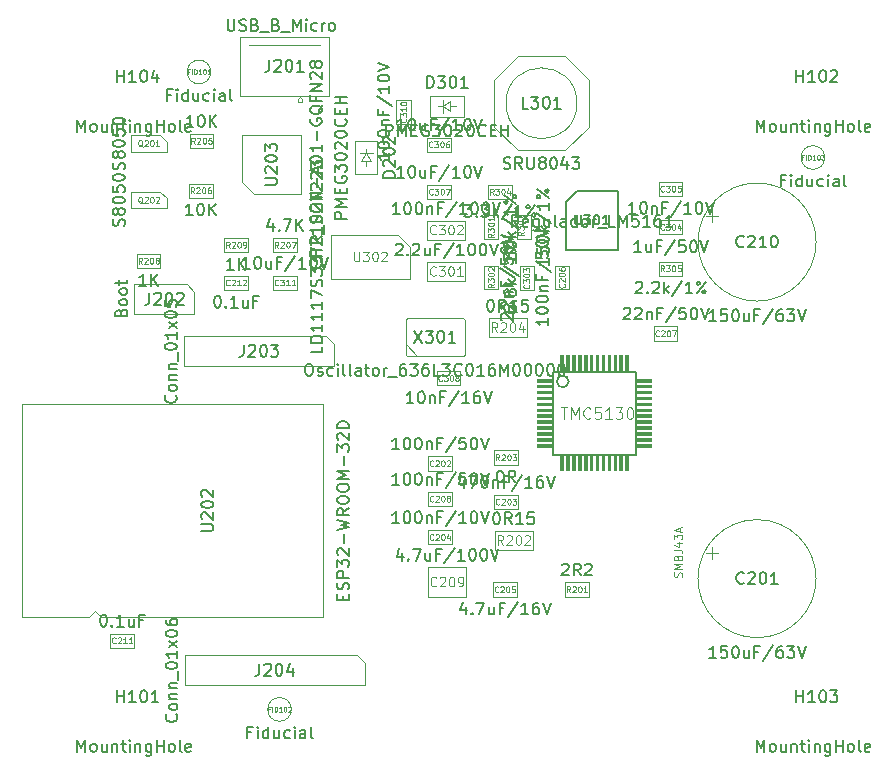
<source format=gbr>
G04 #@! TF.GenerationSoftware,KiCad,Pcbnew,5.1.4-e60b266~84~ubuntu18.04.1*
G04 #@! TF.CreationDate,2020-01-24T11:28:00-03:00*
G04 #@! TF.ProjectId,tecsci_dip,74656373-6369-45f6-9469-702e6b696361,v1.3*
G04 #@! TF.SameCoordinates,Original*
G04 #@! TF.FileFunction,Other,Fab,Top*
%FSLAX46Y46*%
G04 Gerber Fmt 4.6, Leading zero omitted, Abs format (unit mm)*
G04 Created by KiCad (PCBNEW 5.1.4-e60b266~84~ubuntu18.04.1) date 2020-01-24 11:28:00*
%MOMM*%
%LPD*%
G04 APERTURE LIST*
%ADD10C,0.100000*%
%ADD11C,0.150000*%
%ADD12C,0.127000*%
%ADD13C,0.075000*%
%ADD14C,0.080000*%
%ADD15C,0.120000*%
%ADD16C,0.060000*%
%ADD17C,0.066500*%
G04 APERTURE END LIST*
D10*
X59480000Y-68500000D02*
X59480000Y-69900000D01*
X62520000Y-69900000D02*
X59480000Y-69900000D01*
X61950000Y-68500000D02*
X62520000Y-69050000D01*
X62520000Y-69050000D02*
X62520000Y-69900000D01*
X61950000Y-68500000D02*
X59500000Y-68500000D01*
X59480000Y-63700000D02*
X59480000Y-65100000D01*
X62520000Y-65100000D02*
X59480000Y-65100000D01*
X61950000Y-63700000D02*
X62520000Y-64250000D01*
X62520000Y-64250000D02*
X62520000Y-65100000D01*
X61950000Y-63700000D02*
X59500000Y-63700000D01*
X56980000Y-104500000D02*
X56480000Y-104000000D01*
X56480000Y-104000000D02*
X55980000Y-104500000D01*
X56980000Y-104500000D02*
X75760000Y-104500000D01*
X50255000Y-104500000D02*
X50255000Y-86500000D01*
X50255000Y-104500000D02*
X55980000Y-104500000D01*
X75760000Y-104500000D02*
X75760000Y-86500000D01*
X75760000Y-86500000D02*
X50255000Y-86500000D01*
X64235000Y-76330000D02*
X64870000Y-76965000D01*
X59790000Y-76330000D02*
X64235000Y-76330000D01*
X59790000Y-78870000D02*
X59790000Y-76330000D01*
X64870000Y-78870000D02*
X59790000Y-78870000D01*
X64870000Y-76965000D02*
X64870000Y-78870000D01*
X69900000Y-68700000D02*
X68900000Y-67700000D01*
X73900000Y-68700000D02*
X69900000Y-68700000D01*
X73900000Y-63700000D02*
X73900000Y-68700000D01*
X68900000Y-63700000D02*
X73900000Y-63700000D01*
X68900000Y-67700000D02*
X68900000Y-63700000D01*
X69400000Y-73600000D02*
X67400000Y-73600000D01*
X69400000Y-72400000D02*
X69400000Y-73600000D01*
X67400000Y-72400000D02*
X69400000Y-72400000D01*
X67400000Y-73600000D02*
X67400000Y-72400000D01*
X61990000Y-74960000D02*
X59990000Y-74960000D01*
X61990000Y-73760000D02*
X61990000Y-74960000D01*
X59990000Y-73760000D02*
X61990000Y-73760000D01*
X59990000Y-74960000D02*
X59990000Y-73760000D01*
X71537500Y-72400000D02*
X73537500Y-72400000D01*
X71537500Y-73600000D02*
X71537500Y-72400000D01*
X73537500Y-73600000D02*
X71537500Y-73600000D01*
X73537500Y-72400000D02*
X73537500Y-73600000D01*
X66400000Y-69000000D02*
X64400000Y-69000000D01*
X66400000Y-67800000D02*
X66400000Y-69000000D01*
X64400000Y-67800000D02*
X66400000Y-67800000D01*
X64400000Y-69000000D02*
X64400000Y-67800000D01*
X64462500Y-63600000D02*
X66462500Y-63600000D01*
X64462500Y-64800000D02*
X64462500Y-63600000D01*
X66462500Y-64800000D02*
X64462500Y-64800000D01*
X66462500Y-63600000D02*
X66462500Y-64800000D01*
X73600000Y-60872500D02*
X73600000Y-60662500D01*
X74000000Y-60872500D02*
X74000000Y-60662500D01*
X74000000Y-60872500D02*
X73600000Y-60872500D01*
X73600000Y-60662500D02*
X73800000Y-60462500D01*
X73800000Y-60462500D02*
X74000000Y-60662500D01*
X76250000Y-55362500D02*
X76250000Y-60362500D01*
X76250000Y-60362500D02*
X68750000Y-60362500D01*
X76250000Y-55360796D02*
X68750000Y-55360796D01*
X75500000Y-56060796D02*
X69500000Y-56060796D01*
X68750000Y-55362500D02*
X68750000Y-60362500D01*
X80300000Y-64200000D02*
X80300000Y-67000000D01*
X80300000Y-67000000D02*
X78500000Y-67000000D01*
X78500000Y-67000000D02*
X78500000Y-64200000D01*
X78500000Y-64200000D02*
X80300000Y-64200000D01*
X79400000Y-64850000D02*
X79400000Y-65250000D01*
X79400000Y-65250000D02*
X79950000Y-65250000D01*
X79400000Y-65250000D02*
X78850000Y-65250000D01*
X79400000Y-65250000D02*
X79800000Y-65850000D01*
X79800000Y-65850000D02*
X79000000Y-65850000D01*
X79000000Y-65850000D02*
X79400000Y-65250000D01*
X79400000Y-65850000D02*
X79400000Y-66350000D01*
X76035000Y-80730000D02*
X76670000Y-81365000D01*
X63970000Y-80730000D02*
X76035000Y-80730000D01*
X63970000Y-83270000D02*
X63970000Y-80730000D01*
X76670000Y-83270000D02*
X63970000Y-83270000D01*
X76670000Y-81365000D02*
X76670000Y-83270000D01*
X78635000Y-107730000D02*
X79270000Y-108365000D01*
X64030000Y-107730000D02*
X78635000Y-107730000D01*
X64030000Y-110270000D02*
X64030000Y-107730000D01*
X79270000Y-110270000D02*
X64030000Y-110270000D01*
X79270000Y-108365000D02*
X79270000Y-110270000D01*
X69400000Y-76800000D02*
X67400000Y-76800000D01*
X69400000Y-75600000D02*
X69400000Y-76800000D01*
X67400000Y-75600000D02*
X69400000Y-75600000D01*
X67400000Y-76800000D02*
X67400000Y-75600000D01*
X83100000Y-75850000D02*
X76400000Y-75850000D01*
X76400000Y-72150000D02*
X76400000Y-75850000D01*
X83100000Y-73150000D02*
X83100000Y-75850000D01*
X82100000Y-72150000D02*
X76400000Y-72150000D01*
X82100000Y-72150000D02*
X83100000Y-73150000D01*
X71537500Y-75600000D02*
X73537500Y-75600000D01*
X71537500Y-76800000D02*
X71537500Y-75600000D01*
X73537500Y-76800000D02*
X71537500Y-76800000D01*
X73537500Y-75600000D02*
X73537500Y-76800000D01*
X81970320Y-62739780D02*
X81970320Y-60739780D01*
X83170320Y-62739780D02*
X81970320Y-62739780D01*
X83170320Y-60739780D02*
X83170320Y-62739780D01*
X81970320Y-60739780D02*
X83170320Y-60739780D01*
X57750000Y-105900000D02*
X59750000Y-105900000D01*
X57750000Y-107100000D02*
X57750000Y-105900000D01*
X59750000Y-107100000D02*
X57750000Y-107100000D01*
X59750000Y-105900000D02*
X59750000Y-107100000D01*
X82742400Y-81409920D02*
X83742400Y-82409920D01*
X82742400Y-79309920D02*
X82842400Y-79209920D01*
X82742400Y-82309920D02*
X82742400Y-79309920D01*
X82842400Y-82409920D02*
X82742400Y-82309920D01*
X87642400Y-82409920D02*
X82842400Y-82409920D01*
X87742400Y-82309920D02*
X87642400Y-82409920D01*
X87742400Y-79309920D02*
X87742400Y-82309920D01*
X87642400Y-79209920D02*
X87742400Y-79309920D01*
X82842400Y-79209920D02*
X87642400Y-79209920D01*
X87377780Y-84882280D02*
X85377780Y-84882280D01*
X87377780Y-83682280D02*
X87377780Y-84882280D01*
X85377780Y-83682280D02*
X87377780Y-83682280D01*
X85377780Y-84882280D02*
X85377780Y-83682280D01*
X92250000Y-91600000D02*
X90250000Y-91600000D01*
X92250000Y-90400000D02*
X92250000Y-91600000D01*
X90250000Y-90400000D02*
X92250000Y-90400000D01*
X90250000Y-91600000D02*
X90250000Y-90400000D01*
X118233700Y-65592960D02*
G75*
G03X118233700Y-65592960I-1000000J0D01*
G01*
X73070000Y-112320000D02*
G75*
G03X73070000Y-112320000I-1000000J0D01*
G01*
X108711139Y-98562500D02*
X108711139Y-99562500D01*
X108211139Y-99062500D02*
X109211139Y-99062500D01*
X117500000Y-101250000D02*
G75*
G03X117500000Y-101250000I-5000000J0D01*
G01*
X66250000Y-58350000D02*
G75*
G03X66250000Y-58350000I-1000000J0D01*
G01*
X96250000Y-101575000D02*
X98250000Y-101575000D01*
X96250000Y-102775000D02*
X96250000Y-101575000D01*
X98250000Y-102775000D02*
X96250000Y-102775000D01*
X98250000Y-101575000D02*
X98250000Y-102775000D01*
X106187500Y-72100000D02*
X104187500Y-72100000D01*
X106187500Y-70900000D02*
X106187500Y-72100000D01*
X104187500Y-70900000D02*
X106187500Y-70900000D01*
X104187500Y-72100000D02*
X104187500Y-70900000D01*
D11*
X96300000Y-69400000D02*
X97300000Y-68400000D01*
X96300000Y-73400000D02*
X96300000Y-69400000D01*
X100700000Y-73400000D02*
X96300000Y-73400000D01*
X100700000Y-68400000D02*
X100700000Y-73400000D01*
X97300000Y-68400000D02*
X100700000Y-68400000D01*
D10*
X84580000Y-70950000D02*
X87780000Y-70950000D01*
X84580000Y-72550000D02*
X84580000Y-70950000D01*
X87780000Y-72550000D02*
X84580000Y-72550000D01*
X87780000Y-70950000D02*
X87780000Y-72550000D01*
X106187500Y-75600000D02*
X104187500Y-75600000D01*
X106187500Y-74400000D02*
X106187500Y-75600000D01*
X104187500Y-74400000D02*
X106187500Y-74400000D01*
X104187500Y-75600000D02*
X104187500Y-74400000D01*
X108711139Y-70062500D02*
X108711139Y-71062500D01*
X108211139Y-70562500D02*
X109211139Y-70562500D01*
X117500000Y-72750000D02*
G75*
G03X117500000Y-72750000I-5000000J0D01*
G01*
G36*
X95850000Y-82350000D02*
G01*
X95850000Y-83750000D01*
X96150000Y-83750000D01*
X96150000Y-82350000D01*
X95850000Y-82350000D01*
G37*
G36*
X96350000Y-82350000D02*
G01*
X96350000Y-83750000D01*
X96650000Y-83750000D01*
X96650000Y-82350000D01*
X96350000Y-82350000D01*
G37*
G36*
X96850000Y-82350000D02*
G01*
X96850000Y-83750000D01*
X97150000Y-83750000D01*
X97150000Y-82350000D01*
X96850000Y-82350000D01*
G37*
G36*
X97350000Y-82350000D02*
G01*
X97350000Y-83750000D01*
X97650000Y-83750000D01*
X97650000Y-82350000D01*
X97350000Y-82350000D01*
G37*
G36*
X97850000Y-82350000D02*
G01*
X97850000Y-83750000D01*
X98150000Y-83750000D01*
X98150000Y-82350000D01*
X97850000Y-82350000D01*
G37*
G36*
X98350000Y-82350000D02*
G01*
X98350000Y-83750000D01*
X98650000Y-83750000D01*
X98650000Y-82350000D01*
X98350000Y-82350000D01*
G37*
G36*
X98850000Y-82350000D02*
G01*
X98850000Y-83750000D01*
X99150000Y-83750000D01*
X99150000Y-82350000D01*
X98850000Y-82350000D01*
G37*
G36*
X99350000Y-82350000D02*
G01*
X99350000Y-83750000D01*
X99650000Y-83750000D01*
X99650000Y-82350000D01*
X99350000Y-82350000D01*
G37*
G36*
X99850000Y-82350000D02*
G01*
X99850000Y-83750000D01*
X100150000Y-83750000D01*
X100150000Y-82350000D01*
X99850000Y-82350000D01*
G37*
G36*
X100350000Y-82350000D02*
G01*
X100350000Y-83750000D01*
X100650000Y-83750000D01*
X100650000Y-82350000D01*
X100350000Y-82350000D01*
G37*
G36*
X100850000Y-82350000D02*
G01*
X100850000Y-83750000D01*
X101150000Y-83750000D01*
X101150000Y-82350000D01*
X100850000Y-82350000D01*
G37*
G36*
X101350000Y-82350000D02*
G01*
X101350000Y-83750000D01*
X101650000Y-83750000D01*
X101650000Y-82350000D01*
X101350000Y-82350000D01*
G37*
G36*
X103650000Y-84350000D02*
G01*
X102250000Y-84350000D01*
X102250000Y-84650000D01*
X103650000Y-84650000D01*
X103650000Y-84350000D01*
G37*
G36*
X103650000Y-84850000D02*
G01*
X102250000Y-84850000D01*
X102250000Y-85150000D01*
X103650000Y-85150000D01*
X103650000Y-84850000D01*
G37*
G36*
X103650000Y-85350000D02*
G01*
X102250000Y-85350000D01*
X102250000Y-85650000D01*
X103650000Y-85650000D01*
X103650000Y-85350000D01*
G37*
G36*
X103650000Y-85850000D02*
G01*
X102250000Y-85850000D01*
X102250000Y-86150000D01*
X103650000Y-86150000D01*
X103650000Y-85850000D01*
G37*
G36*
X103650000Y-86350000D02*
G01*
X102250000Y-86350000D01*
X102250000Y-86650000D01*
X103650000Y-86650000D01*
X103650000Y-86350000D01*
G37*
G36*
X103650000Y-86850000D02*
G01*
X102250000Y-86850000D01*
X102250000Y-87150000D01*
X103650000Y-87150000D01*
X103650000Y-86850000D01*
G37*
G36*
X103650000Y-87350000D02*
G01*
X102250000Y-87350000D01*
X102250000Y-87650000D01*
X103650000Y-87650000D01*
X103650000Y-87350000D01*
G37*
G36*
X103650000Y-87850000D02*
G01*
X102250000Y-87850000D01*
X102250000Y-88150000D01*
X103650000Y-88150000D01*
X103650000Y-87850000D01*
G37*
G36*
X103650000Y-88350000D02*
G01*
X102250000Y-88350000D01*
X102250000Y-88650000D01*
X103650000Y-88650000D01*
X103650000Y-88350000D01*
G37*
G36*
X103650000Y-88850000D02*
G01*
X102250000Y-88850000D01*
X102250000Y-89150000D01*
X103650000Y-89150000D01*
X103650000Y-88850000D01*
G37*
G36*
X103650000Y-89350000D02*
G01*
X102250000Y-89350000D01*
X102250000Y-89650000D01*
X103650000Y-89650000D01*
X103650000Y-89350000D01*
G37*
G36*
X103650000Y-89850000D02*
G01*
X102250000Y-89850000D01*
X102250000Y-90150000D01*
X103650000Y-90150000D01*
X103650000Y-89850000D01*
G37*
G36*
X101650000Y-92150000D02*
G01*
X101650000Y-90750000D01*
X101350000Y-90750000D01*
X101350000Y-92150000D01*
X101650000Y-92150000D01*
G37*
G36*
X101150000Y-92150000D02*
G01*
X101150000Y-90750000D01*
X100850000Y-90750000D01*
X100850000Y-92150000D01*
X101150000Y-92150000D01*
G37*
G36*
X100650000Y-92150000D02*
G01*
X100650000Y-90750000D01*
X100350000Y-90750000D01*
X100350000Y-92150000D01*
X100650000Y-92150000D01*
G37*
G36*
X100150000Y-92150000D02*
G01*
X100150000Y-90750000D01*
X99850000Y-90750000D01*
X99850000Y-92150000D01*
X100150000Y-92150000D01*
G37*
G36*
X99650000Y-92150000D02*
G01*
X99650000Y-90750000D01*
X99350000Y-90750000D01*
X99350000Y-92150000D01*
X99650000Y-92150000D01*
G37*
G36*
X99150000Y-92150000D02*
G01*
X99150000Y-90750000D01*
X98850000Y-90750000D01*
X98850000Y-92150000D01*
X99150000Y-92150000D01*
G37*
G36*
X98650000Y-92150000D02*
G01*
X98650000Y-90750000D01*
X98350000Y-90750000D01*
X98350000Y-92150000D01*
X98650000Y-92150000D01*
G37*
G36*
X98150000Y-92150000D02*
G01*
X98150000Y-90750000D01*
X97850000Y-90750000D01*
X97850000Y-92150000D01*
X98150000Y-92150000D01*
G37*
G36*
X97650000Y-92150000D02*
G01*
X97650000Y-90750000D01*
X97350000Y-90750000D01*
X97350000Y-92150000D01*
X97650000Y-92150000D01*
G37*
G36*
X97150000Y-92150000D02*
G01*
X97150000Y-90750000D01*
X96850000Y-90750000D01*
X96850000Y-92150000D01*
X97150000Y-92150000D01*
G37*
G36*
X96650000Y-92150000D02*
G01*
X96650000Y-90750000D01*
X96350000Y-90750000D01*
X96350000Y-92150000D01*
X96650000Y-92150000D01*
G37*
G36*
X96150000Y-92150000D02*
G01*
X96150000Y-90750000D01*
X95850000Y-90750000D01*
X95850000Y-92150000D01*
X96150000Y-92150000D01*
G37*
G36*
X93850000Y-90150000D02*
G01*
X95250000Y-90150000D01*
X95250000Y-89850000D01*
X93850000Y-89850000D01*
X93850000Y-90150000D01*
G37*
G36*
X93850000Y-89650000D02*
G01*
X95250000Y-89650000D01*
X95250000Y-89350000D01*
X93850000Y-89350000D01*
X93850000Y-89650000D01*
G37*
G36*
X93850000Y-89150000D02*
G01*
X95250000Y-89150000D01*
X95250000Y-88850000D01*
X93850000Y-88850000D01*
X93850000Y-89150000D01*
G37*
G36*
X93850000Y-88650000D02*
G01*
X95250000Y-88650000D01*
X95250000Y-88350000D01*
X93850000Y-88350000D01*
X93850000Y-88650000D01*
G37*
G36*
X93850000Y-88150000D02*
G01*
X95250000Y-88150000D01*
X95250000Y-87850000D01*
X93850000Y-87850000D01*
X93850000Y-88150000D01*
G37*
G36*
X93850000Y-87650000D02*
G01*
X95250000Y-87650000D01*
X95250000Y-87350000D01*
X93850000Y-87350000D01*
X93850000Y-87650000D01*
G37*
G36*
X93850000Y-87150000D02*
G01*
X95250000Y-87150000D01*
X95250000Y-86850000D01*
X93850000Y-86850000D01*
X93850000Y-87150000D01*
G37*
G36*
X93850000Y-86650000D02*
G01*
X95250000Y-86650000D01*
X95250000Y-86350000D01*
X93850000Y-86350000D01*
X93850000Y-86650000D01*
G37*
G36*
X93850000Y-86150000D02*
G01*
X95250000Y-86150000D01*
X95250000Y-85850000D01*
X93850000Y-85850000D01*
X93850000Y-86150000D01*
G37*
G36*
X93850000Y-85650000D02*
G01*
X95250000Y-85650000D01*
X95250000Y-85350000D01*
X93850000Y-85350000D01*
X93850000Y-85650000D01*
G37*
G36*
X93850000Y-85150000D02*
G01*
X95250000Y-85150000D01*
X95250000Y-84850000D01*
X93850000Y-84850000D01*
X93850000Y-85150000D01*
G37*
G36*
X93850000Y-84650000D02*
G01*
X95250000Y-84650000D01*
X95250000Y-84350000D01*
X93850000Y-84350000D01*
X93850000Y-84650000D01*
G37*
D12*
X96550000Y-84550000D02*
G75*
G03X96550000Y-84550000I-500000J0D01*
G01*
X102250000Y-83750000D02*
X95250000Y-83750000D01*
X102250000Y-90750000D02*
X102250000Y-83750000D01*
X95250000Y-90750000D02*
X102250000Y-90750000D01*
X95250000Y-83750000D02*
X95250000Y-90750000D01*
D10*
X90300000Y-97200000D02*
X93500000Y-97200000D01*
X90300000Y-98800000D02*
X90300000Y-97200000D01*
X93500000Y-98800000D02*
X90300000Y-98800000D01*
X93500000Y-97200000D02*
X93500000Y-98800000D01*
X84650000Y-100295000D02*
X87850000Y-100295000D01*
X84650000Y-102795000D02*
X84650000Y-100295000D01*
X87850000Y-102795000D02*
X84650000Y-102795000D01*
X87850000Y-100295000D02*
X87850000Y-102795000D01*
X91750000Y-69100000D02*
X89750000Y-69100000D01*
X91750000Y-67900000D02*
X91750000Y-69100000D01*
X89750000Y-67900000D02*
X91750000Y-67900000D01*
X89750000Y-69100000D02*
X89750000Y-67900000D01*
X90600000Y-74750000D02*
X90600000Y-76750000D01*
X89400000Y-74750000D02*
X90600000Y-74750000D01*
X89400000Y-76750000D02*
X89400000Y-74750000D01*
X90600000Y-76750000D02*
X89400000Y-76750000D01*
X89800000Y-79200000D02*
X93000000Y-79200000D01*
X89800000Y-80800000D02*
X89800000Y-79200000D01*
X93000000Y-80800000D02*
X89800000Y-80800000D01*
X93000000Y-79200000D02*
X93000000Y-80800000D01*
X106187500Y-68850000D02*
X104187500Y-68850000D01*
X106187500Y-67650000D02*
X106187500Y-68850000D01*
X104187500Y-67650000D02*
X106187500Y-67650000D01*
X104187500Y-68850000D02*
X104187500Y-67650000D01*
X92400000Y-76812500D02*
X92400000Y-74812500D01*
X93600000Y-76812500D02*
X92400000Y-76812500D01*
X93600000Y-74812500D02*
X93600000Y-76812500D01*
X92400000Y-74812500D02*
X93600000Y-74812500D01*
X84650000Y-93900000D02*
X86650000Y-93900000D01*
X84650000Y-95100000D02*
X84650000Y-93900000D01*
X86650000Y-95100000D02*
X84650000Y-95100000D01*
X86650000Y-93900000D02*
X86650000Y-95100000D01*
X103750000Y-79900000D02*
X105750000Y-79900000D01*
X103750000Y-81100000D02*
X103750000Y-79900000D01*
X105750000Y-81100000D02*
X103750000Y-81100000D01*
X105750000Y-79900000D02*
X105750000Y-81100000D01*
X95400000Y-76750000D02*
X95400000Y-74750000D01*
X96600000Y-76750000D02*
X95400000Y-76750000D01*
X96600000Y-74750000D02*
X96600000Y-76750000D01*
X95400000Y-74750000D02*
X96600000Y-74750000D01*
X92150000Y-102775000D02*
X90150000Y-102775000D01*
X92150000Y-101575000D02*
X92150000Y-102775000D01*
X90150000Y-101575000D02*
X92150000Y-101575000D01*
X90150000Y-102775000D02*
X90150000Y-101575000D01*
X84650000Y-97150000D02*
X86650000Y-97150000D01*
X84650000Y-98350000D02*
X84650000Y-97150000D01*
X86650000Y-98350000D02*
X84650000Y-98350000D01*
X86650000Y-97150000D02*
X86650000Y-98350000D01*
X90250000Y-94150000D02*
X92250000Y-94150000D01*
X90250000Y-95350000D02*
X90250000Y-94150000D01*
X92250000Y-95350000D02*
X90250000Y-95350000D01*
X92250000Y-94150000D02*
X92250000Y-95350000D01*
X84650000Y-90900000D02*
X86650000Y-90900000D01*
X84650000Y-92100000D02*
X84650000Y-90900000D01*
X86650000Y-92100000D02*
X84650000Y-92100000D01*
X86650000Y-90900000D02*
X86650000Y-92100000D01*
X84850000Y-60350000D02*
X87650000Y-60350000D01*
X87650000Y-60350000D02*
X87650000Y-62150000D01*
X87650000Y-62150000D02*
X84850000Y-62150000D01*
X84850000Y-62150000D02*
X84850000Y-60350000D01*
X85500000Y-61250000D02*
X85900000Y-61250000D01*
X85900000Y-61250000D02*
X85900000Y-60700000D01*
X85900000Y-61250000D02*
X85900000Y-61800000D01*
X85900000Y-61250000D02*
X86500000Y-60850000D01*
X86500000Y-60850000D02*
X86500000Y-61650000D01*
X86500000Y-61650000D02*
X85900000Y-61250000D01*
X86500000Y-61250000D02*
X87000000Y-61250000D01*
X93350000Y-70500000D02*
X93350000Y-72500000D01*
X92150000Y-70500000D02*
X93350000Y-70500000D01*
X92150000Y-72500000D02*
X92150000Y-70500000D01*
X93350000Y-72500000D02*
X92150000Y-72500000D01*
X90600000Y-70500000D02*
X90600000Y-72500000D01*
X89400000Y-70500000D02*
X90600000Y-70500000D01*
X89400000Y-72500000D02*
X89400000Y-70500000D01*
X90600000Y-72500000D02*
X89400000Y-72500000D01*
X97250000Y-61000000D02*
G75*
G03X97250000Y-61000000I-3000000J0D01*
G01*
X92250000Y-65000000D02*
X90250000Y-63000000D01*
X96250000Y-65000000D02*
X92250000Y-65000000D01*
X98250000Y-63000000D02*
X96250000Y-65000000D01*
X98250000Y-59000000D02*
X98250000Y-63000000D01*
X96250000Y-57000000D02*
X98250000Y-59000000D01*
X92250000Y-57000000D02*
X96250000Y-57000000D01*
X90250000Y-59000000D02*
X92250000Y-57000000D01*
X90250000Y-63000000D02*
X90250000Y-59000000D01*
X84580000Y-67900000D02*
X86580000Y-67900000D01*
X84580000Y-69100000D02*
X84580000Y-67900000D01*
X86580000Y-69100000D02*
X84580000Y-69100000D01*
X86580000Y-67900000D02*
X86580000Y-69100000D01*
X84580000Y-63900000D02*
X86580000Y-63900000D01*
X84580000Y-65100000D02*
X84580000Y-63900000D01*
X86580000Y-65100000D02*
X84580000Y-65100000D01*
X86580000Y-63900000D02*
X86580000Y-65100000D01*
X84580000Y-74450000D02*
X87780000Y-74450000D01*
X84580000Y-76050000D02*
X84580000Y-74450000D01*
X87780000Y-76050000D02*
X84580000Y-76050000D01*
X87780000Y-74450000D02*
X87780000Y-76050000D01*
D11*
X58904761Y-71390476D02*
X58952380Y-71247619D01*
X58952380Y-71009523D01*
X58904761Y-70914285D01*
X58857142Y-70866666D01*
X58761904Y-70819047D01*
X58666666Y-70819047D01*
X58571428Y-70866666D01*
X58523809Y-70914285D01*
X58476190Y-71009523D01*
X58428571Y-71200000D01*
X58380952Y-71295238D01*
X58333333Y-71342857D01*
X58238095Y-71390476D01*
X58142857Y-71390476D01*
X58047619Y-71342857D01*
X58000000Y-71295238D01*
X57952380Y-71200000D01*
X57952380Y-70961904D01*
X58000000Y-70819047D01*
X58380952Y-70247619D02*
X58333333Y-70342857D01*
X58285714Y-70390476D01*
X58190476Y-70438095D01*
X58142857Y-70438095D01*
X58047619Y-70390476D01*
X58000000Y-70342857D01*
X57952380Y-70247619D01*
X57952380Y-70057142D01*
X58000000Y-69961904D01*
X58047619Y-69914285D01*
X58142857Y-69866666D01*
X58190476Y-69866666D01*
X58285714Y-69914285D01*
X58333333Y-69961904D01*
X58380952Y-70057142D01*
X58380952Y-70247619D01*
X58428571Y-70342857D01*
X58476190Y-70390476D01*
X58571428Y-70438095D01*
X58761904Y-70438095D01*
X58857142Y-70390476D01*
X58904761Y-70342857D01*
X58952380Y-70247619D01*
X58952380Y-70057142D01*
X58904761Y-69961904D01*
X58857142Y-69914285D01*
X58761904Y-69866666D01*
X58571428Y-69866666D01*
X58476190Y-69914285D01*
X58428571Y-69961904D01*
X58380952Y-70057142D01*
X57952380Y-69247619D02*
X57952380Y-69152380D01*
X58000000Y-69057142D01*
X58047619Y-69009523D01*
X58142857Y-68961904D01*
X58333333Y-68914285D01*
X58571428Y-68914285D01*
X58761904Y-68961904D01*
X58857142Y-69009523D01*
X58904761Y-69057142D01*
X58952380Y-69152380D01*
X58952380Y-69247619D01*
X58904761Y-69342857D01*
X58857142Y-69390476D01*
X58761904Y-69438095D01*
X58571428Y-69485714D01*
X58333333Y-69485714D01*
X58142857Y-69438095D01*
X58047619Y-69390476D01*
X58000000Y-69342857D01*
X57952380Y-69247619D01*
X57952380Y-68009523D02*
X57952380Y-68485714D01*
X58428571Y-68533333D01*
X58380952Y-68485714D01*
X58333333Y-68390476D01*
X58333333Y-68152380D01*
X58380952Y-68057142D01*
X58428571Y-68009523D01*
X58523809Y-67961904D01*
X58761904Y-67961904D01*
X58857142Y-68009523D01*
X58904761Y-68057142D01*
X58952380Y-68152380D01*
X58952380Y-68390476D01*
X58904761Y-68485714D01*
X58857142Y-68533333D01*
X57952380Y-67342857D02*
X57952380Y-67247619D01*
X58000000Y-67152380D01*
X58047619Y-67104761D01*
X58142857Y-67057142D01*
X58333333Y-67009523D01*
X58571428Y-67009523D01*
X58761904Y-67057142D01*
X58857142Y-67104761D01*
X58904761Y-67152380D01*
X58952380Y-67247619D01*
X58952380Y-67342857D01*
X58904761Y-67438095D01*
X58857142Y-67485714D01*
X58761904Y-67533333D01*
X58571428Y-67580952D01*
X58333333Y-67580952D01*
X58142857Y-67533333D01*
X58047619Y-67485714D01*
X58000000Y-67438095D01*
X57952380Y-67342857D01*
D13*
X60476190Y-69473809D02*
X60428571Y-69450000D01*
X60380952Y-69402380D01*
X60309523Y-69330952D01*
X60261904Y-69307142D01*
X60214285Y-69307142D01*
X60238095Y-69426190D02*
X60190476Y-69402380D01*
X60142857Y-69354761D01*
X60119047Y-69259523D01*
X60119047Y-69092857D01*
X60142857Y-68997619D01*
X60190476Y-68950000D01*
X60238095Y-68926190D01*
X60333333Y-68926190D01*
X60380952Y-68950000D01*
X60428571Y-68997619D01*
X60452380Y-69092857D01*
X60452380Y-69259523D01*
X60428571Y-69354761D01*
X60380952Y-69402380D01*
X60333333Y-69426190D01*
X60238095Y-69426190D01*
X60642857Y-68973809D02*
X60666666Y-68950000D01*
X60714285Y-68926190D01*
X60833333Y-68926190D01*
X60880952Y-68950000D01*
X60904761Y-68973809D01*
X60928571Y-69021428D01*
X60928571Y-69069047D01*
X60904761Y-69140476D01*
X60619047Y-69426190D01*
X60928571Y-69426190D01*
X61238095Y-68926190D02*
X61285714Y-68926190D01*
X61333333Y-68950000D01*
X61357142Y-68973809D01*
X61380952Y-69021428D01*
X61404761Y-69116666D01*
X61404761Y-69235714D01*
X61380952Y-69330952D01*
X61357142Y-69378571D01*
X61333333Y-69402380D01*
X61285714Y-69426190D01*
X61238095Y-69426190D01*
X61190476Y-69402380D01*
X61166666Y-69378571D01*
X61142857Y-69330952D01*
X61119047Y-69235714D01*
X61119047Y-69116666D01*
X61142857Y-69021428D01*
X61166666Y-68973809D01*
X61190476Y-68950000D01*
X61238095Y-68926190D01*
X61595238Y-68973809D02*
X61619047Y-68950000D01*
X61666666Y-68926190D01*
X61785714Y-68926190D01*
X61833333Y-68950000D01*
X61857142Y-68973809D01*
X61880952Y-69021428D01*
X61880952Y-69069047D01*
X61857142Y-69140476D01*
X61571428Y-69426190D01*
X61880952Y-69426190D01*
D11*
X58904761Y-66590476D02*
X58952380Y-66447619D01*
X58952380Y-66209523D01*
X58904761Y-66114285D01*
X58857142Y-66066666D01*
X58761904Y-66019047D01*
X58666666Y-66019047D01*
X58571428Y-66066666D01*
X58523809Y-66114285D01*
X58476190Y-66209523D01*
X58428571Y-66400000D01*
X58380952Y-66495238D01*
X58333333Y-66542857D01*
X58238095Y-66590476D01*
X58142857Y-66590476D01*
X58047619Y-66542857D01*
X58000000Y-66495238D01*
X57952380Y-66400000D01*
X57952380Y-66161904D01*
X58000000Y-66019047D01*
X58380952Y-65447619D02*
X58333333Y-65542857D01*
X58285714Y-65590476D01*
X58190476Y-65638095D01*
X58142857Y-65638095D01*
X58047619Y-65590476D01*
X58000000Y-65542857D01*
X57952380Y-65447619D01*
X57952380Y-65257142D01*
X58000000Y-65161904D01*
X58047619Y-65114285D01*
X58142857Y-65066666D01*
X58190476Y-65066666D01*
X58285714Y-65114285D01*
X58333333Y-65161904D01*
X58380952Y-65257142D01*
X58380952Y-65447619D01*
X58428571Y-65542857D01*
X58476190Y-65590476D01*
X58571428Y-65638095D01*
X58761904Y-65638095D01*
X58857142Y-65590476D01*
X58904761Y-65542857D01*
X58952380Y-65447619D01*
X58952380Y-65257142D01*
X58904761Y-65161904D01*
X58857142Y-65114285D01*
X58761904Y-65066666D01*
X58571428Y-65066666D01*
X58476190Y-65114285D01*
X58428571Y-65161904D01*
X58380952Y-65257142D01*
X57952380Y-64447619D02*
X57952380Y-64352380D01*
X58000000Y-64257142D01*
X58047619Y-64209523D01*
X58142857Y-64161904D01*
X58333333Y-64114285D01*
X58571428Y-64114285D01*
X58761904Y-64161904D01*
X58857142Y-64209523D01*
X58904761Y-64257142D01*
X58952380Y-64352380D01*
X58952380Y-64447619D01*
X58904761Y-64542857D01*
X58857142Y-64590476D01*
X58761904Y-64638095D01*
X58571428Y-64685714D01*
X58333333Y-64685714D01*
X58142857Y-64638095D01*
X58047619Y-64590476D01*
X58000000Y-64542857D01*
X57952380Y-64447619D01*
X57952380Y-63209523D02*
X57952380Y-63685714D01*
X58428571Y-63733333D01*
X58380952Y-63685714D01*
X58333333Y-63590476D01*
X58333333Y-63352380D01*
X58380952Y-63257142D01*
X58428571Y-63209523D01*
X58523809Y-63161904D01*
X58761904Y-63161904D01*
X58857142Y-63209523D01*
X58904761Y-63257142D01*
X58952380Y-63352380D01*
X58952380Y-63590476D01*
X58904761Y-63685714D01*
X58857142Y-63733333D01*
X57952380Y-62542857D02*
X57952380Y-62447619D01*
X58000000Y-62352380D01*
X58047619Y-62304761D01*
X58142857Y-62257142D01*
X58333333Y-62209523D01*
X58571428Y-62209523D01*
X58761904Y-62257142D01*
X58857142Y-62304761D01*
X58904761Y-62352380D01*
X58952380Y-62447619D01*
X58952380Y-62542857D01*
X58904761Y-62638095D01*
X58857142Y-62685714D01*
X58761904Y-62733333D01*
X58571428Y-62780952D01*
X58333333Y-62780952D01*
X58142857Y-62733333D01*
X58047619Y-62685714D01*
X58000000Y-62638095D01*
X57952380Y-62542857D01*
D13*
X60476190Y-64673809D02*
X60428571Y-64650000D01*
X60380952Y-64602380D01*
X60309523Y-64530952D01*
X60261904Y-64507142D01*
X60214285Y-64507142D01*
X60238095Y-64626190D02*
X60190476Y-64602380D01*
X60142857Y-64554761D01*
X60119047Y-64459523D01*
X60119047Y-64292857D01*
X60142857Y-64197619D01*
X60190476Y-64150000D01*
X60238095Y-64126190D01*
X60333333Y-64126190D01*
X60380952Y-64150000D01*
X60428571Y-64197619D01*
X60452380Y-64292857D01*
X60452380Y-64459523D01*
X60428571Y-64554761D01*
X60380952Y-64602380D01*
X60333333Y-64626190D01*
X60238095Y-64626190D01*
X60642857Y-64173809D02*
X60666666Y-64150000D01*
X60714285Y-64126190D01*
X60833333Y-64126190D01*
X60880952Y-64150000D01*
X60904761Y-64173809D01*
X60928571Y-64221428D01*
X60928571Y-64269047D01*
X60904761Y-64340476D01*
X60619047Y-64626190D01*
X60928571Y-64626190D01*
X61238095Y-64126190D02*
X61285714Y-64126190D01*
X61333333Y-64150000D01*
X61357142Y-64173809D01*
X61380952Y-64221428D01*
X61404761Y-64316666D01*
X61404761Y-64435714D01*
X61380952Y-64530952D01*
X61357142Y-64578571D01*
X61333333Y-64602380D01*
X61285714Y-64626190D01*
X61238095Y-64626190D01*
X61190476Y-64602380D01*
X61166666Y-64578571D01*
X61142857Y-64530952D01*
X61119047Y-64435714D01*
X61119047Y-64316666D01*
X61142857Y-64221428D01*
X61166666Y-64173809D01*
X61190476Y-64150000D01*
X61238095Y-64126190D01*
X61880952Y-64626190D02*
X61595238Y-64626190D01*
X61738095Y-64626190D02*
X61738095Y-64126190D01*
X61690476Y-64197619D01*
X61642857Y-64245238D01*
X61595238Y-64269047D01*
D11*
X77428571Y-103023809D02*
X77428571Y-102690476D01*
X77952380Y-102547619D02*
X77952380Y-103023809D01*
X76952380Y-103023809D01*
X76952380Y-102547619D01*
X77904761Y-102166666D02*
X77952380Y-102023809D01*
X77952380Y-101785714D01*
X77904761Y-101690476D01*
X77857142Y-101642857D01*
X77761904Y-101595238D01*
X77666666Y-101595238D01*
X77571428Y-101642857D01*
X77523809Y-101690476D01*
X77476190Y-101785714D01*
X77428571Y-101976190D01*
X77380952Y-102071428D01*
X77333333Y-102119047D01*
X77238095Y-102166666D01*
X77142857Y-102166666D01*
X77047619Y-102119047D01*
X77000000Y-102071428D01*
X76952380Y-101976190D01*
X76952380Y-101738095D01*
X77000000Y-101595238D01*
X77952380Y-101166666D02*
X76952380Y-101166666D01*
X76952380Y-100785714D01*
X77000000Y-100690476D01*
X77047619Y-100642857D01*
X77142857Y-100595238D01*
X77285714Y-100595238D01*
X77380952Y-100642857D01*
X77428571Y-100690476D01*
X77476190Y-100785714D01*
X77476190Y-101166666D01*
X76952380Y-100261904D02*
X76952380Y-99642857D01*
X77333333Y-99976190D01*
X77333333Y-99833333D01*
X77380952Y-99738095D01*
X77428571Y-99690476D01*
X77523809Y-99642857D01*
X77761904Y-99642857D01*
X77857142Y-99690476D01*
X77904761Y-99738095D01*
X77952380Y-99833333D01*
X77952380Y-100119047D01*
X77904761Y-100214285D01*
X77857142Y-100261904D01*
X77047619Y-99261904D02*
X77000000Y-99214285D01*
X76952380Y-99119047D01*
X76952380Y-98880952D01*
X77000000Y-98785714D01*
X77047619Y-98738095D01*
X77142857Y-98690476D01*
X77238095Y-98690476D01*
X77380952Y-98738095D01*
X77952380Y-99309523D01*
X77952380Y-98690476D01*
X77571428Y-98261904D02*
X77571428Y-97500000D01*
X76952380Y-97119047D02*
X77952380Y-96880952D01*
X77238095Y-96690476D01*
X77952380Y-96500000D01*
X76952380Y-96261904D01*
X77952380Y-95309523D02*
X77476190Y-95642857D01*
X77952380Y-95880952D02*
X76952380Y-95880952D01*
X76952380Y-95500000D01*
X77000000Y-95404761D01*
X77047619Y-95357142D01*
X77142857Y-95309523D01*
X77285714Y-95309523D01*
X77380952Y-95357142D01*
X77428571Y-95404761D01*
X77476190Y-95500000D01*
X77476190Y-95880952D01*
X76952380Y-94690476D02*
X76952380Y-94500000D01*
X77000000Y-94404761D01*
X77095238Y-94309523D01*
X77285714Y-94261904D01*
X77619047Y-94261904D01*
X77809523Y-94309523D01*
X77904761Y-94404761D01*
X77952380Y-94500000D01*
X77952380Y-94690476D01*
X77904761Y-94785714D01*
X77809523Y-94880952D01*
X77619047Y-94928571D01*
X77285714Y-94928571D01*
X77095238Y-94880952D01*
X77000000Y-94785714D01*
X76952380Y-94690476D01*
X76952380Y-93642857D02*
X76952380Y-93452380D01*
X77000000Y-93357142D01*
X77095238Y-93261904D01*
X77285714Y-93214285D01*
X77619047Y-93214285D01*
X77809523Y-93261904D01*
X77904761Y-93357142D01*
X77952380Y-93452380D01*
X77952380Y-93642857D01*
X77904761Y-93738095D01*
X77809523Y-93833333D01*
X77619047Y-93880952D01*
X77285714Y-93880952D01*
X77095238Y-93833333D01*
X77000000Y-93738095D01*
X76952380Y-93642857D01*
X77952380Y-92785714D02*
X76952380Y-92785714D01*
X77666666Y-92452380D01*
X76952380Y-92119047D01*
X77952380Y-92119047D01*
X77571428Y-91642857D02*
X77571428Y-90880952D01*
X76952380Y-90500000D02*
X76952380Y-89880952D01*
X77333333Y-90214285D01*
X77333333Y-90071428D01*
X77380952Y-89976190D01*
X77428571Y-89928571D01*
X77523809Y-89880952D01*
X77761904Y-89880952D01*
X77857142Y-89928571D01*
X77904761Y-89976190D01*
X77952380Y-90071428D01*
X77952380Y-90357142D01*
X77904761Y-90452380D01*
X77857142Y-90500000D01*
X77047619Y-89500000D02*
X77000000Y-89452380D01*
X76952380Y-89357142D01*
X76952380Y-89119047D01*
X77000000Y-89023809D01*
X77047619Y-88976190D01*
X77142857Y-88928571D01*
X77238095Y-88928571D01*
X77380952Y-88976190D01*
X77952380Y-89547619D01*
X77952380Y-88928571D01*
X77952380Y-88500000D02*
X76952380Y-88500000D01*
X76952380Y-88261904D01*
X77000000Y-88119047D01*
X77095238Y-88023809D01*
X77190476Y-87976190D01*
X77380952Y-87928571D01*
X77523809Y-87928571D01*
X77714285Y-87976190D01*
X77809523Y-88023809D01*
X77904761Y-88119047D01*
X77952380Y-88261904D01*
X77952380Y-88500000D01*
X65452380Y-97214285D02*
X66261904Y-97214285D01*
X66357142Y-97166666D01*
X66404761Y-97119047D01*
X66452380Y-97023809D01*
X66452380Y-96833333D01*
X66404761Y-96738095D01*
X66357142Y-96690476D01*
X66261904Y-96642857D01*
X65452380Y-96642857D01*
X65547619Y-96214285D02*
X65500000Y-96166666D01*
X65452380Y-96071428D01*
X65452380Y-95833333D01*
X65500000Y-95738095D01*
X65547619Y-95690476D01*
X65642857Y-95642857D01*
X65738095Y-95642857D01*
X65880952Y-95690476D01*
X66452380Y-96261904D01*
X66452380Y-95642857D01*
X65452380Y-95023809D02*
X65452380Y-94928571D01*
X65500000Y-94833333D01*
X65547619Y-94785714D01*
X65642857Y-94738095D01*
X65833333Y-94690476D01*
X66071428Y-94690476D01*
X66261904Y-94738095D01*
X66357142Y-94785714D01*
X66404761Y-94833333D01*
X66452380Y-94928571D01*
X66452380Y-95023809D01*
X66404761Y-95119047D01*
X66357142Y-95166666D01*
X66261904Y-95214285D01*
X66071428Y-95261904D01*
X65833333Y-95261904D01*
X65642857Y-95214285D01*
X65547619Y-95166666D01*
X65500000Y-95119047D01*
X65452380Y-95023809D01*
X65547619Y-94309523D02*
X65500000Y-94261904D01*
X65452380Y-94166666D01*
X65452380Y-93928571D01*
X65500000Y-93833333D01*
X65547619Y-93785714D01*
X65642857Y-93738095D01*
X65738095Y-93738095D01*
X65880952Y-93785714D01*
X66452380Y-94357142D01*
X66452380Y-93738095D01*
X58658571Y-78719047D02*
X58706190Y-78576190D01*
X58753809Y-78528571D01*
X58849047Y-78480952D01*
X58991904Y-78480952D01*
X59087142Y-78528571D01*
X59134761Y-78576190D01*
X59182380Y-78671428D01*
X59182380Y-79052380D01*
X58182380Y-79052380D01*
X58182380Y-78719047D01*
X58230000Y-78623809D01*
X58277619Y-78576190D01*
X58372857Y-78528571D01*
X58468095Y-78528571D01*
X58563333Y-78576190D01*
X58610952Y-78623809D01*
X58658571Y-78719047D01*
X58658571Y-79052380D01*
X59182380Y-77909523D02*
X59134761Y-78004761D01*
X59087142Y-78052380D01*
X58991904Y-78100000D01*
X58706190Y-78100000D01*
X58610952Y-78052380D01*
X58563333Y-78004761D01*
X58515714Y-77909523D01*
X58515714Y-77766666D01*
X58563333Y-77671428D01*
X58610952Y-77623809D01*
X58706190Y-77576190D01*
X58991904Y-77576190D01*
X59087142Y-77623809D01*
X59134761Y-77671428D01*
X59182380Y-77766666D01*
X59182380Y-77909523D01*
X59182380Y-77004761D02*
X59134761Y-77100000D01*
X59087142Y-77147619D01*
X58991904Y-77195238D01*
X58706190Y-77195238D01*
X58610952Y-77147619D01*
X58563333Y-77100000D01*
X58515714Y-77004761D01*
X58515714Y-76861904D01*
X58563333Y-76766666D01*
X58610952Y-76719047D01*
X58706190Y-76671428D01*
X58991904Y-76671428D01*
X59087142Y-76719047D01*
X59134761Y-76766666D01*
X59182380Y-76861904D01*
X59182380Y-77004761D01*
X58515714Y-76385714D02*
X58515714Y-76004761D01*
X58182380Y-76242857D02*
X59039523Y-76242857D01*
X59134761Y-76195238D01*
X59182380Y-76100000D01*
X59182380Y-76004761D01*
X61044285Y-77052380D02*
X61044285Y-77766666D01*
X60996666Y-77909523D01*
X60901428Y-78004761D01*
X60758571Y-78052380D01*
X60663333Y-78052380D01*
X61472857Y-77147619D02*
X61520476Y-77100000D01*
X61615714Y-77052380D01*
X61853809Y-77052380D01*
X61949047Y-77100000D01*
X61996666Y-77147619D01*
X62044285Y-77242857D01*
X62044285Y-77338095D01*
X61996666Y-77480952D01*
X61425238Y-78052380D01*
X62044285Y-78052380D01*
X62663333Y-77052380D02*
X62758571Y-77052380D01*
X62853809Y-77100000D01*
X62901428Y-77147619D01*
X62949047Y-77242857D01*
X62996666Y-77433333D01*
X62996666Y-77671428D01*
X62949047Y-77861904D01*
X62901428Y-77957142D01*
X62853809Y-78004761D01*
X62758571Y-78052380D01*
X62663333Y-78052380D01*
X62568095Y-78004761D01*
X62520476Y-77957142D01*
X62472857Y-77861904D01*
X62425238Y-77671428D01*
X62425238Y-77433333D01*
X62472857Y-77242857D01*
X62520476Y-77147619D01*
X62568095Y-77100000D01*
X62663333Y-77052380D01*
X63377619Y-77147619D02*
X63425238Y-77100000D01*
X63520476Y-77052380D01*
X63758571Y-77052380D01*
X63853809Y-77100000D01*
X63901428Y-77147619D01*
X63949047Y-77242857D01*
X63949047Y-77338095D01*
X63901428Y-77480952D01*
X63330000Y-78052380D01*
X63949047Y-78052380D01*
X75557142Y-74366666D02*
X75604761Y-74414285D01*
X75652380Y-74557142D01*
X75652380Y-74652380D01*
X75604761Y-74795238D01*
X75509523Y-74890476D01*
X75414285Y-74938095D01*
X75223809Y-74985714D01*
X75080952Y-74985714D01*
X74890476Y-74938095D01*
X74795238Y-74890476D01*
X74700000Y-74795238D01*
X74652380Y-74652380D01*
X74652380Y-74557142D01*
X74700000Y-74414285D01*
X74747619Y-74366666D01*
X75652380Y-73938095D02*
X74652380Y-73938095D01*
X74652380Y-73557142D01*
X74700000Y-73461904D01*
X74747619Y-73414285D01*
X74842857Y-73366666D01*
X74985714Y-73366666D01*
X75080952Y-73414285D01*
X75128571Y-73461904D01*
X75176190Y-73557142D01*
X75176190Y-73938095D01*
X74747619Y-72985714D02*
X74700000Y-72938095D01*
X74652380Y-72842857D01*
X74652380Y-72604761D01*
X74700000Y-72509523D01*
X74747619Y-72461904D01*
X74842857Y-72414285D01*
X74938095Y-72414285D01*
X75080952Y-72461904D01*
X75652380Y-73033333D01*
X75652380Y-72414285D01*
X75652380Y-71461904D02*
X75652380Y-72033333D01*
X75652380Y-71747619D02*
X74652380Y-71747619D01*
X74795238Y-71842857D01*
X74890476Y-71938095D01*
X74938095Y-72033333D01*
X74652380Y-70842857D02*
X74652380Y-70747619D01*
X74700000Y-70652380D01*
X74747619Y-70604761D01*
X74842857Y-70557142D01*
X75033333Y-70509523D01*
X75271428Y-70509523D01*
X75461904Y-70557142D01*
X75557142Y-70604761D01*
X75604761Y-70652380D01*
X75652380Y-70747619D01*
X75652380Y-70842857D01*
X75604761Y-70938095D01*
X75557142Y-70985714D01*
X75461904Y-71033333D01*
X75271428Y-71080952D01*
X75033333Y-71080952D01*
X74842857Y-71033333D01*
X74747619Y-70985714D01*
X74700000Y-70938095D01*
X74652380Y-70842857D01*
X74747619Y-70128571D02*
X74700000Y-70080952D01*
X74652380Y-69985714D01*
X74652380Y-69747619D01*
X74700000Y-69652380D01*
X74747619Y-69604761D01*
X74842857Y-69557142D01*
X74938095Y-69557142D01*
X75080952Y-69604761D01*
X75652380Y-70176190D01*
X75652380Y-69557142D01*
X75652380Y-69128571D02*
X74652380Y-69128571D01*
X75652380Y-68557142D01*
X74652380Y-68557142D01*
X75271428Y-68080952D02*
X75271428Y-67319047D01*
X75366666Y-66890476D02*
X75366666Y-66414285D01*
X75652380Y-66985714D02*
X74652380Y-66652380D01*
X75652380Y-66319047D01*
X74652380Y-65795238D02*
X74652380Y-65700000D01*
X74700000Y-65604761D01*
X74747619Y-65557142D01*
X74842857Y-65509523D01*
X75033333Y-65461904D01*
X75271428Y-65461904D01*
X75461904Y-65509523D01*
X75557142Y-65557142D01*
X75604761Y-65604761D01*
X75652380Y-65700000D01*
X75652380Y-65795238D01*
X75604761Y-65890476D01*
X75557142Y-65938095D01*
X75461904Y-65985714D01*
X75271428Y-66033333D01*
X75033333Y-66033333D01*
X74842857Y-65985714D01*
X74747619Y-65938095D01*
X74700000Y-65890476D01*
X74652380Y-65795238D01*
X75652380Y-64509523D02*
X75652380Y-65080952D01*
X75652380Y-64795238D02*
X74652380Y-64795238D01*
X74795238Y-64890476D01*
X74890476Y-64985714D01*
X74938095Y-65080952D01*
X75271428Y-64080952D02*
X75271428Y-63319047D01*
X74700000Y-62319047D02*
X74652380Y-62414285D01*
X74652380Y-62557142D01*
X74700000Y-62700000D01*
X74795238Y-62795238D01*
X74890476Y-62842857D01*
X75080952Y-62890476D01*
X75223809Y-62890476D01*
X75414285Y-62842857D01*
X75509523Y-62795238D01*
X75604761Y-62700000D01*
X75652380Y-62557142D01*
X75652380Y-62461904D01*
X75604761Y-62319047D01*
X75557142Y-62271428D01*
X75223809Y-62271428D01*
X75223809Y-62461904D01*
X75747619Y-61176190D02*
X75700000Y-61271428D01*
X75604761Y-61366666D01*
X75461904Y-61509523D01*
X75414285Y-61604761D01*
X75414285Y-61700000D01*
X75652380Y-61652380D02*
X75604761Y-61747619D01*
X75509523Y-61842857D01*
X75319047Y-61890476D01*
X74985714Y-61890476D01*
X74795238Y-61842857D01*
X74700000Y-61747619D01*
X74652380Y-61652380D01*
X74652380Y-61461904D01*
X74700000Y-61366666D01*
X74795238Y-61271428D01*
X74985714Y-61223809D01*
X75319047Y-61223809D01*
X75509523Y-61271428D01*
X75604761Y-61366666D01*
X75652380Y-61461904D01*
X75652380Y-61652380D01*
X75128571Y-60461904D02*
X75128571Y-60795238D01*
X75652380Y-60795238D02*
X74652380Y-60795238D01*
X74652380Y-60319047D01*
X75652380Y-59938095D02*
X74652380Y-59938095D01*
X75652380Y-59366666D01*
X74652380Y-59366666D01*
X74747619Y-58938095D02*
X74700000Y-58890476D01*
X74652380Y-58795238D01*
X74652380Y-58557142D01*
X74700000Y-58461904D01*
X74747619Y-58414285D01*
X74842857Y-58366666D01*
X74938095Y-58366666D01*
X75080952Y-58414285D01*
X75652380Y-58985714D01*
X75652380Y-58366666D01*
X75080952Y-57795238D02*
X75033333Y-57890476D01*
X74985714Y-57938095D01*
X74890476Y-57985714D01*
X74842857Y-57985714D01*
X74747619Y-57938095D01*
X74700000Y-57890476D01*
X74652380Y-57795238D01*
X74652380Y-57604761D01*
X74700000Y-57509523D01*
X74747619Y-57461904D01*
X74842857Y-57414285D01*
X74890476Y-57414285D01*
X74985714Y-57461904D01*
X75033333Y-57509523D01*
X75080952Y-57604761D01*
X75080952Y-57795238D01*
X75128571Y-57890476D01*
X75176190Y-57938095D01*
X75271428Y-57985714D01*
X75461904Y-57985714D01*
X75557142Y-57938095D01*
X75604761Y-57890476D01*
X75652380Y-57795238D01*
X75652380Y-57604761D01*
X75604761Y-57509523D01*
X75557142Y-57461904D01*
X75461904Y-57414285D01*
X75271428Y-57414285D01*
X75176190Y-57461904D01*
X75128571Y-57509523D01*
X75080952Y-57604761D01*
X70852380Y-67914285D02*
X71661904Y-67914285D01*
X71757142Y-67866666D01*
X71804761Y-67819047D01*
X71852380Y-67723809D01*
X71852380Y-67533333D01*
X71804761Y-67438095D01*
X71757142Y-67390476D01*
X71661904Y-67342857D01*
X70852380Y-67342857D01*
X70947619Y-66914285D02*
X70900000Y-66866666D01*
X70852380Y-66771428D01*
X70852380Y-66533333D01*
X70900000Y-66438095D01*
X70947619Y-66390476D01*
X71042857Y-66342857D01*
X71138095Y-66342857D01*
X71280952Y-66390476D01*
X71852380Y-66961904D01*
X71852380Y-66342857D01*
X70852380Y-65723809D02*
X70852380Y-65628571D01*
X70900000Y-65533333D01*
X70947619Y-65485714D01*
X71042857Y-65438095D01*
X71233333Y-65390476D01*
X71471428Y-65390476D01*
X71661904Y-65438095D01*
X71757142Y-65485714D01*
X71804761Y-65533333D01*
X71852380Y-65628571D01*
X71852380Y-65723809D01*
X71804761Y-65819047D01*
X71757142Y-65866666D01*
X71661904Y-65914285D01*
X71471428Y-65961904D01*
X71233333Y-65961904D01*
X71042857Y-65914285D01*
X70947619Y-65866666D01*
X70900000Y-65819047D01*
X70852380Y-65723809D01*
X70852380Y-65057142D02*
X70852380Y-64438095D01*
X71233333Y-64771428D01*
X71233333Y-64628571D01*
X71280952Y-64533333D01*
X71328571Y-64485714D01*
X71423809Y-64438095D01*
X71661904Y-64438095D01*
X71757142Y-64485714D01*
X71804761Y-64533333D01*
X71852380Y-64628571D01*
X71852380Y-64914285D01*
X71804761Y-65009523D01*
X71757142Y-65057142D01*
X68185714Y-75102380D02*
X67614285Y-75102380D01*
X67900000Y-75102380D02*
X67900000Y-74102380D01*
X67804761Y-74245238D01*
X67709523Y-74340476D01*
X67614285Y-74388095D01*
X68614285Y-75102380D02*
X68614285Y-74102380D01*
X69185714Y-75102380D02*
X68757142Y-74530952D01*
X69185714Y-74102380D02*
X68614285Y-74673809D01*
D14*
X67840476Y-73226190D02*
X67673809Y-72988095D01*
X67554761Y-73226190D02*
X67554761Y-72726190D01*
X67745238Y-72726190D01*
X67792857Y-72750000D01*
X67816666Y-72773809D01*
X67840476Y-72821428D01*
X67840476Y-72892857D01*
X67816666Y-72940476D01*
X67792857Y-72964285D01*
X67745238Y-72988095D01*
X67554761Y-72988095D01*
X68030952Y-72773809D02*
X68054761Y-72750000D01*
X68102380Y-72726190D01*
X68221428Y-72726190D01*
X68269047Y-72750000D01*
X68292857Y-72773809D01*
X68316666Y-72821428D01*
X68316666Y-72869047D01*
X68292857Y-72940476D01*
X68007142Y-73226190D01*
X68316666Y-73226190D01*
X68626190Y-72726190D02*
X68673809Y-72726190D01*
X68721428Y-72750000D01*
X68745238Y-72773809D01*
X68769047Y-72821428D01*
X68792857Y-72916666D01*
X68792857Y-73035714D01*
X68769047Y-73130952D01*
X68745238Y-73178571D01*
X68721428Y-73202380D01*
X68673809Y-73226190D01*
X68626190Y-73226190D01*
X68578571Y-73202380D01*
X68554761Y-73178571D01*
X68530952Y-73130952D01*
X68507142Y-73035714D01*
X68507142Y-72916666D01*
X68530952Y-72821428D01*
X68554761Y-72773809D01*
X68578571Y-72750000D01*
X68626190Y-72726190D01*
X69030952Y-73226190D02*
X69126190Y-73226190D01*
X69173809Y-73202380D01*
X69197619Y-73178571D01*
X69245238Y-73107142D01*
X69269047Y-73011904D01*
X69269047Y-72821428D01*
X69245238Y-72773809D01*
X69221428Y-72750000D01*
X69173809Y-72726190D01*
X69078571Y-72726190D01*
X69030952Y-72750000D01*
X69007142Y-72773809D01*
X68983333Y-72821428D01*
X68983333Y-72940476D01*
X69007142Y-72988095D01*
X69030952Y-73011904D01*
X69078571Y-73035714D01*
X69173809Y-73035714D01*
X69221428Y-73011904D01*
X69245238Y-72988095D01*
X69269047Y-72940476D01*
D11*
X60775714Y-76462380D02*
X60204285Y-76462380D01*
X60490000Y-76462380D02*
X60490000Y-75462380D01*
X60394761Y-75605238D01*
X60299523Y-75700476D01*
X60204285Y-75748095D01*
X61204285Y-76462380D02*
X61204285Y-75462380D01*
X61775714Y-76462380D02*
X61347142Y-75890952D01*
X61775714Y-75462380D02*
X61204285Y-76033809D01*
D14*
X60430476Y-74586190D02*
X60263809Y-74348095D01*
X60144761Y-74586190D02*
X60144761Y-74086190D01*
X60335238Y-74086190D01*
X60382857Y-74110000D01*
X60406666Y-74133809D01*
X60430476Y-74181428D01*
X60430476Y-74252857D01*
X60406666Y-74300476D01*
X60382857Y-74324285D01*
X60335238Y-74348095D01*
X60144761Y-74348095D01*
X60620952Y-74133809D02*
X60644761Y-74110000D01*
X60692380Y-74086190D01*
X60811428Y-74086190D01*
X60859047Y-74110000D01*
X60882857Y-74133809D01*
X60906666Y-74181428D01*
X60906666Y-74229047D01*
X60882857Y-74300476D01*
X60597142Y-74586190D01*
X60906666Y-74586190D01*
X61216190Y-74086190D02*
X61263809Y-74086190D01*
X61311428Y-74110000D01*
X61335238Y-74133809D01*
X61359047Y-74181428D01*
X61382857Y-74276666D01*
X61382857Y-74395714D01*
X61359047Y-74490952D01*
X61335238Y-74538571D01*
X61311428Y-74562380D01*
X61263809Y-74586190D01*
X61216190Y-74586190D01*
X61168571Y-74562380D01*
X61144761Y-74538571D01*
X61120952Y-74490952D01*
X61097142Y-74395714D01*
X61097142Y-74276666D01*
X61120952Y-74181428D01*
X61144761Y-74133809D01*
X61168571Y-74110000D01*
X61216190Y-74086190D01*
X61668571Y-74300476D02*
X61620952Y-74276666D01*
X61597142Y-74252857D01*
X61573333Y-74205238D01*
X61573333Y-74181428D01*
X61597142Y-74133809D01*
X61620952Y-74110000D01*
X61668571Y-74086190D01*
X61763809Y-74086190D01*
X61811428Y-74110000D01*
X61835238Y-74133809D01*
X61859047Y-74181428D01*
X61859047Y-74205238D01*
X61835238Y-74252857D01*
X61811428Y-74276666D01*
X61763809Y-74300476D01*
X61668571Y-74300476D01*
X61620952Y-74324285D01*
X61597142Y-74348095D01*
X61573333Y-74395714D01*
X61573333Y-74490952D01*
X61597142Y-74538571D01*
X61620952Y-74562380D01*
X61668571Y-74586190D01*
X61763809Y-74586190D01*
X61811428Y-74562380D01*
X61835238Y-74538571D01*
X61859047Y-74490952D01*
X61859047Y-74395714D01*
X61835238Y-74348095D01*
X61811428Y-74324285D01*
X61763809Y-74300476D01*
D11*
X71513690Y-71135714D02*
X71513690Y-71802380D01*
X71275595Y-70754761D02*
X71037500Y-71469047D01*
X71656547Y-71469047D01*
X72037500Y-71707142D02*
X72085119Y-71754761D01*
X72037500Y-71802380D01*
X71989880Y-71754761D01*
X72037500Y-71707142D01*
X72037500Y-71802380D01*
X72418452Y-70802380D02*
X73085119Y-70802380D01*
X72656547Y-71802380D01*
X73466071Y-71802380D02*
X73466071Y-70802380D01*
X74037500Y-71802380D02*
X73608928Y-71230952D01*
X74037500Y-70802380D02*
X73466071Y-71373809D01*
D14*
X71977976Y-73226190D02*
X71811309Y-72988095D01*
X71692261Y-73226190D02*
X71692261Y-72726190D01*
X71882738Y-72726190D01*
X71930357Y-72750000D01*
X71954166Y-72773809D01*
X71977976Y-72821428D01*
X71977976Y-72892857D01*
X71954166Y-72940476D01*
X71930357Y-72964285D01*
X71882738Y-72988095D01*
X71692261Y-72988095D01*
X72168452Y-72773809D02*
X72192261Y-72750000D01*
X72239880Y-72726190D01*
X72358928Y-72726190D01*
X72406547Y-72750000D01*
X72430357Y-72773809D01*
X72454166Y-72821428D01*
X72454166Y-72869047D01*
X72430357Y-72940476D01*
X72144642Y-73226190D01*
X72454166Y-73226190D01*
X72763690Y-72726190D02*
X72811309Y-72726190D01*
X72858928Y-72750000D01*
X72882738Y-72773809D01*
X72906547Y-72821428D01*
X72930357Y-72916666D01*
X72930357Y-73035714D01*
X72906547Y-73130952D01*
X72882738Y-73178571D01*
X72858928Y-73202380D01*
X72811309Y-73226190D01*
X72763690Y-73226190D01*
X72716071Y-73202380D01*
X72692261Y-73178571D01*
X72668452Y-73130952D01*
X72644642Y-73035714D01*
X72644642Y-72916666D01*
X72668452Y-72821428D01*
X72692261Y-72773809D01*
X72716071Y-72750000D01*
X72763690Y-72726190D01*
X73097023Y-72726190D02*
X73430357Y-72726190D01*
X73216071Y-73226190D01*
D11*
X64709523Y-70502380D02*
X64138095Y-70502380D01*
X64423809Y-70502380D02*
X64423809Y-69502380D01*
X64328571Y-69645238D01*
X64233333Y-69740476D01*
X64138095Y-69788095D01*
X65328571Y-69502380D02*
X65423809Y-69502380D01*
X65519047Y-69550000D01*
X65566666Y-69597619D01*
X65614285Y-69692857D01*
X65661904Y-69883333D01*
X65661904Y-70121428D01*
X65614285Y-70311904D01*
X65566666Y-70407142D01*
X65519047Y-70454761D01*
X65423809Y-70502380D01*
X65328571Y-70502380D01*
X65233333Y-70454761D01*
X65185714Y-70407142D01*
X65138095Y-70311904D01*
X65090476Y-70121428D01*
X65090476Y-69883333D01*
X65138095Y-69692857D01*
X65185714Y-69597619D01*
X65233333Y-69550000D01*
X65328571Y-69502380D01*
X66090476Y-70502380D02*
X66090476Y-69502380D01*
X66661904Y-70502380D02*
X66233333Y-69930952D01*
X66661904Y-69502380D02*
X66090476Y-70073809D01*
D14*
X64840476Y-68626190D02*
X64673809Y-68388095D01*
X64554761Y-68626190D02*
X64554761Y-68126190D01*
X64745238Y-68126190D01*
X64792857Y-68150000D01*
X64816666Y-68173809D01*
X64840476Y-68221428D01*
X64840476Y-68292857D01*
X64816666Y-68340476D01*
X64792857Y-68364285D01*
X64745238Y-68388095D01*
X64554761Y-68388095D01*
X65030952Y-68173809D02*
X65054761Y-68150000D01*
X65102380Y-68126190D01*
X65221428Y-68126190D01*
X65269047Y-68150000D01*
X65292857Y-68173809D01*
X65316666Y-68221428D01*
X65316666Y-68269047D01*
X65292857Y-68340476D01*
X65007142Y-68626190D01*
X65316666Y-68626190D01*
X65626190Y-68126190D02*
X65673809Y-68126190D01*
X65721428Y-68150000D01*
X65745238Y-68173809D01*
X65769047Y-68221428D01*
X65792857Y-68316666D01*
X65792857Y-68435714D01*
X65769047Y-68530952D01*
X65745238Y-68578571D01*
X65721428Y-68602380D01*
X65673809Y-68626190D01*
X65626190Y-68626190D01*
X65578571Y-68602380D01*
X65554761Y-68578571D01*
X65530952Y-68530952D01*
X65507142Y-68435714D01*
X65507142Y-68316666D01*
X65530952Y-68221428D01*
X65554761Y-68173809D01*
X65578571Y-68150000D01*
X65626190Y-68126190D01*
X66221428Y-68126190D02*
X66126190Y-68126190D01*
X66078571Y-68150000D01*
X66054761Y-68173809D01*
X66007142Y-68245238D01*
X65983333Y-68340476D01*
X65983333Y-68530952D01*
X66007142Y-68578571D01*
X66030952Y-68602380D01*
X66078571Y-68626190D01*
X66173809Y-68626190D01*
X66221428Y-68602380D01*
X66245238Y-68578571D01*
X66269047Y-68530952D01*
X66269047Y-68411904D01*
X66245238Y-68364285D01*
X66221428Y-68340476D01*
X66173809Y-68316666D01*
X66078571Y-68316666D01*
X66030952Y-68340476D01*
X66007142Y-68364285D01*
X65983333Y-68411904D01*
D11*
X64772023Y-63002380D02*
X64200595Y-63002380D01*
X64486309Y-63002380D02*
X64486309Y-62002380D01*
X64391071Y-62145238D01*
X64295833Y-62240476D01*
X64200595Y-62288095D01*
X65391071Y-62002380D02*
X65486309Y-62002380D01*
X65581547Y-62050000D01*
X65629166Y-62097619D01*
X65676785Y-62192857D01*
X65724404Y-62383333D01*
X65724404Y-62621428D01*
X65676785Y-62811904D01*
X65629166Y-62907142D01*
X65581547Y-62954761D01*
X65486309Y-63002380D01*
X65391071Y-63002380D01*
X65295833Y-62954761D01*
X65248214Y-62907142D01*
X65200595Y-62811904D01*
X65152976Y-62621428D01*
X65152976Y-62383333D01*
X65200595Y-62192857D01*
X65248214Y-62097619D01*
X65295833Y-62050000D01*
X65391071Y-62002380D01*
X66152976Y-63002380D02*
X66152976Y-62002380D01*
X66724404Y-63002380D02*
X66295833Y-62430952D01*
X66724404Y-62002380D02*
X66152976Y-62573809D01*
D14*
X64902976Y-64426190D02*
X64736309Y-64188095D01*
X64617261Y-64426190D02*
X64617261Y-63926190D01*
X64807738Y-63926190D01*
X64855357Y-63950000D01*
X64879166Y-63973809D01*
X64902976Y-64021428D01*
X64902976Y-64092857D01*
X64879166Y-64140476D01*
X64855357Y-64164285D01*
X64807738Y-64188095D01*
X64617261Y-64188095D01*
X65093452Y-63973809D02*
X65117261Y-63950000D01*
X65164880Y-63926190D01*
X65283928Y-63926190D01*
X65331547Y-63950000D01*
X65355357Y-63973809D01*
X65379166Y-64021428D01*
X65379166Y-64069047D01*
X65355357Y-64140476D01*
X65069642Y-64426190D01*
X65379166Y-64426190D01*
X65688690Y-63926190D02*
X65736309Y-63926190D01*
X65783928Y-63950000D01*
X65807738Y-63973809D01*
X65831547Y-64021428D01*
X65855357Y-64116666D01*
X65855357Y-64235714D01*
X65831547Y-64330952D01*
X65807738Y-64378571D01*
X65783928Y-64402380D01*
X65736309Y-64426190D01*
X65688690Y-64426190D01*
X65641071Y-64402380D01*
X65617261Y-64378571D01*
X65593452Y-64330952D01*
X65569642Y-64235714D01*
X65569642Y-64116666D01*
X65593452Y-64021428D01*
X65617261Y-63973809D01*
X65641071Y-63950000D01*
X65688690Y-63926190D01*
X66307738Y-63926190D02*
X66069642Y-63926190D01*
X66045833Y-64164285D01*
X66069642Y-64140476D01*
X66117261Y-64116666D01*
X66236309Y-64116666D01*
X66283928Y-64140476D01*
X66307738Y-64164285D01*
X66331547Y-64211904D01*
X66331547Y-64330952D01*
X66307738Y-64378571D01*
X66283928Y-64402380D01*
X66236309Y-64426190D01*
X66117261Y-64426190D01*
X66069642Y-64402380D01*
X66045833Y-64378571D01*
D11*
X67676190Y-53864880D02*
X67676190Y-54674404D01*
X67723809Y-54769642D01*
X67771428Y-54817261D01*
X67866666Y-54864880D01*
X68057142Y-54864880D01*
X68152380Y-54817261D01*
X68200000Y-54769642D01*
X68247619Y-54674404D01*
X68247619Y-53864880D01*
X68676190Y-54817261D02*
X68819047Y-54864880D01*
X69057142Y-54864880D01*
X69152380Y-54817261D01*
X69200000Y-54769642D01*
X69247619Y-54674404D01*
X69247619Y-54579166D01*
X69200000Y-54483928D01*
X69152380Y-54436309D01*
X69057142Y-54388690D01*
X68866666Y-54341071D01*
X68771428Y-54293452D01*
X68723809Y-54245833D01*
X68676190Y-54150595D01*
X68676190Y-54055357D01*
X68723809Y-53960119D01*
X68771428Y-53912500D01*
X68866666Y-53864880D01*
X69104761Y-53864880D01*
X69247619Y-53912500D01*
X70009523Y-54341071D02*
X70152380Y-54388690D01*
X70200000Y-54436309D01*
X70247619Y-54531547D01*
X70247619Y-54674404D01*
X70200000Y-54769642D01*
X70152380Y-54817261D01*
X70057142Y-54864880D01*
X69676190Y-54864880D01*
X69676190Y-53864880D01*
X70009523Y-53864880D01*
X70104761Y-53912500D01*
X70152380Y-53960119D01*
X70200000Y-54055357D01*
X70200000Y-54150595D01*
X70152380Y-54245833D01*
X70104761Y-54293452D01*
X70009523Y-54341071D01*
X69676190Y-54341071D01*
X70438095Y-54960119D02*
X71200000Y-54960119D01*
X71771428Y-54341071D02*
X71914285Y-54388690D01*
X71961904Y-54436309D01*
X72009523Y-54531547D01*
X72009523Y-54674404D01*
X71961904Y-54769642D01*
X71914285Y-54817261D01*
X71819047Y-54864880D01*
X71438095Y-54864880D01*
X71438095Y-53864880D01*
X71771428Y-53864880D01*
X71866666Y-53912500D01*
X71914285Y-53960119D01*
X71961904Y-54055357D01*
X71961904Y-54150595D01*
X71914285Y-54245833D01*
X71866666Y-54293452D01*
X71771428Y-54341071D01*
X71438095Y-54341071D01*
X72200000Y-54960119D02*
X72961904Y-54960119D01*
X73200000Y-54864880D02*
X73200000Y-53864880D01*
X73533333Y-54579166D01*
X73866666Y-53864880D01*
X73866666Y-54864880D01*
X74342857Y-54864880D02*
X74342857Y-54198214D01*
X74342857Y-53864880D02*
X74295238Y-53912500D01*
X74342857Y-53960119D01*
X74390476Y-53912500D01*
X74342857Y-53864880D01*
X74342857Y-53960119D01*
X75247619Y-54817261D02*
X75152380Y-54864880D01*
X74961904Y-54864880D01*
X74866666Y-54817261D01*
X74819047Y-54769642D01*
X74771428Y-54674404D01*
X74771428Y-54388690D01*
X74819047Y-54293452D01*
X74866666Y-54245833D01*
X74961904Y-54198214D01*
X75152380Y-54198214D01*
X75247619Y-54245833D01*
X75676190Y-54864880D02*
X75676190Y-54198214D01*
X75676190Y-54388690D02*
X75723809Y-54293452D01*
X75771428Y-54245833D01*
X75866666Y-54198214D01*
X75961904Y-54198214D01*
X76438095Y-54864880D02*
X76342857Y-54817261D01*
X76295238Y-54769642D01*
X76247619Y-54674404D01*
X76247619Y-54388690D01*
X76295238Y-54293452D01*
X76342857Y-54245833D01*
X76438095Y-54198214D01*
X76580952Y-54198214D01*
X76676190Y-54245833D01*
X76723809Y-54293452D01*
X76771428Y-54388690D01*
X76771428Y-54674404D01*
X76723809Y-54769642D01*
X76676190Y-54817261D01*
X76580952Y-54864880D01*
X76438095Y-54864880D01*
X71214285Y-57314880D02*
X71214285Y-58029166D01*
X71166666Y-58172023D01*
X71071428Y-58267261D01*
X70928571Y-58314880D01*
X70833333Y-58314880D01*
X71642857Y-57410119D02*
X71690476Y-57362500D01*
X71785714Y-57314880D01*
X72023809Y-57314880D01*
X72119047Y-57362500D01*
X72166666Y-57410119D01*
X72214285Y-57505357D01*
X72214285Y-57600595D01*
X72166666Y-57743452D01*
X71595238Y-58314880D01*
X72214285Y-58314880D01*
X72833333Y-57314880D02*
X72928571Y-57314880D01*
X73023809Y-57362500D01*
X73071428Y-57410119D01*
X73119047Y-57505357D01*
X73166666Y-57695833D01*
X73166666Y-57933928D01*
X73119047Y-58124404D01*
X73071428Y-58219642D01*
X73023809Y-58267261D01*
X72928571Y-58314880D01*
X72833333Y-58314880D01*
X72738095Y-58267261D01*
X72690476Y-58219642D01*
X72642857Y-58124404D01*
X72595238Y-57933928D01*
X72595238Y-57695833D01*
X72642857Y-57505357D01*
X72690476Y-57410119D01*
X72738095Y-57362500D01*
X72833333Y-57314880D01*
X74119047Y-58314880D02*
X73547619Y-58314880D01*
X73833333Y-58314880D02*
X73833333Y-57314880D01*
X73738095Y-57457738D01*
X73642857Y-57552976D01*
X73547619Y-57600595D01*
X77752380Y-70766666D02*
X76752380Y-70766666D01*
X76752380Y-70385714D01*
X76800000Y-70290476D01*
X76847619Y-70242857D01*
X76942857Y-70195238D01*
X77085714Y-70195238D01*
X77180952Y-70242857D01*
X77228571Y-70290476D01*
X77276190Y-70385714D01*
X77276190Y-70766666D01*
X77752380Y-69766666D02*
X76752380Y-69766666D01*
X77466666Y-69433333D01*
X76752380Y-69100000D01*
X77752380Y-69100000D01*
X77228571Y-68623809D02*
X77228571Y-68290476D01*
X77752380Y-68147619D02*
X77752380Y-68623809D01*
X76752380Y-68623809D01*
X76752380Y-68147619D01*
X76800000Y-67195238D02*
X76752380Y-67290476D01*
X76752380Y-67433333D01*
X76800000Y-67576190D01*
X76895238Y-67671428D01*
X76990476Y-67719047D01*
X77180952Y-67766666D01*
X77323809Y-67766666D01*
X77514285Y-67719047D01*
X77609523Y-67671428D01*
X77704761Y-67576190D01*
X77752380Y-67433333D01*
X77752380Y-67338095D01*
X77704761Y-67195238D01*
X77657142Y-67147619D01*
X77323809Y-67147619D01*
X77323809Y-67338095D01*
X76752380Y-66814285D02*
X76752380Y-66195238D01*
X77133333Y-66528571D01*
X77133333Y-66385714D01*
X77180952Y-66290476D01*
X77228571Y-66242857D01*
X77323809Y-66195238D01*
X77561904Y-66195238D01*
X77657142Y-66242857D01*
X77704761Y-66290476D01*
X77752380Y-66385714D01*
X77752380Y-66671428D01*
X77704761Y-66766666D01*
X77657142Y-66814285D01*
X76752380Y-65576190D02*
X76752380Y-65480952D01*
X76800000Y-65385714D01*
X76847619Y-65338095D01*
X76942857Y-65290476D01*
X77133333Y-65242857D01*
X77371428Y-65242857D01*
X77561904Y-65290476D01*
X77657142Y-65338095D01*
X77704761Y-65385714D01*
X77752380Y-65480952D01*
X77752380Y-65576190D01*
X77704761Y-65671428D01*
X77657142Y-65719047D01*
X77561904Y-65766666D01*
X77371428Y-65814285D01*
X77133333Y-65814285D01*
X76942857Y-65766666D01*
X76847619Y-65719047D01*
X76800000Y-65671428D01*
X76752380Y-65576190D01*
X76847619Y-64861904D02*
X76800000Y-64814285D01*
X76752380Y-64719047D01*
X76752380Y-64480952D01*
X76800000Y-64385714D01*
X76847619Y-64338095D01*
X76942857Y-64290476D01*
X77038095Y-64290476D01*
X77180952Y-64338095D01*
X77752380Y-64909523D01*
X77752380Y-64290476D01*
X76752380Y-63671428D02*
X76752380Y-63576190D01*
X76800000Y-63480952D01*
X76847619Y-63433333D01*
X76942857Y-63385714D01*
X77133333Y-63338095D01*
X77371428Y-63338095D01*
X77561904Y-63385714D01*
X77657142Y-63433333D01*
X77704761Y-63480952D01*
X77752380Y-63576190D01*
X77752380Y-63671428D01*
X77704761Y-63766666D01*
X77657142Y-63814285D01*
X77561904Y-63861904D01*
X77371428Y-63909523D01*
X77133333Y-63909523D01*
X76942857Y-63861904D01*
X76847619Y-63814285D01*
X76800000Y-63766666D01*
X76752380Y-63671428D01*
X77657142Y-62338095D02*
X77704761Y-62385714D01*
X77752380Y-62528571D01*
X77752380Y-62623809D01*
X77704761Y-62766666D01*
X77609523Y-62861904D01*
X77514285Y-62909523D01*
X77323809Y-62957142D01*
X77180952Y-62957142D01*
X76990476Y-62909523D01*
X76895238Y-62861904D01*
X76800000Y-62766666D01*
X76752380Y-62623809D01*
X76752380Y-62528571D01*
X76800000Y-62385714D01*
X76847619Y-62338095D01*
X77228571Y-61909523D02*
X77228571Y-61576190D01*
X77752380Y-61433333D02*
X77752380Y-61909523D01*
X76752380Y-61909523D01*
X76752380Y-61433333D01*
X77752380Y-61004761D02*
X76752380Y-61004761D01*
X77228571Y-61004761D02*
X77228571Y-60433333D01*
X77752380Y-60433333D02*
X76752380Y-60433333D01*
X81852380Y-67290476D02*
X80852380Y-67290476D01*
X80852380Y-67052380D01*
X80900000Y-66909523D01*
X80995238Y-66814285D01*
X81090476Y-66766666D01*
X81280952Y-66719047D01*
X81423809Y-66719047D01*
X81614285Y-66766666D01*
X81709523Y-66814285D01*
X81804761Y-66909523D01*
X81852380Y-67052380D01*
X81852380Y-67290476D01*
X80947619Y-66338095D02*
X80900000Y-66290476D01*
X80852380Y-66195238D01*
X80852380Y-65957142D01*
X80900000Y-65861904D01*
X80947619Y-65814285D01*
X81042857Y-65766666D01*
X81138095Y-65766666D01*
X81280952Y-65814285D01*
X81852380Y-66385714D01*
X81852380Y-65766666D01*
X80852380Y-65147619D02*
X80852380Y-65052380D01*
X80900000Y-64957142D01*
X80947619Y-64909523D01*
X81042857Y-64861904D01*
X81233333Y-64814285D01*
X81471428Y-64814285D01*
X81661904Y-64861904D01*
X81757142Y-64909523D01*
X81804761Y-64957142D01*
X81852380Y-65052380D01*
X81852380Y-65147619D01*
X81804761Y-65242857D01*
X81757142Y-65290476D01*
X81661904Y-65338095D01*
X81471428Y-65385714D01*
X81233333Y-65385714D01*
X81042857Y-65338095D01*
X80947619Y-65290476D01*
X80900000Y-65242857D01*
X80852380Y-65147619D01*
X80947619Y-64433333D02*
X80900000Y-64385714D01*
X80852380Y-64290476D01*
X80852380Y-64052380D01*
X80900000Y-63957142D01*
X80947619Y-63909523D01*
X81042857Y-63861904D01*
X81138095Y-63861904D01*
X81280952Y-63909523D01*
X81852380Y-64480952D01*
X81852380Y-63861904D01*
X63267142Y-85738095D02*
X63314761Y-85785714D01*
X63362380Y-85928571D01*
X63362380Y-86023809D01*
X63314761Y-86166666D01*
X63219523Y-86261904D01*
X63124285Y-86309523D01*
X62933809Y-86357142D01*
X62790952Y-86357142D01*
X62600476Y-86309523D01*
X62505238Y-86261904D01*
X62410000Y-86166666D01*
X62362380Y-86023809D01*
X62362380Y-85928571D01*
X62410000Y-85785714D01*
X62457619Y-85738095D01*
X63362380Y-85166666D02*
X63314761Y-85261904D01*
X63267142Y-85309523D01*
X63171904Y-85357142D01*
X62886190Y-85357142D01*
X62790952Y-85309523D01*
X62743333Y-85261904D01*
X62695714Y-85166666D01*
X62695714Y-85023809D01*
X62743333Y-84928571D01*
X62790952Y-84880952D01*
X62886190Y-84833333D01*
X63171904Y-84833333D01*
X63267142Y-84880952D01*
X63314761Y-84928571D01*
X63362380Y-85023809D01*
X63362380Y-85166666D01*
X62695714Y-84404761D02*
X63362380Y-84404761D01*
X62790952Y-84404761D02*
X62743333Y-84357142D01*
X62695714Y-84261904D01*
X62695714Y-84119047D01*
X62743333Y-84023809D01*
X62838571Y-83976190D01*
X63362380Y-83976190D01*
X62695714Y-83500000D02*
X63362380Y-83500000D01*
X62790952Y-83500000D02*
X62743333Y-83452380D01*
X62695714Y-83357142D01*
X62695714Y-83214285D01*
X62743333Y-83119047D01*
X62838571Y-83071428D01*
X63362380Y-83071428D01*
X63457619Y-82833333D02*
X63457619Y-82071428D01*
X62362380Y-81642857D02*
X62362380Y-81547619D01*
X62410000Y-81452380D01*
X62457619Y-81404761D01*
X62552857Y-81357142D01*
X62743333Y-81309523D01*
X62981428Y-81309523D01*
X63171904Y-81357142D01*
X63267142Y-81404761D01*
X63314761Y-81452380D01*
X63362380Y-81547619D01*
X63362380Y-81642857D01*
X63314761Y-81738095D01*
X63267142Y-81785714D01*
X63171904Y-81833333D01*
X62981428Y-81880952D01*
X62743333Y-81880952D01*
X62552857Y-81833333D01*
X62457619Y-81785714D01*
X62410000Y-81738095D01*
X62362380Y-81642857D01*
X63362380Y-80357142D02*
X63362380Y-80928571D01*
X63362380Y-80642857D02*
X62362380Y-80642857D01*
X62505238Y-80738095D01*
X62600476Y-80833333D01*
X62648095Y-80928571D01*
X63362380Y-80023809D02*
X62695714Y-79500000D01*
X62695714Y-80023809D02*
X63362380Y-79500000D01*
X62362380Y-78928571D02*
X62362380Y-78833333D01*
X62410000Y-78738095D01*
X62457619Y-78690476D01*
X62552857Y-78642857D01*
X62743333Y-78595238D01*
X62981428Y-78595238D01*
X63171904Y-78642857D01*
X63267142Y-78690476D01*
X63314761Y-78738095D01*
X63362380Y-78833333D01*
X63362380Y-78928571D01*
X63314761Y-79023809D01*
X63267142Y-79071428D01*
X63171904Y-79119047D01*
X62981428Y-79166666D01*
X62743333Y-79166666D01*
X62552857Y-79119047D01*
X62457619Y-79071428D01*
X62410000Y-79023809D01*
X62362380Y-78928571D01*
X62362380Y-77690476D02*
X62362380Y-78166666D01*
X62838571Y-78214285D01*
X62790952Y-78166666D01*
X62743333Y-78071428D01*
X62743333Y-77833333D01*
X62790952Y-77738095D01*
X62838571Y-77690476D01*
X62933809Y-77642857D01*
X63171904Y-77642857D01*
X63267142Y-77690476D01*
X63314761Y-77738095D01*
X63362380Y-77833333D01*
X63362380Y-78071428D01*
X63314761Y-78166666D01*
X63267142Y-78214285D01*
X69034285Y-81452380D02*
X69034285Y-82166666D01*
X68986666Y-82309523D01*
X68891428Y-82404761D01*
X68748571Y-82452380D01*
X68653333Y-82452380D01*
X69462857Y-81547619D02*
X69510476Y-81500000D01*
X69605714Y-81452380D01*
X69843809Y-81452380D01*
X69939047Y-81500000D01*
X69986666Y-81547619D01*
X70034285Y-81642857D01*
X70034285Y-81738095D01*
X69986666Y-81880952D01*
X69415238Y-82452380D01*
X70034285Y-82452380D01*
X70653333Y-81452380D02*
X70748571Y-81452380D01*
X70843809Y-81500000D01*
X70891428Y-81547619D01*
X70939047Y-81642857D01*
X70986666Y-81833333D01*
X70986666Y-82071428D01*
X70939047Y-82261904D01*
X70891428Y-82357142D01*
X70843809Y-82404761D01*
X70748571Y-82452380D01*
X70653333Y-82452380D01*
X70558095Y-82404761D01*
X70510476Y-82357142D01*
X70462857Y-82261904D01*
X70415238Y-82071428D01*
X70415238Y-81833333D01*
X70462857Y-81642857D01*
X70510476Y-81547619D01*
X70558095Y-81500000D01*
X70653333Y-81452380D01*
X71320000Y-81452380D02*
X71939047Y-81452380D01*
X71605714Y-81833333D01*
X71748571Y-81833333D01*
X71843809Y-81880952D01*
X71891428Y-81928571D01*
X71939047Y-82023809D01*
X71939047Y-82261904D01*
X71891428Y-82357142D01*
X71843809Y-82404761D01*
X71748571Y-82452380D01*
X71462857Y-82452380D01*
X71367619Y-82404761D01*
X71320000Y-82357142D01*
X63327142Y-112738095D02*
X63374761Y-112785714D01*
X63422380Y-112928571D01*
X63422380Y-113023809D01*
X63374761Y-113166666D01*
X63279523Y-113261904D01*
X63184285Y-113309523D01*
X62993809Y-113357142D01*
X62850952Y-113357142D01*
X62660476Y-113309523D01*
X62565238Y-113261904D01*
X62470000Y-113166666D01*
X62422380Y-113023809D01*
X62422380Y-112928571D01*
X62470000Y-112785714D01*
X62517619Y-112738095D01*
X63422380Y-112166666D02*
X63374761Y-112261904D01*
X63327142Y-112309523D01*
X63231904Y-112357142D01*
X62946190Y-112357142D01*
X62850952Y-112309523D01*
X62803333Y-112261904D01*
X62755714Y-112166666D01*
X62755714Y-112023809D01*
X62803333Y-111928571D01*
X62850952Y-111880952D01*
X62946190Y-111833333D01*
X63231904Y-111833333D01*
X63327142Y-111880952D01*
X63374761Y-111928571D01*
X63422380Y-112023809D01*
X63422380Y-112166666D01*
X62755714Y-111404761D02*
X63422380Y-111404761D01*
X62850952Y-111404761D02*
X62803333Y-111357142D01*
X62755714Y-111261904D01*
X62755714Y-111119047D01*
X62803333Y-111023809D01*
X62898571Y-110976190D01*
X63422380Y-110976190D01*
X62755714Y-110500000D02*
X63422380Y-110500000D01*
X62850952Y-110500000D02*
X62803333Y-110452380D01*
X62755714Y-110357142D01*
X62755714Y-110214285D01*
X62803333Y-110119047D01*
X62898571Y-110071428D01*
X63422380Y-110071428D01*
X63517619Y-109833333D02*
X63517619Y-109071428D01*
X62422380Y-108642857D02*
X62422380Y-108547619D01*
X62470000Y-108452380D01*
X62517619Y-108404761D01*
X62612857Y-108357142D01*
X62803333Y-108309523D01*
X63041428Y-108309523D01*
X63231904Y-108357142D01*
X63327142Y-108404761D01*
X63374761Y-108452380D01*
X63422380Y-108547619D01*
X63422380Y-108642857D01*
X63374761Y-108738095D01*
X63327142Y-108785714D01*
X63231904Y-108833333D01*
X63041428Y-108880952D01*
X62803333Y-108880952D01*
X62612857Y-108833333D01*
X62517619Y-108785714D01*
X62470000Y-108738095D01*
X62422380Y-108642857D01*
X63422380Y-107357142D02*
X63422380Y-107928571D01*
X63422380Y-107642857D02*
X62422380Y-107642857D01*
X62565238Y-107738095D01*
X62660476Y-107833333D01*
X62708095Y-107928571D01*
X63422380Y-107023809D02*
X62755714Y-106500000D01*
X62755714Y-107023809D02*
X63422380Y-106500000D01*
X62422380Y-105928571D02*
X62422380Y-105833333D01*
X62470000Y-105738095D01*
X62517619Y-105690476D01*
X62612857Y-105642857D01*
X62803333Y-105595238D01*
X63041428Y-105595238D01*
X63231904Y-105642857D01*
X63327142Y-105690476D01*
X63374761Y-105738095D01*
X63422380Y-105833333D01*
X63422380Y-105928571D01*
X63374761Y-106023809D01*
X63327142Y-106071428D01*
X63231904Y-106119047D01*
X63041428Y-106166666D01*
X62803333Y-106166666D01*
X62612857Y-106119047D01*
X62517619Y-106071428D01*
X62470000Y-106023809D01*
X62422380Y-105928571D01*
X62422380Y-104738095D02*
X62422380Y-104928571D01*
X62470000Y-105023809D01*
X62517619Y-105071428D01*
X62660476Y-105166666D01*
X62850952Y-105214285D01*
X63231904Y-105214285D01*
X63327142Y-105166666D01*
X63374761Y-105119047D01*
X63422380Y-105023809D01*
X63422380Y-104833333D01*
X63374761Y-104738095D01*
X63327142Y-104690476D01*
X63231904Y-104642857D01*
X62993809Y-104642857D01*
X62898571Y-104690476D01*
X62850952Y-104738095D01*
X62803333Y-104833333D01*
X62803333Y-105023809D01*
X62850952Y-105119047D01*
X62898571Y-105166666D01*
X62993809Y-105214285D01*
X70364285Y-108452380D02*
X70364285Y-109166666D01*
X70316666Y-109309523D01*
X70221428Y-109404761D01*
X70078571Y-109452380D01*
X69983333Y-109452380D01*
X70792857Y-108547619D02*
X70840476Y-108500000D01*
X70935714Y-108452380D01*
X71173809Y-108452380D01*
X71269047Y-108500000D01*
X71316666Y-108547619D01*
X71364285Y-108642857D01*
X71364285Y-108738095D01*
X71316666Y-108880952D01*
X70745238Y-109452380D01*
X71364285Y-109452380D01*
X71983333Y-108452380D02*
X72078571Y-108452380D01*
X72173809Y-108500000D01*
X72221428Y-108547619D01*
X72269047Y-108642857D01*
X72316666Y-108833333D01*
X72316666Y-109071428D01*
X72269047Y-109261904D01*
X72221428Y-109357142D01*
X72173809Y-109404761D01*
X72078571Y-109452380D01*
X71983333Y-109452380D01*
X71888095Y-109404761D01*
X71840476Y-109357142D01*
X71792857Y-109261904D01*
X71745238Y-109071428D01*
X71745238Y-108833333D01*
X71792857Y-108642857D01*
X71840476Y-108547619D01*
X71888095Y-108500000D01*
X71983333Y-108452380D01*
X73173809Y-108785714D02*
X73173809Y-109452380D01*
X72935714Y-108404761D02*
X72697619Y-109119047D01*
X73316666Y-109119047D01*
X66757142Y-77302380D02*
X66852380Y-77302380D01*
X66947619Y-77350000D01*
X66995238Y-77397619D01*
X67042857Y-77492857D01*
X67090476Y-77683333D01*
X67090476Y-77921428D01*
X67042857Y-78111904D01*
X66995238Y-78207142D01*
X66947619Y-78254761D01*
X66852380Y-78302380D01*
X66757142Y-78302380D01*
X66661904Y-78254761D01*
X66614285Y-78207142D01*
X66566666Y-78111904D01*
X66519047Y-77921428D01*
X66519047Y-77683333D01*
X66566666Y-77492857D01*
X66614285Y-77397619D01*
X66661904Y-77350000D01*
X66757142Y-77302380D01*
X67519047Y-78207142D02*
X67566666Y-78254761D01*
X67519047Y-78302380D01*
X67471428Y-78254761D01*
X67519047Y-78207142D01*
X67519047Y-78302380D01*
X68519047Y-78302380D02*
X67947619Y-78302380D01*
X68233333Y-78302380D02*
X68233333Y-77302380D01*
X68138095Y-77445238D01*
X68042857Y-77540476D01*
X67947619Y-77588095D01*
X69376190Y-77635714D02*
X69376190Y-78302380D01*
X68947619Y-77635714D02*
X68947619Y-78159523D01*
X68995238Y-78254761D01*
X69090476Y-78302380D01*
X69233333Y-78302380D01*
X69328571Y-78254761D01*
X69376190Y-78207142D01*
X70185714Y-77778571D02*
X69852380Y-77778571D01*
X69852380Y-78302380D02*
X69852380Y-77302380D01*
X70328571Y-77302380D01*
D14*
X67840476Y-76378571D02*
X67816666Y-76402380D01*
X67745238Y-76426190D01*
X67697619Y-76426190D01*
X67626190Y-76402380D01*
X67578571Y-76354761D01*
X67554761Y-76307142D01*
X67530952Y-76211904D01*
X67530952Y-76140476D01*
X67554761Y-76045238D01*
X67578571Y-75997619D01*
X67626190Y-75950000D01*
X67697619Y-75926190D01*
X67745238Y-75926190D01*
X67816666Y-75950000D01*
X67840476Y-75973809D01*
X68030952Y-75973809D02*
X68054761Y-75950000D01*
X68102380Y-75926190D01*
X68221428Y-75926190D01*
X68269047Y-75950000D01*
X68292857Y-75973809D01*
X68316666Y-76021428D01*
X68316666Y-76069047D01*
X68292857Y-76140476D01*
X68007142Y-76426190D01*
X68316666Y-76426190D01*
X68792857Y-76426190D02*
X68507142Y-76426190D01*
X68650000Y-76426190D02*
X68650000Y-75926190D01*
X68602380Y-75997619D01*
X68554761Y-76045238D01*
X68507142Y-76069047D01*
X68983333Y-75973809D02*
X69007142Y-75950000D01*
X69054761Y-75926190D01*
X69173809Y-75926190D01*
X69221428Y-75950000D01*
X69245238Y-75973809D01*
X69269047Y-76021428D01*
X69269047Y-76069047D01*
X69245238Y-76140476D01*
X68959523Y-76426190D01*
X69269047Y-76426190D01*
D11*
X75702380Y-81595238D02*
X75702380Y-82071428D01*
X74702380Y-82071428D01*
X75702380Y-81261904D02*
X74702380Y-81261904D01*
X74702380Y-81023809D01*
X74750000Y-80880952D01*
X74845238Y-80785714D01*
X74940476Y-80738095D01*
X75130952Y-80690476D01*
X75273809Y-80690476D01*
X75464285Y-80738095D01*
X75559523Y-80785714D01*
X75654761Y-80880952D01*
X75702380Y-81023809D01*
X75702380Y-81261904D01*
X75702380Y-79738095D02*
X75702380Y-80309523D01*
X75702380Y-80023809D02*
X74702380Y-80023809D01*
X74845238Y-80119047D01*
X74940476Y-80214285D01*
X74988095Y-80309523D01*
X75702380Y-78785714D02*
X75702380Y-79357142D01*
X75702380Y-79071428D02*
X74702380Y-79071428D01*
X74845238Y-79166666D01*
X74940476Y-79261904D01*
X74988095Y-79357142D01*
X75702380Y-77833333D02*
X75702380Y-78404761D01*
X75702380Y-78119047D02*
X74702380Y-78119047D01*
X74845238Y-78214285D01*
X74940476Y-78309523D01*
X74988095Y-78404761D01*
X74702380Y-77500000D02*
X74702380Y-76833333D01*
X75702380Y-77261904D01*
X75654761Y-76500000D02*
X75702380Y-76357142D01*
X75702380Y-76119047D01*
X75654761Y-76023809D01*
X75607142Y-75976190D01*
X75511904Y-75928571D01*
X75416666Y-75928571D01*
X75321428Y-75976190D01*
X75273809Y-76023809D01*
X75226190Y-76119047D01*
X75178571Y-76309523D01*
X75130952Y-76404761D01*
X75083333Y-76452380D01*
X74988095Y-76500000D01*
X74892857Y-76500000D01*
X74797619Y-76452380D01*
X74750000Y-76404761D01*
X74702380Y-76309523D01*
X74702380Y-76071428D01*
X74750000Y-75928571D01*
X74702380Y-75595238D02*
X74702380Y-74976190D01*
X75083333Y-75309523D01*
X75083333Y-75166666D01*
X75130952Y-75071428D01*
X75178571Y-75023809D01*
X75273809Y-74976190D01*
X75511904Y-74976190D01*
X75607142Y-75023809D01*
X75654761Y-75071428D01*
X75702380Y-75166666D01*
X75702380Y-75452380D01*
X75654761Y-75547619D01*
X75607142Y-75595238D01*
X74702380Y-74642857D02*
X74702380Y-74023809D01*
X75083333Y-74357142D01*
X75083333Y-74214285D01*
X75130952Y-74119047D01*
X75178571Y-74071428D01*
X75273809Y-74023809D01*
X75511904Y-74023809D01*
X75607142Y-74071428D01*
X75654761Y-74119047D01*
X75702380Y-74214285D01*
X75702380Y-74500000D01*
X75654761Y-74595238D01*
X75607142Y-74642857D01*
X74702380Y-73738095D02*
X74702380Y-73166666D01*
X75702380Y-73452380D02*
X74702380Y-73452380D01*
X75702380Y-72261904D02*
X75226190Y-72595238D01*
X75702380Y-72833333D02*
X74702380Y-72833333D01*
X74702380Y-72452380D01*
X74750000Y-72357142D01*
X74797619Y-72309523D01*
X74892857Y-72261904D01*
X75035714Y-72261904D01*
X75130952Y-72309523D01*
X75178571Y-72357142D01*
X75226190Y-72452380D01*
X75226190Y-72833333D01*
X75797619Y-72071428D02*
X75797619Y-71309523D01*
X75654761Y-71119047D02*
X75702380Y-70976190D01*
X75702380Y-70738095D01*
X75654761Y-70642857D01*
X75607142Y-70595238D01*
X75511904Y-70547619D01*
X75416666Y-70547619D01*
X75321428Y-70595238D01*
X75273809Y-70642857D01*
X75226190Y-70738095D01*
X75178571Y-70928571D01*
X75130952Y-71023809D01*
X75083333Y-71071428D01*
X74988095Y-71119047D01*
X74892857Y-71119047D01*
X74797619Y-71071428D01*
X74750000Y-71023809D01*
X74702380Y-70928571D01*
X74702380Y-70690476D01*
X74750000Y-70547619D01*
X74702380Y-69928571D02*
X74702380Y-69738095D01*
X74750000Y-69642857D01*
X74845238Y-69547619D01*
X75035714Y-69500000D01*
X75369047Y-69500000D01*
X75559523Y-69547619D01*
X75654761Y-69642857D01*
X75702380Y-69738095D01*
X75702380Y-69928571D01*
X75654761Y-70023809D01*
X75559523Y-70119047D01*
X75369047Y-70166666D01*
X75035714Y-70166666D01*
X74845238Y-70119047D01*
X74750000Y-70023809D01*
X74702380Y-69928571D01*
X74702380Y-69214285D02*
X74702380Y-68642857D01*
X75702380Y-68928571D02*
X74702380Y-68928571D01*
X74797619Y-68357142D02*
X74750000Y-68309523D01*
X74702380Y-68214285D01*
X74702380Y-67976190D01*
X74750000Y-67880952D01*
X74797619Y-67833333D01*
X74892857Y-67785714D01*
X74988095Y-67785714D01*
X75130952Y-67833333D01*
X75702380Y-68404761D01*
X75702380Y-67785714D01*
X74797619Y-67404761D02*
X74750000Y-67357142D01*
X74702380Y-67261904D01*
X74702380Y-67023809D01*
X74750000Y-66928571D01*
X74797619Y-66880952D01*
X74892857Y-66833333D01*
X74988095Y-66833333D01*
X75130952Y-66880952D01*
X75702380Y-67452380D01*
X75702380Y-66833333D01*
X74702380Y-66500000D02*
X74702380Y-65880952D01*
X75083333Y-66214285D01*
X75083333Y-66071428D01*
X75130952Y-65976190D01*
X75178571Y-65928571D01*
X75273809Y-65880952D01*
X75511904Y-65880952D01*
X75607142Y-65928571D01*
X75654761Y-65976190D01*
X75702380Y-66071428D01*
X75702380Y-66357142D01*
X75654761Y-66452380D01*
X75607142Y-66500000D01*
D15*
X78378571Y-73561904D02*
X78378571Y-74209523D01*
X78416666Y-74285714D01*
X78454761Y-74323809D01*
X78530952Y-74361904D01*
X78683333Y-74361904D01*
X78759523Y-74323809D01*
X78797619Y-74285714D01*
X78835714Y-74209523D01*
X78835714Y-73561904D01*
X79140476Y-73561904D02*
X79635714Y-73561904D01*
X79369047Y-73866666D01*
X79483333Y-73866666D01*
X79559523Y-73904761D01*
X79597619Y-73942857D01*
X79635714Y-74019047D01*
X79635714Y-74209523D01*
X79597619Y-74285714D01*
X79559523Y-74323809D01*
X79483333Y-74361904D01*
X79254761Y-74361904D01*
X79178571Y-74323809D01*
X79140476Y-74285714D01*
X80130952Y-73561904D02*
X80207142Y-73561904D01*
X80283333Y-73600000D01*
X80321428Y-73638095D01*
X80359523Y-73714285D01*
X80397619Y-73866666D01*
X80397619Y-74057142D01*
X80359523Y-74209523D01*
X80321428Y-74285714D01*
X80283333Y-74323809D01*
X80207142Y-74361904D01*
X80130952Y-74361904D01*
X80054761Y-74323809D01*
X80016666Y-74285714D01*
X79978571Y-74209523D01*
X79940476Y-74057142D01*
X79940476Y-73866666D01*
X79978571Y-73714285D01*
X80016666Y-73638095D01*
X80054761Y-73600000D01*
X80130952Y-73561904D01*
X80702380Y-73638095D02*
X80740476Y-73600000D01*
X80816666Y-73561904D01*
X81007142Y-73561904D01*
X81083333Y-73600000D01*
X81121428Y-73638095D01*
X81159523Y-73714285D01*
X81159523Y-73790476D01*
X81121428Y-73904761D01*
X80664285Y-74361904D01*
X81159523Y-74361904D01*
D11*
X69561309Y-75002380D02*
X68989880Y-75002380D01*
X69275595Y-75002380D02*
X69275595Y-74002380D01*
X69180357Y-74145238D01*
X69085119Y-74240476D01*
X68989880Y-74288095D01*
X70180357Y-74002380D02*
X70275595Y-74002380D01*
X70370833Y-74050000D01*
X70418452Y-74097619D01*
X70466071Y-74192857D01*
X70513690Y-74383333D01*
X70513690Y-74621428D01*
X70466071Y-74811904D01*
X70418452Y-74907142D01*
X70370833Y-74954761D01*
X70275595Y-75002380D01*
X70180357Y-75002380D01*
X70085119Y-74954761D01*
X70037500Y-74907142D01*
X69989880Y-74811904D01*
X69942261Y-74621428D01*
X69942261Y-74383333D01*
X69989880Y-74192857D01*
X70037500Y-74097619D01*
X70085119Y-74050000D01*
X70180357Y-74002380D01*
X71370833Y-74335714D02*
X71370833Y-75002380D01*
X70942261Y-74335714D02*
X70942261Y-74859523D01*
X70989880Y-74954761D01*
X71085119Y-75002380D01*
X71227976Y-75002380D01*
X71323214Y-74954761D01*
X71370833Y-74907142D01*
X72180357Y-74478571D02*
X71847023Y-74478571D01*
X71847023Y-75002380D02*
X71847023Y-74002380D01*
X72323214Y-74002380D01*
X73418452Y-73954761D02*
X72561309Y-75240476D01*
X74275595Y-75002380D02*
X73704166Y-75002380D01*
X73989880Y-75002380D02*
X73989880Y-74002380D01*
X73894642Y-74145238D01*
X73799404Y-74240476D01*
X73704166Y-74288095D01*
X74894642Y-74002380D02*
X74989880Y-74002380D01*
X75085119Y-74050000D01*
X75132738Y-74097619D01*
X75180357Y-74192857D01*
X75227976Y-74383333D01*
X75227976Y-74621428D01*
X75180357Y-74811904D01*
X75132738Y-74907142D01*
X75085119Y-74954761D01*
X74989880Y-75002380D01*
X74894642Y-75002380D01*
X74799404Y-74954761D01*
X74751785Y-74907142D01*
X74704166Y-74811904D01*
X74656547Y-74621428D01*
X74656547Y-74383333D01*
X74704166Y-74192857D01*
X74751785Y-74097619D01*
X74799404Y-74050000D01*
X74894642Y-74002380D01*
X75513690Y-74002380D02*
X75847023Y-75002380D01*
X76180357Y-74002380D01*
D14*
X71977976Y-76378571D02*
X71954166Y-76402380D01*
X71882738Y-76426190D01*
X71835119Y-76426190D01*
X71763690Y-76402380D01*
X71716071Y-76354761D01*
X71692261Y-76307142D01*
X71668452Y-76211904D01*
X71668452Y-76140476D01*
X71692261Y-76045238D01*
X71716071Y-75997619D01*
X71763690Y-75950000D01*
X71835119Y-75926190D01*
X71882738Y-75926190D01*
X71954166Y-75950000D01*
X71977976Y-75973809D01*
X72144642Y-75926190D02*
X72454166Y-75926190D01*
X72287500Y-76116666D01*
X72358928Y-76116666D01*
X72406547Y-76140476D01*
X72430357Y-76164285D01*
X72454166Y-76211904D01*
X72454166Y-76330952D01*
X72430357Y-76378571D01*
X72406547Y-76402380D01*
X72358928Y-76426190D01*
X72216071Y-76426190D01*
X72168452Y-76402380D01*
X72144642Y-76378571D01*
X72930357Y-76426190D02*
X72644642Y-76426190D01*
X72787500Y-76426190D02*
X72787500Y-75926190D01*
X72739880Y-75997619D01*
X72692261Y-76045238D01*
X72644642Y-76069047D01*
X73406547Y-76426190D02*
X73120833Y-76426190D01*
X73263690Y-76426190D02*
X73263690Y-75926190D01*
X73216071Y-75997619D01*
X73168452Y-76045238D01*
X73120833Y-76069047D01*
D11*
X81372700Y-65192160D02*
X81372700Y-65763589D01*
X81372700Y-65477875D02*
X80372700Y-65477875D01*
X80515558Y-65573113D01*
X80610796Y-65668351D01*
X80658415Y-65763589D01*
X80372700Y-64573113D02*
X80372700Y-64477875D01*
X80420320Y-64382637D01*
X80467939Y-64335018D01*
X80563177Y-64287399D01*
X80753653Y-64239780D01*
X80991748Y-64239780D01*
X81182224Y-64287399D01*
X81277462Y-64335018D01*
X81325081Y-64382637D01*
X81372700Y-64477875D01*
X81372700Y-64573113D01*
X81325081Y-64668351D01*
X81277462Y-64715970D01*
X81182224Y-64763589D01*
X80991748Y-64811208D01*
X80753653Y-64811208D01*
X80563177Y-64763589D01*
X80467939Y-64715970D01*
X80420320Y-64668351D01*
X80372700Y-64573113D01*
X80372700Y-63620732D02*
X80372700Y-63525494D01*
X80420320Y-63430256D01*
X80467939Y-63382637D01*
X80563177Y-63335018D01*
X80753653Y-63287399D01*
X80991748Y-63287399D01*
X81182224Y-63335018D01*
X81277462Y-63382637D01*
X81325081Y-63430256D01*
X81372700Y-63525494D01*
X81372700Y-63620732D01*
X81325081Y-63715970D01*
X81277462Y-63763589D01*
X81182224Y-63811208D01*
X80991748Y-63858827D01*
X80753653Y-63858827D01*
X80563177Y-63811208D01*
X80467939Y-63763589D01*
X80420320Y-63715970D01*
X80372700Y-63620732D01*
X80706034Y-62858827D02*
X81372700Y-62858827D01*
X80801272Y-62858827D02*
X80753653Y-62811208D01*
X80706034Y-62715970D01*
X80706034Y-62573113D01*
X80753653Y-62477875D01*
X80848891Y-62430256D01*
X81372700Y-62430256D01*
X80848891Y-61620732D02*
X80848891Y-61954065D01*
X81372700Y-61954065D02*
X80372700Y-61954065D01*
X80372700Y-61477875D01*
X80325081Y-60382637D02*
X81610796Y-61239780D01*
X81372700Y-59525494D02*
X81372700Y-60096922D01*
X81372700Y-59811208D02*
X80372700Y-59811208D01*
X80515558Y-59906446D01*
X80610796Y-60001684D01*
X80658415Y-60096922D01*
X80372700Y-58906446D02*
X80372700Y-58811208D01*
X80420320Y-58715970D01*
X80467939Y-58668351D01*
X80563177Y-58620732D01*
X80753653Y-58573113D01*
X80991748Y-58573113D01*
X81182224Y-58620732D01*
X81277462Y-58668351D01*
X81325081Y-58715970D01*
X81372700Y-58811208D01*
X81372700Y-58906446D01*
X81325081Y-59001684D01*
X81277462Y-59049303D01*
X81182224Y-59096922D01*
X80991748Y-59144541D01*
X80753653Y-59144541D01*
X80563177Y-59096922D01*
X80467939Y-59049303D01*
X80420320Y-59001684D01*
X80372700Y-58906446D01*
X80372700Y-58287399D02*
X81372700Y-57954065D01*
X80372700Y-57620732D01*
D14*
X82748891Y-62299303D02*
X82772700Y-62323113D01*
X82796510Y-62394541D01*
X82796510Y-62442160D01*
X82772700Y-62513589D01*
X82725081Y-62561208D01*
X82677462Y-62585018D01*
X82582224Y-62608827D01*
X82510796Y-62608827D01*
X82415558Y-62585018D01*
X82367939Y-62561208D01*
X82320320Y-62513589D01*
X82296510Y-62442160D01*
X82296510Y-62394541D01*
X82320320Y-62323113D01*
X82344129Y-62299303D01*
X82296510Y-62132637D02*
X82296510Y-61823113D01*
X82486986Y-61989780D01*
X82486986Y-61918351D01*
X82510796Y-61870732D01*
X82534605Y-61846922D01*
X82582224Y-61823113D01*
X82701272Y-61823113D01*
X82748891Y-61846922D01*
X82772700Y-61870732D01*
X82796510Y-61918351D01*
X82796510Y-62061208D01*
X82772700Y-62108827D01*
X82748891Y-62132637D01*
X82796510Y-61346922D02*
X82796510Y-61632637D01*
X82796510Y-61489780D02*
X82296510Y-61489780D01*
X82367939Y-61537399D01*
X82415558Y-61585018D01*
X82439367Y-61632637D01*
X82296510Y-61037399D02*
X82296510Y-60989780D01*
X82320320Y-60942160D01*
X82344129Y-60918351D01*
X82391748Y-60894541D01*
X82486986Y-60870732D01*
X82606034Y-60870732D01*
X82701272Y-60894541D01*
X82748891Y-60918351D01*
X82772700Y-60942160D01*
X82796510Y-60989780D01*
X82796510Y-61037399D01*
X82772700Y-61085018D01*
X82748891Y-61108827D01*
X82701272Y-61132637D01*
X82606034Y-61156446D01*
X82486986Y-61156446D01*
X82391748Y-61132637D01*
X82344129Y-61108827D01*
X82320320Y-61085018D01*
X82296510Y-61037399D01*
D11*
X57107142Y-104302380D02*
X57202380Y-104302380D01*
X57297619Y-104350000D01*
X57345238Y-104397619D01*
X57392857Y-104492857D01*
X57440476Y-104683333D01*
X57440476Y-104921428D01*
X57392857Y-105111904D01*
X57345238Y-105207142D01*
X57297619Y-105254761D01*
X57202380Y-105302380D01*
X57107142Y-105302380D01*
X57011904Y-105254761D01*
X56964285Y-105207142D01*
X56916666Y-105111904D01*
X56869047Y-104921428D01*
X56869047Y-104683333D01*
X56916666Y-104492857D01*
X56964285Y-104397619D01*
X57011904Y-104350000D01*
X57107142Y-104302380D01*
X57869047Y-105207142D02*
X57916666Y-105254761D01*
X57869047Y-105302380D01*
X57821428Y-105254761D01*
X57869047Y-105207142D01*
X57869047Y-105302380D01*
X58869047Y-105302380D02*
X58297619Y-105302380D01*
X58583333Y-105302380D02*
X58583333Y-104302380D01*
X58488095Y-104445238D01*
X58392857Y-104540476D01*
X58297619Y-104588095D01*
X59726190Y-104635714D02*
X59726190Y-105302380D01*
X59297619Y-104635714D02*
X59297619Y-105159523D01*
X59345238Y-105254761D01*
X59440476Y-105302380D01*
X59583333Y-105302380D01*
X59678571Y-105254761D01*
X59726190Y-105207142D01*
X60535714Y-104778571D02*
X60202380Y-104778571D01*
X60202380Y-105302380D02*
X60202380Y-104302380D01*
X60678571Y-104302380D01*
D14*
X58190476Y-106678571D02*
X58166666Y-106702380D01*
X58095238Y-106726190D01*
X58047619Y-106726190D01*
X57976190Y-106702380D01*
X57928571Y-106654761D01*
X57904761Y-106607142D01*
X57880952Y-106511904D01*
X57880952Y-106440476D01*
X57904761Y-106345238D01*
X57928571Y-106297619D01*
X57976190Y-106250000D01*
X58047619Y-106226190D01*
X58095238Y-106226190D01*
X58166666Y-106250000D01*
X58190476Y-106273809D01*
X58380952Y-106273809D02*
X58404761Y-106250000D01*
X58452380Y-106226190D01*
X58571428Y-106226190D01*
X58619047Y-106250000D01*
X58642857Y-106273809D01*
X58666666Y-106321428D01*
X58666666Y-106369047D01*
X58642857Y-106440476D01*
X58357142Y-106726190D01*
X58666666Y-106726190D01*
X59142857Y-106726190D02*
X58857142Y-106726190D01*
X59000000Y-106726190D02*
X59000000Y-106226190D01*
X58952380Y-106297619D01*
X58904761Y-106345238D01*
X58857142Y-106369047D01*
X59619047Y-106726190D02*
X59333333Y-106726190D01*
X59476190Y-106726190D02*
X59476190Y-106226190D01*
X59428571Y-106297619D01*
X59380952Y-106345238D01*
X59333333Y-106369047D01*
D11*
X74480495Y-83062300D02*
X74670971Y-83062300D01*
X74766209Y-83109920D01*
X74861447Y-83205158D01*
X74909066Y-83395634D01*
X74909066Y-83728967D01*
X74861447Y-83919443D01*
X74766209Y-84014681D01*
X74670971Y-84062300D01*
X74480495Y-84062300D01*
X74385257Y-84014681D01*
X74290019Y-83919443D01*
X74242400Y-83728967D01*
X74242400Y-83395634D01*
X74290019Y-83205158D01*
X74385257Y-83109920D01*
X74480495Y-83062300D01*
X75290019Y-84014681D02*
X75385257Y-84062300D01*
X75575733Y-84062300D01*
X75670971Y-84014681D01*
X75718590Y-83919443D01*
X75718590Y-83871824D01*
X75670971Y-83776586D01*
X75575733Y-83728967D01*
X75432876Y-83728967D01*
X75337638Y-83681348D01*
X75290019Y-83586110D01*
X75290019Y-83538491D01*
X75337638Y-83443253D01*
X75432876Y-83395634D01*
X75575733Y-83395634D01*
X75670971Y-83443253D01*
X76575733Y-84014681D02*
X76480495Y-84062300D01*
X76290019Y-84062300D01*
X76194780Y-84014681D01*
X76147161Y-83967062D01*
X76099542Y-83871824D01*
X76099542Y-83586110D01*
X76147161Y-83490872D01*
X76194780Y-83443253D01*
X76290019Y-83395634D01*
X76480495Y-83395634D01*
X76575733Y-83443253D01*
X77004304Y-84062300D02*
X77004304Y-83395634D01*
X77004304Y-83062300D02*
X76956685Y-83109920D01*
X77004304Y-83157539D01*
X77051923Y-83109920D01*
X77004304Y-83062300D01*
X77004304Y-83157539D01*
X77623352Y-84062300D02*
X77528114Y-84014681D01*
X77480495Y-83919443D01*
X77480495Y-83062300D01*
X78147161Y-84062300D02*
X78051923Y-84014681D01*
X78004304Y-83919443D01*
X78004304Y-83062300D01*
X78956685Y-84062300D02*
X78956685Y-83538491D01*
X78909066Y-83443253D01*
X78813828Y-83395634D01*
X78623352Y-83395634D01*
X78528114Y-83443253D01*
X78956685Y-84014681D02*
X78861447Y-84062300D01*
X78623352Y-84062300D01*
X78528114Y-84014681D01*
X78480495Y-83919443D01*
X78480495Y-83824205D01*
X78528114Y-83728967D01*
X78623352Y-83681348D01*
X78861447Y-83681348D01*
X78956685Y-83633729D01*
X79290019Y-83395634D02*
X79670971Y-83395634D01*
X79432876Y-83062300D02*
X79432876Y-83919443D01*
X79480495Y-84014681D01*
X79575733Y-84062300D01*
X79670971Y-84062300D01*
X80147161Y-84062300D02*
X80051923Y-84014681D01*
X80004304Y-83967062D01*
X79956685Y-83871824D01*
X79956685Y-83586110D01*
X80004304Y-83490872D01*
X80051923Y-83443253D01*
X80147161Y-83395634D01*
X80290019Y-83395634D01*
X80385257Y-83443253D01*
X80432876Y-83490872D01*
X80480495Y-83586110D01*
X80480495Y-83871824D01*
X80432876Y-83967062D01*
X80385257Y-84014681D01*
X80290019Y-84062300D01*
X80147161Y-84062300D01*
X80909066Y-84062300D02*
X80909066Y-83395634D01*
X80909066Y-83586110D02*
X80956685Y-83490872D01*
X81004304Y-83443253D01*
X81099542Y-83395634D01*
X81194780Y-83395634D01*
X81290019Y-84157539D02*
X82051923Y-84157539D01*
X82718590Y-83062300D02*
X82528114Y-83062300D01*
X82432876Y-83109920D01*
X82385257Y-83157539D01*
X82290019Y-83300396D01*
X82242400Y-83490872D01*
X82242400Y-83871824D01*
X82290019Y-83967062D01*
X82337638Y-84014681D01*
X82432876Y-84062300D01*
X82623352Y-84062300D01*
X82718590Y-84014681D01*
X82766209Y-83967062D01*
X82813828Y-83871824D01*
X82813828Y-83633729D01*
X82766209Y-83538491D01*
X82718590Y-83490872D01*
X82623352Y-83443253D01*
X82432876Y-83443253D01*
X82337638Y-83490872D01*
X82290019Y-83538491D01*
X82242400Y-83633729D01*
X83147161Y-83062300D02*
X83766209Y-83062300D01*
X83432876Y-83443253D01*
X83575733Y-83443253D01*
X83670971Y-83490872D01*
X83718590Y-83538491D01*
X83766209Y-83633729D01*
X83766209Y-83871824D01*
X83718590Y-83967062D01*
X83670971Y-84014681D01*
X83575733Y-84062300D01*
X83290019Y-84062300D01*
X83194780Y-84014681D01*
X83147161Y-83967062D01*
X84623352Y-83062300D02*
X84432876Y-83062300D01*
X84337638Y-83109920D01*
X84290019Y-83157539D01*
X84194780Y-83300396D01*
X84147161Y-83490872D01*
X84147161Y-83871824D01*
X84194780Y-83967062D01*
X84242400Y-84014681D01*
X84337638Y-84062300D01*
X84528114Y-84062300D01*
X84623352Y-84014681D01*
X84670971Y-83967062D01*
X84718590Y-83871824D01*
X84718590Y-83633729D01*
X84670971Y-83538491D01*
X84623352Y-83490872D01*
X84528114Y-83443253D01*
X84337638Y-83443253D01*
X84242400Y-83490872D01*
X84194780Y-83538491D01*
X84147161Y-83633729D01*
X85623352Y-84062300D02*
X85147161Y-84062300D01*
X85147161Y-83062300D01*
X85861447Y-83062300D02*
X86480495Y-83062300D01*
X86147161Y-83443253D01*
X86290019Y-83443253D01*
X86385257Y-83490872D01*
X86432876Y-83538491D01*
X86480495Y-83633729D01*
X86480495Y-83871824D01*
X86432876Y-83967062D01*
X86385257Y-84014681D01*
X86290019Y-84062300D01*
X86004304Y-84062300D01*
X85909066Y-84014681D01*
X85861447Y-83967062D01*
X87480495Y-83967062D02*
X87432876Y-84014681D01*
X87290019Y-84062300D01*
X87194780Y-84062300D01*
X87051923Y-84014681D01*
X86956685Y-83919443D01*
X86909066Y-83824205D01*
X86861447Y-83633729D01*
X86861447Y-83490872D01*
X86909066Y-83300396D01*
X86956685Y-83205158D01*
X87051923Y-83109920D01*
X87194780Y-83062300D01*
X87290019Y-83062300D01*
X87432876Y-83109920D01*
X87480495Y-83157539D01*
X88099542Y-83062300D02*
X88194780Y-83062300D01*
X88290019Y-83109920D01*
X88337638Y-83157539D01*
X88385257Y-83252777D01*
X88432876Y-83443253D01*
X88432876Y-83681348D01*
X88385257Y-83871824D01*
X88337638Y-83967062D01*
X88290019Y-84014681D01*
X88194780Y-84062300D01*
X88099542Y-84062300D01*
X88004304Y-84014681D01*
X87956685Y-83967062D01*
X87909066Y-83871824D01*
X87861447Y-83681348D01*
X87861447Y-83443253D01*
X87909066Y-83252777D01*
X87956685Y-83157539D01*
X88004304Y-83109920D01*
X88099542Y-83062300D01*
X89385257Y-84062300D02*
X88813828Y-84062300D01*
X89099542Y-84062300D02*
X89099542Y-83062300D01*
X89004304Y-83205158D01*
X88909066Y-83300396D01*
X88813828Y-83348015D01*
X90242400Y-83062300D02*
X90051923Y-83062300D01*
X89956685Y-83109920D01*
X89909066Y-83157539D01*
X89813828Y-83300396D01*
X89766209Y-83490872D01*
X89766209Y-83871824D01*
X89813828Y-83967062D01*
X89861447Y-84014681D01*
X89956685Y-84062300D01*
X90147161Y-84062300D01*
X90242400Y-84014681D01*
X90290019Y-83967062D01*
X90337638Y-83871824D01*
X90337638Y-83633729D01*
X90290019Y-83538491D01*
X90242400Y-83490872D01*
X90147161Y-83443253D01*
X89956685Y-83443253D01*
X89861447Y-83490872D01*
X89813828Y-83538491D01*
X89766209Y-83633729D01*
X90766209Y-84062300D02*
X90766209Y-83062300D01*
X91099542Y-83776586D01*
X91432876Y-83062300D01*
X91432876Y-84062300D01*
X92099542Y-83062300D02*
X92194780Y-83062300D01*
X92290019Y-83109920D01*
X92337638Y-83157539D01*
X92385257Y-83252777D01*
X92432876Y-83443253D01*
X92432876Y-83681348D01*
X92385257Y-83871824D01*
X92337638Y-83967062D01*
X92290019Y-84014681D01*
X92194780Y-84062300D01*
X92099542Y-84062300D01*
X92004304Y-84014681D01*
X91956685Y-83967062D01*
X91909066Y-83871824D01*
X91861447Y-83681348D01*
X91861447Y-83443253D01*
X91909066Y-83252777D01*
X91956685Y-83157539D01*
X92004304Y-83109920D01*
X92099542Y-83062300D01*
X93051923Y-83062300D02*
X93147161Y-83062300D01*
X93242400Y-83109920D01*
X93290019Y-83157539D01*
X93337638Y-83252777D01*
X93385257Y-83443253D01*
X93385257Y-83681348D01*
X93337638Y-83871824D01*
X93290019Y-83967062D01*
X93242400Y-84014681D01*
X93147161Y-84062300D01*
X93051923Y-84062300D01*
X92956685Y-84014681D01*
X92909066Y-83967062D01*
X92861447Y-83871824D01*
X92813828Y-83681348D01*
X92813828Y-83443253D01*
X92861447Y-83252777D01*
X92909066Y-83157539D01*
X92956685Y-83109920D01*
X93051923Y-83062300D01*
X94004304Y-83062300D02*
X94099542Y-83062300D01*
X94194780Y-83109920D01*
X94242400Y-83157539D01*
X94290019Y-83252777D01*
X94337638Y-83443253D01*
X94337638Y-83681348D01*
X94290019Y-83871824D01*
X94242400Y-83967062D01*
X94194780Y-84014681D01*
X94099542Y-84062300D01*
X94004304Y-84062300D01*
X93909066Y-84014681D01*
X93861447Y-83967062D01*
X93813828Y-83871824D01*
X93766209Y-83681348D01*
X93766209Y-83443253D01*
X93813828Y-83252777D01*
X93861447Y-83157539D01*
X93909066Y-83109920D01*
X94004304Y-83062300D01*
X94956685Y-83062300D02*
X95051923Y-83062300D01*
X95147161Y-83109920D01*
X95194780Y-83157539D01*
X95242399Y-83252777D01*
X95290019Y-83443253D01*
X95290019Y-83681348D01*
X95242399Y-83871824D01*
X95194780Y-83967062D01*
X95147161Y-84014681D01*
X95051923Y-84062300D01*
X94956685Y-84062300D01*
X94861447Y-84014681D01*
X94813828Y-83967062D01*
X94766209Y-83871824D01*
X94718590Y-83681348D01*
X94718590Y-83443253D01*
X94766209Y-83252777D01*
X94813828Y-83157539D01*
X94861447Y-83109920D01*
X94956685Y-83062300D01*
X95909066Y-83062300D02*
X96004304Y-83062300D01*
X96099542Y-83109920D01*
X96147161Y-83157539D01*
X96194780Y-83252777D01*
X96242399Y-83443253D01*
X96242399Y-83681348D01*
X96194780Y-83871824D01*
X96147161Y-83967062D01*
X96099542Y-84014681D01*
X96004304Y-84062300D01*
X95909066Y-84062300D01*
X95813828Y-84014681D01*
X95766209Y-83967062D01*
X95718590Y-83871824D01*
X95670971Y-83681348D01*
X95670971Y-83443253D01*
X95718590Y-83252777D01*
X95766209Y-83157539D01*
X95813828Y-83109920D01*
X95909066Y-83062300D01*
X83480495Y-80262300D02*
X84147161Y-81262300D01*
X84147161Y-80262300D02*
X83480495Y-81262300D01*
X84432876Y-80262300D02*
X85051923Y-80262300D01*
X84718590Y-80643253D01*
X84861447Y-80643253D01*
X84956685Y-80690872D01*
X85004304Y-80738491D01*
X85051923Y-80833729D01*
X85051923Y-81071824D01*
X85004304Y-81167062D01*
X84956685Y-81214681D01*
X84861447Y-81262300D01*
X84575733Y-81262300D01*
X84480495Y-81214681D01*
X84432876Y-81167062D01*
X85670971Y-80262300D02*
X85766209Y-80262300D01*
X85861447Y-80309920D01*
X85909066Y-80357539D01*
X85956685Y-80452777D01*
X86004304Y-80643253D01*
X86004304Y-80881348D01*
X85956685Y-81071824D01*
X85909066Y-81167062D01*
X85861447Y-81214681D01*
X85766209Y-81262300D01*
X85670971Y-81262300D01*
X85575733Y-81214681D01*
X85528114Y-81167062D01*
X85480495Y-81071824D01*
X85432876Y-80881348D01*
X85432876Y-80643253D01*
X85480495Y-80452777D01*
X85528114Y-80357539D01*
X85575733Y-80309920D01*
X85670971Y-80262300D01*
X86956685Y-81262300D02*
X86385257Y-81262300D01*
X86670971Y-81262300D02*
X86670971Y-80262300D01*
X86575733Y-80405158D01*
X86480495Y-80500396D01*
X86385257Y-80548015D01*
X83401589Y-86384660D02*
X82830160Y-86384660D01*
X83115875Y-86384660D02*
X83115875Y-85384660D01*
X83020637Y-85527518D01*
X82925399Y-85622756D01*
X82830160Y-85670375D01*
X84020637Y-85384660D02*
X84115875Y-85384660D01*
X84211113Y-85432280D01*
X84258732Y-85479899D01*
X84306351Y-85575137D01*
X84353970Y-85765613D01*
X84353970Y-86003708D01*
X84306351Y-86194184D01*
X84258732Y-86289422D01*
X84211113Y-86337041D01*
X84115875Y-86384660D01*
X84020637Y-86384660D01*
X83925399Y-86337041D01*
X83877780Y-86289422D01*
X83830160Y-86194184D01*
X83782541Y-86003708D01*
X83782541Y-85765613D01*
X83830160Y-85575137D01*
X83877780Y-85479899D01*
X83925399Y-85432280D01*
X84020637Y-85384660D01*
X84782541Y-85717994D02*
X84782541Y-86384660D01*
X84782541Y-85813232D02*
X84830160Y-85765613D01*
X84925399Y-85717994D01*
X85068256Y-85717994D01*
X85163494Y-85765613D01*
X85211113Y-85860851D01*
X85211113Y-86384660D01*
X86020637Y-85860851D02*
X85687303Y-85860851D01*
X85687303Y-86384660D02*
X85687303Y-85384660D01*
X86163494Y-85384660D01*
X87258732Y-85337041D02*
X86401589Y-86622756D01*
X88115875Y-86384660D02*
X87544446Y-86384660D01*
X87830160Y-86384660D02*
X87830160Y-85384660D01*
X87734922Y-85527518D01*
X87639684Y-85622756D01*
X87544446Y-85670375D01*
X88973018Y-85384660D02*
X88782541Y-85384660D01*
X88687303Y-85432280D01*
X88639684Y-85479899D01*
X88544446Y-85622756D01*
X88496827Y-85813232D01*
X88496827Y-86194184D01*
X88544446Y-86289422D01*
X88592065Y-86337041D01*
X88687303Y-86384660D01*
X88877780Y-86384660D01*
X88973018Y-86337041D01*
X89020637Y-86289422D01*
X89068256Y-86194184D01*
X89068256Y-85956089D01*
X89020637Y-85860851D01*
X88973018Y-85813232D01*
X88877780Y-85765613D01*
X88687303Y-85765613D01*
X88592065Y-85813232D01*
X88544446Y-85860851D01*
X88496827Y-85956089D01*
X89353970Y-85384660D02*
X89687303Y-86384660D01*
X90020637Y-85384660D01*
D14*
X85818256Y-84460851D02*
X85794446Y-84484660D01*
X85723018Y-84508470D01*
X85675399Y-84508470D01*
X85603970Y-84484660D01*
X85556351Y-84437041D01*
X85532541Y-84389422D01*
X85508732Y-84294184D01*
X85508732Y-84222756D01*
X85532541Y-84127518D01*
X85556351Y-84079899D01*
X85603970Y-84032280D01*
X85675399Y-84008470D01*
X85723018Y-84008470D01*
X85794446Y-84032280D01*
X85818256Y-84056089D01*
X85984922Y-84008470D02*
X86294446Y-84008470D01*
X86127780Y-84198946D01*
X86199208Y-84198946D01*
X86246827Y-84222756D01*
X86270637Y-84246565D01*
X86294446Y-84294184D01*
X86294446Y-84413232D01*
X86270637Y-84460851D01*
X86246827Y-84484660D01*
X86199208Y-84508470D01*
X86056351Y-84508470D01*
X86008732Y-84484660D01*
X85984922Y-84460851D01*
X86603970Y-84008470D02*
X86651589Y-84008470D01*
X86699208Y-84032280D01*
X86723018Y-84056089D01*
X86746827Y-84103708D01*
X86770637Y-84198946D01*
X86770637Y-84317994D01*
X86746827Y-84413232D01*
X86723018Y-84460851D01*
X86699208Y-84484660D01*
X86651589Y-84508470D01*
X86603970Y-84508470D01*
X86556351Y-84484660D01*
X86532541Y-84460851D01*
X86508732Y-84413232D01*
X86484922Y-84317994D01*
X86484922Y-84198946D01*
X86508732Y-84103708D01*
X86532541Y-84056089D01*
X86556351Y-84032280D01*
X86603970Y-84008470D01*
X87056351Y-84222756D02*
X87008732Y-84198946D01*
X86984922Y-84175137D01*
X86961113Y-84127518D01*
X86961113Y-84103708D01*
X86984922Y-84056089D01*
X87008732Y-84032280D01*
X87056351Y-84008470D01*
X87151589Y-84008470D01*
X87199208Y-84032280D01*
X87223018Y-84056089D01*
X87246827Y-84103708D01*
X87246827Y-84127518D01*
X87223018Y-84175137D01*
X87199208Y-84198946D01*
X87151589Y-84222756D01*
X87056351Y-84222756D01*
X87008732Y-84246565D01*
X86984922Y-84270375D01*
X86961113Y-84317994D01*
X86961113Y-84413232D01*
X86984922Y-84460851D01*
X87008732Y-84484660D01*
X87056351Y-84508470D01*
X87151589Y-84508470D01*
X87199208Y-84484660D01*
X87223018Y-84460851D01*
X87246827Y-84413232D01*
X87246827Y-84317994D01*
X87223018Y-84270375D01*
X87199208Y-84246565D01*
X87151589Y-84222756D01*
D11*
X90702380Y-92102380D02*
X90797619Y-92102380D01*
X90892857Y-92150000D01*
X90940476Y-92197619D01*
X90988095Y-92292857D01*
X91035714Y-92483333D01*
X91035714Y-92721428D01*
X90988095Y-92911904D01*
X90940476Y-93007142D01*
X90892857Y-93054761D01*
X90797619Y-93102380D01*
X90702380Y-93102380D01*
X90607142Y-93054761D01*
X90559523Y-93007142D01*
X90511904Y-92911904D01*
X90464285Y-92721428D01*
X90464285Y-92483333D01*
X90511904Y-92292857D01*
X90559523Y-92197619D01*
X90607142Y-92150000D01*
X90702380Y-92102380D01*
X92035714Y-93102380D02*
X91702380Y-92626190D01*
X91464285Y-93102380D02*
X91464285Y-92102380D01*
X91845238Y-92102380D01*
X91940476Y-92150000D01*
X91988095Y-92197619D01*
X92035714Y-92292857D01*
X92035714Y-92435714D01*
X91988095Y-92530952D01*
X91940476Y-92578571D01*
X91845238Y-92626190D01*
X91464285Y-92626190D01*
D14*
X90690476Y-91226190D02*
X90523809Y-90988095D01*
X90404761Y-91226190D02*
X90404761Y-90726190D01*
X90595238Y-90726190D01*
X90642857Y-90750000D01*
X90666666Y-90773809D01*
X90690476Y-90821428D01*
X90690476Y-90892857D01*
X90666666Y-90940476D01*
X90642857Y-90964285D01*
X90595238Y-90988095D01*
X90404761Y-90988095D01*
X90880952Y-90773809D02*
X90904761Y-90750000D01*
X90952380Y-90726190D01*
X91071428Y-90726190D01*
X91119047Y-90750000D01*
X91142857Y-90773809D01*
X91166666Y-90821428D01*
X91166666Y-90869047D01*
X91142857Y-90940476D01*
X90857142Y-91226190D01*
X91166666Y-91226190D01*
X91476190Y-90726190D02*
X91523809Y-90726190D01*
X91571428Y-90750000D01*
X91595238Y-90773809D01*
X91619047Y-90821428D01*
X91642857Y-90916666D01*
X91642857Y-91035714D01*
X91619047Y-91130952D01*
X91595238Y-91178571D01*
X91571428Y-91202380D01*
X91523809Y-91226190D01*
X91476190Y-91226190D01*
X91428571Y-91202380D01*
X91404761Y-91178571D01*
X91380952Y-91130952D01*
X91357142Y-91035714D01*
X91357142Y-90916666D01*
X91380952Y-90821428D01*
X91404761Y-90773809D01*
X91428571Y-90750000D01*
X91476190Y-90726190D01*
X91809523Y-90726190D02*
X92119047Y-90726190D01*
X91952380Y-90916666D01*
X92023809Y-90916666D01*
X92071428Y-90940476D01*
X92095238Y-90964285D01*
X92119047Y-91011904D01*
X92119047Y-91130952D01*
X92095238Y-91178571D01*
X92071428Y-91202380D01*
X92023809Y-91226190D01*
X91880952Y-91226190D01*
X91833333Y-91202380D01*
X91809523Y-91178571D01*
D11*
X114852747Y-67521531D02*
X114519414Y-67521531D01*
X114519414Y-68045340D02*
X114519414Y-67045340D01*
X114995604Y-67045340D01*
X115376557Y-68045340D02*
X115376557Y-67378674D01*
X115376557Y-67045340D02*
X115328938Y-67092960D01*
X115376557Y-67140579D01*
X115424176Y-67092960D01*
X115376557Y-67045340D01*
X115376557Y-67140579D01*
X116281319Y-68045340D02*
X116281319Y-67045340D01*
X116281319Y-67997721D02*
X116186080Y-68045340D01*
X115995604Y-68045340D01*
X115900366Y-67997721D01*
X115852747Y-67950102D01*
X115805128Y-67854864D01*
X115805128Y-67569150D01*
X115852747Y-67473912D01*
X115900366Y-67426293D01*
X115995604Y-67378674D01*
X116186080Y-67378674D01*
X116281319Y-67426293D01*
X117186080Y-67378674D02*
X117186080Y-68045340D01*
X116757509Y-67378674D02*
X116757509Y-67902483D01*
X116805128Y-67997721D01*
X116900366Y-68045340D01*
X117043223Y-68045340D01*
X117138461Y-67997721D01*
X117186080Y-67950102D01*
X118090842Y-67997721D02*
X117995604Y-68045340D01*
X117805128Y-68045340D01*
X117709890Y-67997721D01*
X117662271Y-67950102D01*
X117614652Y-67854864D01*
X117614652Y-67569150D01*
X117662271Y-67473912D01*
X117709890Y-67426293D01*
X117805128Y-67378674D01*
X117995604Y-67378674D01*
X118090842Y-67426293D01*
X118519414Y-68045340D02*
X118519414Y-67378674D01*
X118519414Y-67045340D02*
X118471795Y-67092960D01*
X118519414Y-67140579D01*
X118567033Y-67092960D01*
X118519414Y-67045340D01*
X118519414Y-67140579D01*
X119424176Y-68045340D02*
X119424176Y-67521531D01*
X119376557Y-67426293D01*
X119281319Y-67378674D01*
X119090842Y-67378674D01*
X118995604Y-67426293D01*
X119424176Y-67997721D02*
X119328938Y-68045340D01*
X119090842Y-68045340D01*
X118995604Y-67997721D01*
X118947985Y-67902483D01*
X118947985Y-67807245D01*
X118995604Y-67712007D01*
X119090842Y-67664388D01*
X119328938Y-67664388D01*
X119424176Y-67616769D01*
X120043223Y-68045340D02*
X119947985Y-67997721D01*
X119900366Y-67902483D01*
X119900366Y-67045340D01*
D16*
X116424176Y-65564388D02*
X116290842Y-65564388D01*
X116290842Y-65773912D02*
X116290842Y-65373912D01*
X116481319Y-65373912D01*
X116633700Y-65773912D02*
X116633700Y-65373912D01*
X116824176Y-65773912D02*
X116824176Y-65373912D01*
X116919414Y-65373912D01*
X116976557Y-65392960D01*
X117014652Y-65431055D01*
X117033700Y-65469150D01*
X117052747Y-65545340D01*
X117052747Y-65602483D01*
X117033700Y-65678674D01*
X117014652Y-65716769D01*
X116976557Y-65754864D01*
X116919414Y-65773912D01*
X116824176Y-65773912D01*
X117433700Y-65773912D02*
X117205128Y-65773912D01*
X117319414Y-65773912D02*
X117319414Y-65373912D01*
X117281319Y-65431055D01*
X117243223Y-65469150D01*
X117205128Y-65488198D01*
X117681319Y-65373912D02*
X117719414Y-65373912D01*
X117757509Y-65392960D01*
X117776557Y-65412007D01*
X117795604Y-65450102D01*
X117814652Y-65526293D01*
X117814652Y-65621531D01*
X117795604Y-65697721D01*
X117776557Y-65735817D01*
X117757509Y-65754864D01*
X117719414Y-65773912D01*
X117681319Y-65773912D01*
X117643223Y-65754864D01*
X117624176Y-65735817D01*
X117605128Y-65697721D01*
X117586080Y-65621531D01*
X117586080Y-65526293D01*
X117605128Y-65450102D01*
X117624176Y-65412007D01*
X117643223Y-65392960D01*
X117681319Y-65373912D01*
X117947985Y-65373912D02*
X118195604Y-65373912D01*
X118062271Y-65526293D01*
X118119414Y-65526293D01*
X118157509Y-65545340D01*
X118176557Y-65564388D01*
X118195604Y-65602483D01*
X118195604Y-65697721D01*
X118176557Y-65735817D01*
X118157509Y-65754864D01*
X118119414Y-65773912D01*
X118005128Y-65773912D01*
X117967033Y-65754864D01*
X117947985Y-65735817D01*
D11*
X69689047Y-114248571D02*
X69355714Y-114248571D01*
X69355714Y-114772380D02*
X69355714Y-113772380D01*
X69831904Y-113772380D01*
X70212857Y-114772380D02*
X70212857Y-114105714D01*
X70212857Y-113772380D02*
X70165238Y-113820000D01*
X70212857Y-113867619D01*
X70260476Y-113820000D01*
X70212857Y-113772380D01*
X70212857Y-113867619D01*
X71117619Y-114772380D02*
X71117619Y-113772380D01*
X71117619Y-114724761D02*
X71022380Y-114772380D01*
X70831904Y-114772380D01*
X70736666Y-114724761D01*
X70689047Y-114677142D01*
X70641428Y-114581904D01*
X70641428Y-114296190D01*
X70689047Y-114200952D01*
X70736666Y-114153333D01*
X70831904Y-114105714D01*
X71022380Y-114105714D01*
X71117619Y-114153333D01*
X72022380Y-114105714D02*
X72022380Y-114772380D01*
X71593809Y-114105714D02*
X71593809Y-114629523D01*
X71641428Y-114724761D01*
X71736666Y-114772380D01*
X71879523Y-114772380D01*
X71974761Y-114724761D01*
X72022380Y-114677142D01*
X72927142Y-114724761D02*
X72831904Y-114772380D01*
X72641428Y-114772380D01*
X72546190Y-114724761D01*
X72498571Y-114677142D01*
X72450952Y-114581904D01*
X72450952Y-114296190D01*
X72498571Y-114200952D01*
X72546190Y-114153333D01*
X72641428Y-114105714D01*
X72831904Y-114105714D01*
X72927142Y-114153333D01*
X73355714Y-114772380D02*
X73355714Y-114105714D01*
X73355714Y-113772380D02*
X73308095Y-113820000D01*
X73355714Y-113867619D01*
X73403333Y-113820000D01*
X73355714Y-113772380D01*
X73355714Y-113867619D01*
X74260476Y-114772380D02*
X74260476Y-114248571D01*
X74212857Y-114153333D01*
X74117619Y-114105714D01*
X73927142Y-114105714D01*
X73831904Y-114153333D01*
X74260476Y-114724761D02*
X74165238Y-114772380D01*
X73927142Y-114772380D01*
X73831904Y-114724761D01*
X73784285Y-114629523D01*
X73784285Y-114534285D01*
X73831904Y-114439047D01*
X73927142Y-114391428D01*
X74165238Y-114391428D01*
X74260476Y-114343809D01*
X74879523Y-114772380D02*
X74784285Y-114724761D01*
X74736666Y-114629523D01*
X74736666Y-113772380D01*
D16*
X71260476Y-112291428D02*
X71127142Y-112291428D01*
X71127142Y-112500952D02*
X71127142Y-112100952D01*
X71317619Y-112100952D01*
X71470000Y-112500952D02*
X71470000Y-112100952D01*
X71660476Y-112500952D02*
X71660476Y-112100952D01*
X71755714Y-112100952D01*
X71812857Y-112120000D01*
X71850952Y-112158095D01*
X71870000Y-112196190D01*
X71889047Y-112272380D01*
X71889047Y-112329523D01*
X71870000Y-112405714D01*
X71850952Y-112443809D01*
X71812857Y-112481904D01*
X71755714Y-112500952D01*
X71660476Y-112500952D01*
X72270000Y-112500952D02*
X72041428Y-112500952D01*
X72155714Y-112500952D02*
X72155714Y-112100952D01*
X72117619Y-112158095D01*
X72079523Y-112196190D01*
X72041428Y-112215238D01*
X72517619Y-112100952D02*
X72555714Y-112100952D01*
X72593809Y-112120000D01*
X72612857Y-112139047D01*
X72631904Y-112177142D01*
X72650952Y-112253333D01*
X72650952Y-112348571D01*
X72631904Y-112424761D01*
X72612857Y-112462857D01*
X72593809Y-112481904D01*
X72555714Y-112500952D01*
X72517619Y-112500952D01*
X72479523Y-112481904D01*
X72460476Y-112462857D01*
X72441428Y-112424761D01*
X72422380Y-112348571D01*
X72422380Y-112253333D01*
X72441428Y-112177142D01*
X72460476Y-112139047D01*
X72479523Y-112120000D01*
X72517619Y-112100952D01*
X72803333Y-112139047D02*
X72822380Y-112120000D01*
X72860476Y-112100952D01*
X72955714Y-112100952D01*
X72993809Y-112120000D01*
X73012857Y-112139047D01*
X73031904Y-112177142D01*
X73031904Y-112215238D01*
X73012857Y-112272380D01*
X72784285Y-112500952D01*
X73031904Y-112500952D01*
D11*
X109047619Y-107952380D02*
X108476190Y-107952380D01*
X108761904Y-107952380D02*
X108761904Y-106952380D01*
X108666666Y-107095238D01*
X108571428Y-107190476D01*
X108476190Y-107238095D01*
X109952380Y-106952380D02*
X109476190Y-106952380D01*
X109428571Y-107428571D01*
X109476190Y-107380952D01*
X109571428Y-107333333D01*
X109809523Y-107333333D01*
X109904761Y-107380952D01*
X109952380Y-107428571D01*
X110000000Y-107523809D01*
X110000000Y-107761904D01*
X109952380Y-107857142D01*
X109904761Y-107904761D01*
X109809523Y-107952380D01*
X109571428Y-107952380D01*
X109476190Y-107904761D01*
X109428571Y-107857142D01*
X110619047Y-106952380D02*
X110714285Y-106952380D01*
X110809523Y-107000000D01*
X110857142Y-107047619D01*
X110904761Y-107142857D01*
X110952380Y-107333333D01*
X110952380Y-107571428D01*
X110904761Y-107761904D01*
X110857142Y-107857142D01*
X110809523Y-107904761D01*
X110714285Y-107952380D01*
X110619047Y-107952380D01*
X110523809Y-107904761D01*
X110476190Y-107857142D01*
X110428571Y-107761904D01*
X110380952Y-107571428D01*
X110380952Y-107333333D01*
X110428571Y-107142857D01*
X110476190Y-107047619D01*
X110523809Y-107000000D01*
X110619047Y-106952380D01*
X111809523Y-107285714D02*
X111809523Y-107952380D01*
X111380952Y-107285714D02*
X111380952Y-107809523D01*
X111428571Y-107904761D01*
X111523809Y-107952380D01*
X111666666Y-107952380D01*
X111761904Y-107904761D01*
X111809523Y-107857142D01*
X112619047Y-107428571D02*
X112285714Y-107428571D01*
X112285714Y-107952380D02*
X112285714Y-106952380D01*
X112761904Y-106952380D01*
X113857142Y-106904761D02*
X113000000Y-108190476D01*
X114619047Y-106952380D02*
X114428571Y-106952380D01*
X114333333Y-107000000D01*
X114285714Y-107047619D01*
X114190476Y-107190476D01*
X114142857Y-107380952D01*
X114142857Y-107761904D01*
X114190476Y-107857142D01*
X114238095Y-107904761D01*
X114333333Y-107952380D01*
X114523809Y-107952380D01*
X114619047Y-107904761D01*
X114666666Y-107857142D01*
X114714285Y-107761904D01*
X114714285Y-107523809D01*
X114666666Y-107428571D01*
X114619047Y-107380952D01*
X114523809Y-107333333D01*
X114333333Y-107333333D01*
X114238095Y-107380952D01*
X114190476Y-107428571D01*
X114142857Y-107523809D01*
X115047619Y-106952380D02*
X115666666Y-106952380D01*
X115333333Y-107333333D01*
X115476190Y-107333333D01*
X115571428Y-107380952D01*
X115619047Y-107428571D01*
X115666666Y-107523809D01*
X115666666Y-107761904D01*
X115619047Y-107857142D01*
X115571428Y-107904761D01*
X115476190Y-107952380D01*
X115190476Y-107952380D01*
X115095238Y-107904761D01*
X115047619Y-107857142D01*
X115952380Y-106952380D02*
X116285714Y-107952380D01*
X116619047Y-106952380D01*
X111380952Y-101607142D02*
X111333333Y-101654761D01*
X111190476Y-101702380D01*
X111095238Y-101702380D01*
X110952380Y-101654761D01*
X110857142Y-101559523D01*
X110809523Y-101464285D01*
X110761904Y-101273809D01*
X110761904Y-101130952D01*
X110809523Y-100940476D01*
X110857142Y-100845238D01*
X110952380Y-100750000D01*
X111095238Y-100702380D01*
X111190476Y-100702380D01*
X111333333Y-100750000D01*
X111380952Y-100797619D01*
X111761904Y-100797619D02*
X111809523Y-100750000D01*
X111904761Y-100702380D01*
X112142857Y-100702380D01*
X112238095Y-100750000D01*
X112285714Y-100797619D01*
X112333333Y-100892857D01*
X112333333Y-100988095D01*
X112285714Y-101130952D01*
X111714285Y-101702380D01*
X112333333Y-101702380D01*
X112952380Y-100702380D02*
X113047619Y-100702380D01*
X113142857Y-100750000D01*
X113190476Y-100797619D01*
X113238095Y-100892857D01*
X113285714Y-101083333D01*
X113285714Y-101321428D01*
X113238095Y-101511904D01*
X113190476Y-101607142D01*
X113142857Y-101654761D01*
X113047619Y-101702380D01*
X112952380Y-101702380D01*
X112857142Y-101654761D01*
X112809523Y-101607142D01*
X112761904Y-101511904D01*
X112714285Y-101321428D01*
X112714285Y-101083333D01*
X112761904Y-100892857D01*
X112809523Y-100797619D01*
X112857142Y-100750000D01*
X112952380Y-100702380D01*
X114238095Y-101702380D02*
X113666666Y-101702380D01*
X113952380Y-101702380D02*
X113952380Y-100702380D01*
X113857142Y-100845238D01*
X113761904Y-100940476D01*
X113666666Y-100988095D01*
X62869047Y-60278571D02*
X62535714Y-60278571D01*
X62535714Y-60802380D02*
X62535714Y-59802380D01*
X63011904Y-59802380D01*
X63392857Y-60802380D02*
X63392857Y-60135714D01*
X63392857Y-59802380D02*
X63345238Y-59850000D01*
X63392857Y-59897619D01*
X63440476Y-59850000D01*
X63392857Y-59802380D01*
X63392857Y-59897619D01*
X64297619Y-60802380D02*
X64297619Y-59802380D01*
X64297619Y-60754761D02*
X64202380Y-60802380D01*
X64011904Y-60802380D01*
X63916666Y-60754761D01*
X63869047Y-60707142D01*
X63821428Y-60611904D01*
X63821428Y-60326190D01*
X63869047Y-60230952D01*
X63916666Y-60183333D01*
X64011904Y-60135714D01*
X64202380Y-60135714D01*
X64297619Y-60183333D01*
X65202380Y-60135714D02*
X65202380Y-60802380D01*
X64773809Y-60135714D02*
X64773809Y-60659523D01*
X64821428Y-60754761D01*
X64916666Y-60802380D01*
X65059523Y-60802380D01*
X65154761Y-60754761D01*
X65202380Y-60707142D01*
X66107142Y-60754761D02*
X66011904Y-60802380D01*
X65821428Y-60802380D01*
X65726190Y-60754761D01*
X65678571Y-60707142D01*
X65630952Y-60611904D01*
X65630952Y-60326190D01*
X65678571Y-60230952D01*
X65726190Y-60183333D01*
X65821428Y-60135714D01*
X66011904Y-60135714D01*
X66107142Y-60183333D01*
X66535714Y-60802380D02*
X66535714Y-60135714D01*
X66535714Y-59802380D02*
X66488095Y-59850000D01*
X66535714Y-59897619D01*
X66583333Y-59850000D01*
X66535714Y-59802380D01*
X66535714Y-59897619D01*
X67440476Y-60802380D02*
X67440476Y-60278571D01*
X67392857Y-60183333D01*
X67297619Y-60135714D01*
X67107142Y-60135714D01*
X67011904Y-60183333D01*
X67440476Y-60754761D02*
X67345238Y-60802380D01*
X67107142Y-60802380D01*
X67011904Y-60754761D01*
X66964285Y-60659523D01*
X66964285Y-60564285D01*
X67011904Y-60469047D01*
X67107142Y-60421428D01*
X67345238Y-60421428D01*
X67440476Y-60373809D01*
X68059523Y-60802380D02*
X67964285Y-60754761D01*
X67916666Y-60659523D01*
X67916666Y-59802380D01*
D16*
X64440476Y-58321428D02*
X64307142Y-58321428D01*
X64307142Y-58530952D02*
X64307142Y-58130952D01*
X64497619Y-58130952D01*
X64650000Y-58530952D02*
X64650000Y-58130952D01*
X64840476Y-58530952D02*
X64840476Y-58130952D01*
X64935714Y-58130952D01*
X64992857Y-58150000D01*
X65030952Y-58188095D01*
X65050000Y-58226190D01*
X65069047Y-58302380D01*
X65069047Y-58359523D01*
X65050000Y-58435714D01*
X65030952Y-58473809D01*
X64992857Y-58511904D01*
X64935714Y-58530952D01*
X64840476Y-58530952D01*
X65450000Y-58530952D02*
X65221428Y-58530952D01*
X65335714Y-58530952D02*
X65335714Y-58130952D01*
X65297619Y-58188095D01*
X65259523Y-58226190D01*
X65221428Y-58245238D01*
X65697619Y-58130952D02*
X65735714Y-58130952D01*
X65773809Y-58150000D01*
X65792857Y-58169047D01*
X65811904Y-58207142D01*
X65830952Y-58283333D01*
X65830952Y-58378571D01*
X65811904Y-58454761D01*
X65792857Y-58492857D01*
X65773809Y-58511904D01*
X65735714Y-58530952D01*
X65697619Y-58530952D01*
X65659523Y-58511904D01*
X65640476Y-58492857D01*
X65621428Y-58454761D01*
X65602380Y-58378571D01*
X65602380Y-58283333D01*
X65621428Y-58207142D01*
X65640476Y-58169047D01*
X65659523Y-58150000D01*
X65697619Y-58130952D01*
X66211904Y-58530952D02*
X65983333Y-58530952D01*
X66097619Y-58530952D02*
X66097619Y-58130952D01*
X66059523Y-58188095D01*
X66021428Y-58226190D01*
X65983333Y-58245238D01*
D11*
X95988095Y-100072619D02*
X96035714Y-100025000D01*
X96130952Y-99977380D01*
X96369047Y-99977380D01*
X96464285Y-100025000D01*
X96511904Y-100072619D01*
X96559523Y-100167857D01*
X96559523Y-100263095D01*
X96511904Y-100405952D01*
X95940476Y-100977380D01*
X96559523Y-100977380D01*
X97559523Y-100977380D02*
X97226190Y-100501190D01*
X96988095Y-100977380D02*
X96988095Y-99977380D01*
X97369047Y-99977380D01*
X97464285Y-100025000D01*
X97511904Y-100072619D01*
X97559523Y-100167857D01*
X97559523Y-100310714D01*
X97511904Y-100405952D01*
X97464285Y-100453571D01*
X97369047Y-100501190D01*
X96988095Y-100501190D01*
X97940476Y-100072619D02*
X97988095Y-100025000D01*
X98083333Y-99977380D01*
X98321428Y-99977380D01*
X98416666Y-100025000D01*
X98464285Y-100072619D01*
X98511904Y-100167857D01*
X98511904Y-100263095D01*
X98464285Y-100405952D01*
X97892857Y-100977380D01*
X98511904Y-100977380D01*
D14*
X96690476Y-102401190D02*
X96523809Y-102163095D01*
X96404761Y-102401190D02*
X96404761Y-101901190D01*
X96595238Y-101901190D01*
X96642857Y-101925000D01*
X96666666Y-101948809D01*
X96690476Y-101996428D01*
X96690476Y-102067857D01*
X96666666Y-102115476D01*
X96642857Y-102139285D01*
X96595238Y-102163095D01*
X96404761Y-102163095D01*
X96880952Y-101948809D02*
X96904761Y-101925000D01*
X96952380Y-101901190D01*
X97071428Y-101901190D01*
X97119047Y-101925000D01*
X97142857Y-101948809D01*
X97166666Y-101996428D01*
X97166666Y-102044047D01*
X97142857Y-102115476D01*
X96857142Y-102401190D01*
X97166666Y-102401190D01*
X97476190Y-101901190D02*
X97523809Y-101901190D01*
X97571428Y-101925000D01*
X97595238Y-101948809D01*
X97619047Y-101996428D01*
X97642857Y-102091666D01*
X97642857Y-102210714D01*
X97619047Y-102305952D01*
X97595238Y-102353571D01*
X97571428Y-102377380D01*
X97523809Y-102401190D01*
X97476190Y-102401190D01*
X97428571Y-102377380D01*
X97404761Y-102353571D01*
X97380952Y-102305952D01*
X97357142Y-102210714D01*
X97357142Y-102091666D01*
X97380952Y-101996428D01*
X97404761Y-101948809D01*
X97428571Y-101925000D01*
X97476190Y-101901190D01*
X98119047Y-102401190D02*
X97833333Y-102401190D01*
X97976190Y-102401190D02*
X97976190Y-101901190D01*
X97928571Y-101972619D01*
X97880952Y-102020238D01*
X97833333Y-102044047D01*
D11*
X102687500Y-73602380D02*
X102116071Y-73602380D01*
X102401785Y-73602380D02*
X102401785Y-72602380D01*
X102306547Y-72745238D01*
X102211309Y-72840476D01*
X102116071Y-72888095D01*
X103544642Y-72935714D02*
X103544642Y-73602380D01*
X103116071Y-72935714D02*
X103116071Y-73459523D01*
X103163690Y-73554761D01*
X103258928Y-73602380D01*
X103401785Y-73602380D01*
X103497023Y-73554761D01*
X103544642Y-73507142D01*
X104354166Y-73078571D02*
X104020833Y-73078571D01*
X104020833Y-73602380D02*
X104020833Y-72602380D01*
X104497023Y-72602380D01*
X105592261Y-72554761D02*
X104735119Y-73840476D01*
X106401785Y-72602380D02*
X105925595Y-72602380D01*
X105877976Y-73078571D01*
X105925595Y-73030952D01*
X106020833Y-72983333D01*
X106258928Y-72983333D01*
X106354166Y-73030952D01*
X106401785Y-73078571D01*
X106449404Y-73173809D01*
X106449404Y-73411904D01*
X106401785Y-73507142D01*
X106354166Y-73554761D01*
X106258928Y-73602380D01*
X106020833Y-73602380D01*
X105925595Y-73554761D01*
X105877976Y-73507142D01*
X107068452Y-72602380D02*
X107163690Y-72602380D01*
X107258928Y-72650000D01*
X107306547Y-72697619D01*
X107354166Y-72792857D01*
X107401785Y-72983333D01*
X107401785Y-73221428D01*
X107354166Y-73411904D01*
X107306547Y-73507142D01*
X107258928Y-73554761D01*
X107163690Y-73602380D01*
X107068452Y-73602380D01*
X106973214Y-73554761D01*
X106925595Y-73507142D01*
X106877976Y-73411904D01*
X106830357Y-73221428D01*
X106830357Y-72983333D01*
X106877976Y-72792857D01*
X106925595Y-72697619D01*
X106973214Y-72650000D01*
X107068452Y-72602380D01*
X107687500Y-72602380D02*
X108020833Y-73602380D01*
X108354166Y-72602380D01*
D14*
X104627976Y-71678571D02*
X104604166Y-71702380D01*
X104532738Y-71726190D01*
X104485119Y-71726190D01*
X104413690Y-71702380D01*
X104366071Y-71654761D01*
X104342261Y-71607142D01*
X104318452Y-71511904D01*
X104318452Y-71440476D01*
X104342261Y-71345238D01*
X104366071Y-71297619D01*
X104413690Y-71250000D01*
X104485119Y-71226190D01*
X104532738Y-71226190D01*
X104604166Y-71250000D01*
X104627976Y-71273809D01*
X104794642Y-71226190D02*
X105104166Y-71226190D01*
X104937500Y-71416666D01*
X105008928Y-71416666D01*
X105056547Y-71440476D01*
X105080357Y-71464285D01*
X105104166Y-71511904D01*
X105104166Y-71630952D01*
X105080357Y-71678571D01*
X105056547Y-71702380D01*
X105008928Y-71726190D01*
X104866071Y-71726190D01*
X104818452Y-71702380D01*
X104794642Y-71678571D01*
X105413690Y-71226190D02*
X105461309Y-71226190D01*
X105508928Y-71250000D01*
X105532738Y-71273809D01*
X105556547Y-71321428D01*
X105580357Y-71416666D01*
X105580357Y-71535714D01*
X105556547Y-71630952D01*
X105532738Y-71678571D01*
X105508928Y-71702380D01*
X105461309Y-71726190D01*
X105413690Y-71726190D01*
X105366071Y-71702380D01*
X105342261Y-71678571D01*
X105318452Y-71630952D01*
X105294642Y-71535714D01*
X105294642Y-71416666D01*
X105318452Y-71321428D01*
X105342261Y-71273809D01*
X105366071Y-71250000D01*
X105413690Y-71226190D01*
X106008928Y-71392857D02*
X106008928Y-71726190D01*
X105889880Y-71202380D02*
X105770833Y-71559523D01*
X106080357Y-71559523D01*
D11*
X92285714Y-71452380D02*
X91952380Y-70976190D01*
X91714285Y-71452380D02*
X91714285Y-70452380D01*
X92095238Y-70452380D01*
X92190476Y-70500000D01*
X92238095Y-70547619D01*
X92285714Y-70642857D01*
X92285714Y-70785714D01*
X92238095Y-70880952D01*
X92190476Y-70928571D01*
X92095238Y-70976190D01*
X91714285Y-70976190D01*
X93095238Y-71404761D02*
X93000000Y-71452380D01*
X92809523Y-71452380D01*
X92714285Y-71404761D01*
X92666666Y-71309523D01*
X92666666Y-70928571D01*
X92714285Y-70833333D01*
X92809523Y-70785714D01*
X93000000Y-70785714D01*
X93095238Y-70833333D01*
X93142857Y-70928571D01*
X93142857Y-71023809D01*
X92666666Y-71119047D01*
X94000000Y-70785714D02*
X94000000Y-71595238D01*
X93952380Y-71690476D01*
X93904761Y-71738095D01*
X93809523Y-71785714D01*
X93666666Y-71785714D01*
X93571428Y-71738095D01*
X94000000Y-71404761D02*
X93904761Y-71452380D01*
X93714285Y-71452380D01*
X93619047Y-71404761D01*
X93571428Y-71357142D01*
X93523809Y-71261904D01*
X93523809Y-70976190D01*
X93571428Y-70880952D01*
X93619047Y-70833333D01*
X93714285Y-70785714D01*
X93904761Y-70785714D01*
X94000000Y-70833333D01*
X94904761Y-70785714D02*
X94904761Y-71452380D01*
X94476190Y-70785714D02*
X94476190Y-71309523D01*
X94523809Y-71404761D01*
X94619047Y-71452380D01*
X94761904Y-71452380D01*
X94857142Y-71404761D01*
X94904761Y-71357142D01*
X95523809Y-71452380D02*
X95428571Y-71404761D01*
X95380952Y-71309523D01*
X95380952Y-70452380D01*
X96333333Y-71452380D02*
X96333333Y-70928571D01*
X96285714Y-70833333D01*
X96190476Y-70785714D01*
X96000000Y-70785714D01*
X95904761Y-70833333D01*
X96333333Y-71404761D02*
X96238095Y-71452380D01*
X96000000Y-71452380D01*
X95904761Y-71404761D01*
X95857142Y-71309523D01*
X95857142Y-71214285D01*
X95904761Y-71119047D01*
X96000000Y-71071428D01*
X96238095Y-71071428D01*
X96333333Y-71023809D01*
X97238095Y-71452380D02*
X97238095Y-70452380D01*
X97238095Y-71404761D02*
X97142857Y-71452380D01*
X96952380Y-71452380D01*
X96857142Y-71404761D01*
X96809523Y-71357142D01*
X96761904Y-71261904D01*
X96761904Y-70976190D01*
X96809523Y-70880952D01*
X96857142Y-70833333D01*
X96952380Y-70785714D01*
X97142857Y-70785714D01*
X97238095Y-70833333D01*
X97857142Y-71452380D02*
X97761904Y-71404761D01*
X97714285Y-71357142D01*
X97666666Y-71261904D01*
X97666666Y-70976190D01*
X97714285Y-70880952D01*
X97761904Y-70833333D01*
X97857142Y-70785714D01*
X98000000Y-70785714D01*
X98095238Y-70833333D01*
X98142857Y-70880952D01*
X98190476Y-70976190D01*
X98190476Y-71261904D01*
X98142857Y-71357142D01*
X98095238Y-71404761D01*
X98000000Y-71452380D01*
X97857142Y-71452380D01*
X98619047Y-71452380D02*
X98619047Y-70785714D01*
X98619047Y-70976190D02*
X98666666Y-70880952D01*
X98714285Y-70833333D01*
X98809523Y-70785714D01*
X98904761Y-70785714D01*
X99000000Y-71547619D02*
X99761904Y-71547619D01*
X100476190Y-71452380D02*
X100000000Y-71452380D01*
X100000000Y-70452380D01*
X100809523Y-71452380D02*
X100809523Y-70452380D01*
X101142857Y-71166666D01*
X101476190Y-70452380D01*
X101476190Y-71452380D01*
X102428571Y-70452380D02*
X101952380Y-70452380D01*
X101904761Y-70928571D01*
X101952380Y-70880952D01*
X102047619Y-70833333D01*
X102285714Y-70833333D01*
X102380952Y-70880952D01*
X102428571Y-70928571D01*
X102476190Y-71023809D01*
X102476190Y-71261904D01*
X102428571Y-71357142D01*
X102380952Y-71404761D01*
X102285714Y-71452380D01*
X102047619Y-71452380D01*
X101952380Y-71404761D01*
X101904761Y-71357142D01*
X103428571Y-71452380D02*
X102857142Y-71452380D01*
X103142857Y-71452380D02*
X103142857Y-70452380D01*
X103047619Y-70595238D01*
X102952380Y-70690476D01*
X102857142Y-70738095D01*
X104285714Y-70452380D02*
X104095238Y-70452380D01*
X104000000Y-70500000D01*
X103952380Y-70547619D01*
X103857142Y-70690476D01*
X103809523Y-70880952D01*
X103809523Y-71261904D01*
X103857142Y-71357142D01*
X103904761Y-71404761D01*
X104000000Y-71452380D01*
X104190476Y-71452380D01*
X104285714Y-71404761D01*
X104333333Y-71357142D01*
X104380952Y-71261904D01*
X104380952Y-71023809D01*
X104333333Y-70928571D01*
X104285714Y-70880952D01*
X104190476Y-70833333D01*
X104000000Y-70833333D01*
X103904761Y-70880952D01*
X103857142Y-70928571D01*
X103809523Y-71023809D01*
X105333333Y-71452380D02*
X104761904Y-71452380D01*
X105047619Y-71452380D02*
X105047619Y-70452380D01*
X104952380Y-70595238D01*
X104857142Y-70690476D01*
X104761904Y-70738095D01*
X97128571Y-70461904D02*
X97128571Y-71109523D01*
X97166666Y-71185714D01*
X97204761Y-71223809D01*
X97280952Y-71261904D01*
X97433333Y-71261904D01*
X97509523Y-71223809D01*
X97547619Y-71185714D01*
X97585714Y-71109523D01*
X97585714Y-70461904D01*
X97890476Y-70461904D02*
X98385714Y-70461904D01*
X98119047Y-70766666D01*
X98233333Y-70766666D01*
X98309523Y-70804761D01*
X98347619Y-70842857D01*
X98385714Y-70919047D01*
X98385714Y-71109523D01*
X98347619Y-71185714D01*
X98309523Y-71223809D01*
X98233333Y-71261904D01*
X98004761Y-71261904D01*
X97928571Y-71223809D01*
X97890476Y-71185714D01*
X98880952Y-70461904D02*
X98957142Y-70461904D01*
X99033333Y-70500000D01*
X99071428Y-70538095D01*
X99109523Y-70614285D01*
X99147619Y-70766666D01*
X99147619Y-70957142D01*
X99109523Y-71109523D01*
X99071428Y-71185714D01*
X99033333Y-71223809D01*
X98957142Y-71261904D01*
X98880952Y-71261904D01*
X98804761Y-71223809D01*
X98766666Y-71185714D01*
X98728571Y-71109523D01*
X98690476Y-70957142D01*
X98690476Y-70766666D01*
X98728571Y-70614285D01*
X98766666Y-70538095D01*
X98804761Y-70500000D01*
X98880952Y-70461904D01*
X99909523Y-71261904D02*
X99452380Y-71261904D01*
X99680952Y-71261904D02*
X99680952Y-70461904D01*
X99604761Y-70576190D01*
X99528571Y-70652380D01*
X99452380Y-70690476D01*
X82251428Y-70382380D02*
X81680000Y-70382380D01*
X81965714Y-70382380D02*
X81965714Y-69382380D01*
X81870476Y-69525238D01*
X81775238Y-69620476D01*
X81680000Y-69668095D01*
X82870476Y-69382380D02*
X82965714Y-69382380D01*
X83060952Y-69430000D01*
X83108571Y-69477619D01*
X83156190Y-69572857D01*
X83203809Y-69763333D01*
X83203809Y-70001428D01*
X83156190Y-70191904D01*
X83108571Y-70287142D01*
X83060952Y-70334761D01*
X82965714Y-70382380D01*
X82870476Y-70382380D01*
X82775238Y-70334761D01*
X82727619Y-70287142D01*
X82680000Y-70191904D01*
X82632380Y-70001428D01*
X82632380Y-69763333D01*
X82680000Y-69572857D01*
X82727619Y-69477619D01*
X82775238Y-69430000D01*
X82870476Y-69382380D01*
X83822857Y-69382380D02*
X83918095Y-69382380D01*
X84013333Y-69430000D01*
X84060952Y-69477619D01*
X84108571Y-69572857D01*
X84156190Y-69763333D01*
X84156190Y-70001428D01*
X84108571Y-70191904D01*
X84060952Y-70287142D01*
X84013333Y-70334761D01*
X83918095Y-70382380D01*
X83822857Y-70382380D01*
X83727619Y-70334761D01*
X83680000Y-70287142D01*
X83632380Y-70191904D01*
X83584761Y-70001428D01*
X83584761Y-69763333D01*
X83632380Y-69572857D01*
X83680000Y-69477619D01*
X83727619Y-69430000D01*
X83822857Y-69382380D01*
X84584761Y-69715714D02*
X84584761Y-70382380D01*
X84584761Y-69810952D02*
X84632380Y-69763333D01*
X84727619Y-69715714D01*
X84870476Y-69715714D01*
X84965714Y-69763333D01*
X85013333Y-69858571D01*
X85013333Y-70382380D01*
X85822857Y-69858571D02*
X85489523Y-69858571D01*
X85489523Y-70382380D02*
X85489523Y-69382380D01*
X85965714Y-69382380D01*
X87060952Y-69334761D02*
X86203809Y-70620476D01*
X87918095Y-70382380D02*
X87346666Y-70382380D01*
X87632380Y-70382380D02*
X87632380Y-69382380D01*
X87537142Y-69525238D01*
X87441904Y-69620476D01*
X87346666Y-69668095D01*
X88537142Y-69382380D02*
X88632380Y-69382380D01*
X88727619Y-69430000D01*
X88775238Y-69477619D01*
X88822857Y-69572857D01*
X88870476Y-69763333D01*
X88870476Y-70001428D01*
X88822857Y-70191904D01*
X88775238Y-70287142D01*
X88727619Y-70334761D01*
X88632380Y-70382380D01*
X88537142Y-70382380D01*
X88441904Y-70334761D01*
X88394285Y-70287142D01*
X88346666Y-70191904D01*
X88299047Y-70001428D01*
X88299047Y-69763333D01*
X88346666Y-69572857D01*
X88394285Y-69477619D01*
X88441904Y-69430000D01*
X88537142Y-69382380D01*
X89489523Y-69382380D02*
X89584761Y-69382380D01*
X89680000Y-69430000D01*
X89727619Y-69477619D01*
X89775238Y-69572857D01*
X89822857Y-69763333D01*
X89822857Y-70001428D01*
X89775238Y-70191904D01*
X89727619Y-70287142D01*
X89680000Y-70334761D01*
X89584761Y-70382380D01*
X89489523Y-70382380D01*
X89394285Y-70334761D01*
X89346666Y-70287142D01*
X89299047Y-70191904D01*
X89251428Y-70001428D01*
X89251428Y-69763333D01*
X89299047Y-69572857D01*
X89346666Y-69477619D01*
X89394285Y-69430000D01*
X89489523Y-69382380D01*
X90108571Y-69382380D02*
X90441904Y-70382380D01*
X90775238Y-69382380D01*
D15*
X85284761Y-72035714D02*
X85246666Y-72073809D01*
X85132380Y-72111904D01*
X85056190Y-72111904D01*
X84941904Y-72073809D01*
X84865714Y-71997619D01*
X84827619Y-71921428D01*
X84789523Y-71769047D01*
X84789523Y-71654761D01*
X84827619Y-71502380D01*
X84865714Y-71426190D01*
X84941904Y-71350000D01*
X85056190Y-71311904D01*
X85132380Y-71311904D01*
X85246666Y-71350000D01*
X85284761Y-71388095D01*
X85551428Y-71311904D02*
X86046666Y-71311904D01*
X85780000Y-71616666D01*
X85894285Y-71616666D01*
X85970476Y-71654761D01*
X86008571Y-71692857D01*
X86046666Y-71769047D01*
X86046666Y-71959523D01*
X86008571Y-72035714D01*
X85970476Y-72073809D01*
X85894285Y-72111904D01*
X85665714Y-72111904D01*
X85589523Y-72073809D01*
X85551428Y-72035714D01*
X86541904Y-71311904D02*
X86618095Y-71311904D01*
X86694285Y-71350000D01*
X86732380Y-71388095D01*
X86770476Y-71464285D01*
X86808571Y-71616666D01*
X86808571Y-71807142D01*
X86770476Y-71959523D01*
X86732380Y-72035714D01*
X86694285Y-72073809D01*
X86618095Y-72111904D01*
X86541904Y-72111904D01*
X86465714Y-72073809D01*
X86427619Y-72035714D01*
X86389523Y-71959523D01*
X86351428Y-71807142D01*
X86351428Y-71616666D01*
X86389523Y-71464285D01*
X86427619Y-71388095D01*
X86465714Y-71350000D01*
X86541904Y-71311904D01*
X87113333Y-71388095D02*
X87151428Y-71350000D01*
X87227619Y-71311904D01*
X87418095Y-71311904D01*
X87494285Y-71350000D01*
X87532380Y-71388095D01*
X87570476Y-71464285D01*
X87570476Y-71540476D01*
X87532380Y-71654761D01*
X87075238Y-72111904D01*
X87570476Y-72111904D01*
D11*
X102211309Y-76197619D02*
X102258928Y-76150000D01*
X102354166Y-76102380D01*
X102592261Y-76102380D01*
X102687500Y-76150000D01*
X102735119Y-76197619D01*
X102782738Y-76292857D01*
X102782738Y-76388095D01*
X102735119Y-76530952D01*
X102163690Y-77102380D01*
X102782738Y-77102380D01*
X103211309Y-77007142D02*
X103258928Y-77054761D01*
X103211309Y-77102380D01*
X103163690Y-77054761D01*
X103211309Y-77007142D01*
X103211309Y-77102380D01*
X103639880Y-76197619D02*
X103687500Y-76150000D01*
X103782738Y-76102380D01*
X104020833Y-76102380D01*
X104116071Y-76150000D01*
X104163690Y-76197619D01*
X104211309Y-76292857D01*
X104211309Y-76388095D01*
X104163690Y-76530952D01*
X103592261Y-77102380D01*
X104211309Y-77102380D01*
X104639880Y-77102380D02*
X104639880Y-76102380D01*
X104735119Y-76721428D02*
X105020833Y-77102380D01*
X105020833Y-76435714D02*
X104639880Y-76816666D01*
X106163690Y-76054761D02*
X105306547Y-77340476D01*
X107020833Y-77102380D02*
X106449404Y-77102380D01*
X106735119Y-77102380D02*
X106735119Y-76102380D01*
X106639880Y-76245238D01*
X106544642Y-76340476D01*
X106449404Y-76388095D01*
X107401785Y-77102380D02*
X108163690Y-76102380D01*
X107544642Y-76102380D02*
X107639880Y-76150000D01*
X107687500Y-76245238D01*
X107639880Y-76340476D01*
X107544642Y-76388095D01*
X107449404Y-76340476D01*
X107401785Y-76245238D01*
X107449404Y-76150000D01*
X107544642Y-76102380D01*
X108116071Y-77054761D02*
X108163690Y-76959523D01*
X108116071Y-76864285D01*
X108020833Y-76816666D01*
X107925595Y-76864285D01*
X107877976Y-76959523D01*
X107925595Y-77054761D01*
X108020833Y-77102380D01*
X108116071Y-77054761D01*
D14*
X104627976Y-75226190D02*
X104461309Y-74988095D01*
X104342261Y-75226190D02*
X104342261Y-74726190D01*
X104532738Y-74726190D01*
X104580357Y-74750000D01*
X104604166Y-74773809D01*
X104627976Y-74821428D01*
X104627976Y-74892857D01*
X104604166Y-74940476D01*
X104580357Y-74964285D01*
X104532738Y-74988095D01*
X104342261Y-74988095D01*
X104794642Y-74726190D02*
X105104166Y-74726190D01*
X104937500Y-74916666D01*
X105008928Y-74916666D01*
X105056547Y-74940476D01*
X105080357Y-74964285D01*
X105104166Y-75011904D01*
X105104166Y-75130952D01*
X105080357Y-75178571D01*
X105056547Y-75202380D01*
X105008928Y-75226190D01*
X104866071Y-75226190D01*
X104818452Y-75202380D01*
X104794642Y-75178571D01*
X105413690Y-74726190D02*
X105461309Y-74726190D01*
X105508928Y-74750000D01*
X105532738Y-74773809D01*
X105556547Y-74821428D01*
X105580357Y-74916666D01*
X105580357Y-75035714D01*
X105556547Y-75130952D01*
X105532738Y-75178571D01*
X105508928Y-75202380D01*
X105461309Y-75226190D01*
X105413690Y-75226190D01*
X105366071Y-75202380D01*
X105342261Y-75178571D01*
X105318452Y-75130952D01*
X105294642Y-75035714D01*
X105294642Y-74916666D01*
X105318452Y-74821428D01*
X105342261Y-74773809D01*
X105366071Y-74750000D01*
X105413690Y-74726190D01*
X106032738Y-74726190D02*
X105794642Y-74726190D01*
X105770833Y-74964285D01*
X105794642Y-74940476D01*
X105842261Y-74916666D01*
X105961309Y-74916666D01*
X106008928Y-74940476D01*
X106032738Y-74964285D01*
X106056547Y-75011904D01*
X106056547Y-75130952D01*
X106032738Y-75178571D01*
X106008928Y-75202380D01*
X105961309Y-75226190D01*
X105842261Y-75226190D01*
X105794642Y-75202380D01*
X105770833Y-75178571D01*
D11*
X54964285Y-63402380D02*
X54964285Y-62402380D01*
X55297619Y-63116666D01*
X55630952Y-62402380D01*
X55630952Y-63402380D01*
X56250000Y-63402380D02*
X56154761Y-63354761D01*
X56107142Y-63307142D01*
X56059523Y-63211904D01*
X56059523Y-62926190D01*
X56107142Y-62830952D01*
X56154761Y-62783333D01*
X56250000Y-62735714D01*
X56392857Y-62735714D01*
X56488095Y-62783333D01*
X56535714Y-62830952D01*
X56583333Y-62926190D01*
X56583333Y-63211904D01*
X56535714Y-63307142D01*
X56488095Y-63354761D01*
X56392857Y-63402380D01*
X56250000Y-63402380D01*
X57440476Y-62735714D02*
X57440476Y-63402380D01*
X57011904Y-62735714D02*
X57011904Y-63259523D01*
X57059523Y-63354761D01*
X57154761Y-63402380D01*
X57297619Y-63402380D01*
X57392857Y-63354761D01*
X57440476Y-63307142D01*
X57916666Y-62735714D02*
X57916666Y-63402380D01*
X57916666Y-62830952D02*
X57964285Y-62783333D01*
X58059523Y-62735714D01*
X58202380Y-62735714D01*
X58297619Y-62783333D01*
X58345238Y-62878571D01*
X58345238Y-63402380D01*
X58678571Y-62735714D02*
X59059523Y-62735714D01*
X58821428Y-62402380D02*
X58821428Y-63259523D01*
X58869047Y-63354761D01*
X58964285Y-63402380D01*
X59059523Y-63402380D01*
X59392857Y-63402380D02*
X59392857Y-62735714D01*
X59392857Y-62402380D02*
X59345238Y-62450000D01*
X59392857Y-62497619D01*
X59440476Y-62450000D01*
X59392857Y-62402380D01*
X59392857Y-62497619D01*
X59869047Y-62735714D02*
X59869047Y-63402380D01*
X59869047Y-62830952D02*
X59916666Y-62783333D01*
X60011904Y-62735714D01*
X60154761Y-62735714D01*
X60250000Y-62783333D01*
X60297619Y-62878571D01*
X60297619Y-63402380D01*
X61202380Y-62735714D02*
X61202380Y-63545238D01*
X61154761Y-63640476D01*
X61107142Y-63688095D01*
X61011904Y-63735714D01*
X60869047Y-63735714D01*
X60773809Y-63688095D01*
X61202380Y-63354761D02*
X61107142Y-63402380D01*
X60916666Y-63402380D01*
X60821428Y-63354761D01*
X60773809Y-63307142D01*
X60726190Y-63211904D01*
X60726190Y-62926190D01*
X60773809Y-62830952D01*
X60821428Y-62783333D01*
X60916666Y-62735714D01*
X61107142Y-62735714D01*
X61202380Y-62783333D01*
X61678571Y-63402380D02*
X61678571Y-62402380D01*
X61678571Y-62878571D02*
X62250000Y-62878571D01*
X62250000Y-63402380D02*
X62250000Y-62402380D01*
X62869047Y-63402380D02*
X62773809Y-63354761D01*
X62726190Y-63307142D01*
X62678571Y-63211904D01*
X62678571Y-62926190D01*
X62726190Y-62830952D01*
X62773809Y-62783333D01*
X62869047Y-62735714D01*
X63011904Y-62735714D01*
X63107142Y-62783333D01*
X63154761Y-62830952D01*
X63202380Y-62926190D01*
X63202380Y-63211904D01*
X63154761Y-63307142D01*
X63107142Y-63354761D01*
X63011904Y-63402380D01*
X62869047Y-63402380D01*
X63773809Y-63402380D02*
X63678571Y-63354761D01*
X63630952Y-63259523D01*
X63630952Y-62402380D01*
X64535714Y-63354761D02*
X64440476Y-63402380D01*
X64250000Y-63402380D01*
X64154761Y-63354761D01*
X64107142Y-63259523D01*
X64107142Y-62878571D01*
X64154761Y-62783333D01*
X64250000Y-62735714D01*
X64440476Y-62735714D01*
X64535714Y-62783333D01*
X64583333Y-62878571D01*
X64583333Y-62973809D01*
X64107142Y-63069047D01*
X58335714Y-59202380D02*
X58335714Y-58202380D01*
X58335714Y-58678571D02*
X58907142Y-58678571D01*
X58907142Y-59202380D02*
X58907142Y-58202380D01*
X59907142Y-59202380D02*
X59335714Y-59202380D01*
X59621428Y-59202380D02*
X59621428Y-58202380D01*
X59526190Y-58345238D01*
X59430952Y-58440476D01*
X59335714Y-58488095D01*
X60526190Y-58202380D02*
X60621428Y-58202380D01*
X60716666Y-58250000D01*
X60764285Y-58297619D01*
X60811904Y-58392857D01*
X60859523Y-58583333D01*
X60859523Y-58821428D01*
X60811904Y-59011904D01*
X60764285Y-59107142D01*
X60716666Y-59154761D01*
X60621428Y-59202380D01*
X60526190Y-59202380D01*
X60430952Y-59154761D01*
X60383333Y-59107142D01*
X60335714Y-59011904D01*
X60288095Y-58821428D01*
X60288095Y-58583333D01*
X60335714Y-58392857D01*
X60383333Y-58297619D01*
X60430952Y-58250000D01*
X60526190Y-58202380D01*
X61716666Y-58535714D02*
X61716666Y-59202380D01*
X61478571Y-58154761D02*
X61240476Y-58869047D01*
X61859523Y-58869047D01*
X112464285Y-115902380D02*
X112464285Y-114902380D01*
X112797619Y-115616666D01*
X113130952Y-114902380D01*
X113130952Y-115902380D01*
X113750000Y-115902380D02*
X113654761Y-115854761D01*
X113607142Y-115807142D01*
X113559523Y-115711904D01*
X113559523Y-115426190D01*
X113607142Y-115330952D01*
X113654761Y-115283333D01*
X113750000Y-115235714D01*
X113892857Y-115235714D01*
X113988095Y-115283333D01*
X114035714Y-115330952D01*
X114083333Y-115426190D01*
X114083333Y-115711904D01*
X114035714Y-115807142D01*
X113988095Y-115854761D01*
X113892857Y-115902380D01*
X113750000Y-115902380D01*
X114940476Y-115235714D02*
X114940476Y-115902380D01*
X114511904Y-115235714D02*
X114511904Y-115759523D01*
X114559523Y-115854761D01*
X114654761Y-115902380D01*
X114797619Y-115902380D01*
X114892857Y-115854761D01*
X114940476Y-115807142D01*
X115416666Y-115235714D02*
X115416666Y-115902380D01*
X115416666Y-115330952D02*
X115464285Y-115283333D01*
X115559523Y-115235714D01*
X115702380Y-115235714D01*
X115797619Y-115283333D01*
X115845238Y-115378571D01*
X115845238Y-115902380D01*
X116178571Y-115235714D02*
X116559523Y-115235714D01*
X116321428Y-114902380D02*
X116321428Y-115759523D01*
X116369047Y-115854761D01*
X116464285Y-115902380D01*
X116559523Y-115902380D01*
X116892857Y-115902380D02*
X116892857Y-115235714D01*
X116892857Y-114902380D02*
X116845238Y-114950000D01*
X116892857Y-114997619D01*
X116940476Y-114950000D01*
X116892857Y-114902380D01*
X116892857Y-114997619D01*
X117369047Y-115235714D02*
X117369047Y-115902380D01*
X117369047Y-115330952D02*
X117416666Y-115283333D01*
X117511904Y-115235714D01*
X117654761Y-115235714D01*
X117750000Y-115283333D01*
X117797619Y-115378571D01*
X117797619Y-115902380D01*
X118702380Y-115235714D02*
X118702380Y-116045238D01*
X118654761Y-116140476D01*
X118607142Y-116188095D01*
X118511904Y-116235714D01*
X118369047Y-116235714D01*
X118273809Y-116188095D01*
X118702380Y-115854761D02*
X118607142Y-115902380D01*
X118416666Y-115902380D01*
X118321428Y-115854761D01*
X118273809Y-115807142D01*
X118226190Y-115711904D01*
X118226190Y-115426190D01*
X118273809Y-115330952D01*
X118321428Y-115283333D01*
X118416666Y-115235714D01*
X118607142Y-115235714D01*
X118702380Y-115283333D01*
X119178571Y-115902380D02*
X119178571Y-114902380D01*
X119178571Y-115378571D02*
X119750000Y-115378571D01*
X119750000Y-115902380D02*
X119750000Y-114902380D01*
X120369047Y-115902380D02*
X120273809Y-115854761D01*
X120226190Y-115807142D01*
X120178571Y-115711904D01*
X120178571Y-115426190D01*
X120226190Y-115330952D01*
X120273809Y-115283333D01*
X120369047Y-115235714D01*
X120511904Y-115235714D01*
X120607142Y-115283333D01*
X120654761Y-115330952D01*
X120702380Y-115426190D01*
X120702380Y-115711904D01*
X120654761Y-115807142D01*
X120607142Y-115854761D01*
X120511904Y-115902380D01*
X120369047Y-115902380D01*
X121273809Y-115902380D02*
X121178571Y-115854761D01*
X121130952Y-115759523D01*
X121130952Y-114902380D01*
X122035714Y-115854761D02*
X121940476Y-115902380D01*
X121750000Y-115902380D01*
X121654761Y-115854761D01*
X121607142Y-115759523D01*
X121607142Y-115378571D01*
X121654761Y-115283333D01*
X121750000Y-115235714D01*
X121940476Y-115235714D01*
X122035714Y-115283333D01*
X122083333Y-115378571D01*
X122083333Y-115473809D01*
X121607142Y-115569047D01*
X115835714Y-111702380D02*
X115835714Y-110702380D01*
X115835714Y-111178571D02*
X116407142Y-111178571D01*
X116407142Y-111702380D02*
X116407142Y-110702380D01*
X117407142Y-111702380D02*
X116835714Y-111702380D01*
X117121428Y-111702380D02*
X117121428Y-110702380D01*
X117026190Y-110845238D01*
X116930952Y-110940476D01*
X116835714Y-110988095D01*
X118026190Y-110702380D02*
X118121428Y-110702380D01*
X118216666Y-110750000D01*
X118264285Y-110797619D01*
X118311904Y-110892857D01*
X118359523Y-111083333D01*
X118359523Y-111321428D01*
X118311904Y-111511904D01*
X118264285Y-111607142D01*
X118216666Y-111654761D01*
X118121428Y-111702380D01*
X118026190Y-111702380D01*
X117930952Y-111654761D01*
X117883333Y-111607142D01*
X117835714Y-111511904D01*
X117788095Y-111321428D01*
X117788095Y-111083333D01*
X117835714Y-110892857D01*
X117883333Y-110797619D01*
X117930952Y-110750000D01*
X118026190Y-110702380D01*
X118692857Y-110702380D02*
X119311904Y-110702380D01*
X118978571Y-111083333D01*
X119121428Y-111083333D01*
X119216666Y-111130952D01*
X119264285Y-111178571D01*
X119311904Y-111273809D01*
X119311904Y-111511904D01*
X119264285Y-111607142D01*
X119216666Y-111654761D01*
X119121428Y-111702380D01*
X118835714Y-111702380D01*
X118740476Y-111654761D01*
X118692857Y-111607142D01*
X112464285Y-63402380D02*
X112464285Y-62402380D01*
X112797619Y-63116666D01*
X113130952Y-62402380D01*
X113130952Y-63402380D01*
X113750000Y-63402380D02*
X113654761Y-63354761D01*
X113607142Y-63307142D01*
X113559523Y-63211904D01*
X113559523Y-62926190D01*
X113607142Y-62830952D01*
X113654761Y-62783333D01*
X113750000Y-62735714D01*
X113892857Y-62735714D01*
X113988095Y-62783333D01*
X114035714Y-62830952D01*
X114083333Y-62926190D01*
X114083333Y-63211904D01*
X114035714Y-63307142D01*
X113988095Y-63354761D01*
X113892857Y-63402380D01*
X113750000Y-63402380D01*
X114940476Y-62735714D02*
X114940476Y-63402380D01*
X114511904Y-62735714D02*
X114511904Y-63259523D01*
X114559523Y-63354761D01*
X114654761Y-63402380D01*
X114797619Y-63402380D01*
X114892857Y-63354761D01*
X114940476Y-63307142D01*
X115416666Y-62735714D02*
X115416666Y-63402380D01*
X115416666Y-62830952D02*
X115464285Y-62783333D01*
X115559523Y-62735714D01*
X115702380Y-62735714D01*
X115797619Y-62783333D01*
X115845238Y-62878571D01*
X115845238Y-63402380D01*
X116178571Y-62735714D02*
X116559523Y-62735714D01*
X116321428Y-62402380D02*
X116321428Y-63259523D01*
X116369047Y-63354761D01*
X116464285Y-63402380D01*
X116559523Y-63402380D01*
X116892857Y-63402380D02*
X116892857Y-62735714D01*
X116892857Y-62402380D02*
X116845238Y-62450000D01*
X116892857Y-62497619D01*
X116940476Y-62450000D01*
X116892857Y-62402380D01*
X116892857Y-62497619D01*
X117369047Y-62735714D02*
X117369047Y-63402380D01*
X117369047Y-62830952D02*
X117416666Y-62783333D01*
X117511904Y-62735714D01*
X117654761Y-62735714D01*
X117750000Y-62783333D01*
X117797619Y-62878571D01*
X117797619Y-63402380D01*
X118702380Y-62735714D02*
X118702380Y-63545238D01*
X118654761Y-63640476D01*
X118607142Y-63688095D01*
X118511904Y-63735714D01*
X118369047Y-63735714D01*
X118273809Y-63688095D01*
X118702380Y-63354761D02*
X118607142Y-63402380D01*
X118416666Y-63402380D01*
X118321428Y-63354761D01*
X118273809Y-63307142D01*
X118226190Y-63211904D01*
X118226190Y-62926190D01*
X118273809Y-62830952D01*
X118321428Y-62783333D01*
X118416666Y-62735714D01*
X118607142Y-62735714D01*
X118702380Y-62783333D01*
X119178571Y-63402380D02*
X119178571Y-62402380D01*
X119178571Y-62878571D02*
X119750000Y-62878571D01*
X119750000Y-63402380D02*
X119750000Y-62402380D01*
X120369047Y-63402380D02*
X120273809Y-63354761D01*
X120226190Y-63307142D01*
X120178571Y-63211904D01*
X120178571Y-62926190D01*
X120226190Y-62830952D01*
X120273809Y-62783333D01*
X120369047Y-62735714D01*
X120511904Y-62735714D01*
X120607142Y-62783333D01*
X120654761Y-62830952D01*
X120702380Y-62926190D01*
X120702380Y-63211904D01*
X120654761Y-63307142D01*
X120607142Y-63354761D01*
X120511904Y-63402380D01*
X120369047Y-63402380D01*
X121273809Y-63402380D02*
X121178571Y-63354761D01*
X121130952Y-63259523D01*
X121130952Y-62402380D01*
X122035714Y-63354761D02*
X121940476Y-63402380D01*
X121750000Y-63402380D01*
X121654761Y-63354761D01*
X121607142Y-63259523D01*
X121607142Y-62878571D01*
X121654761Y-62783333D01*
X121750000Y-62735714D01*
X121940476Y-62735714D01*
X122035714Y-62783333D01*
X122083333Y-62878571D01*
X122083333Y-62973809D01*
X121607142Y-63069047D01*
X115835714Y-59202380D02*
X115835714Y-58202380D01*
X115835714Y-58678571D02*
X116407142Y-58678571D01*
X116407142Y-59202380D02*
X116407142Y-58202380D01*
X117407142Y-59202380D02*
X116835714Y-59202380D01*
X117121428Y-59202380D02*
X117121428Y-58202380D01*
X117026190Y-58345238D01*
X116930952Y-58440476D01*
X116835714Y-58488095D01*
X118026190Y-58202380D02*
X118121428Y-58202380D01*
X118216666Y-58250000D01*
X118264285Y-58297619D01*
X118311904Y-58392857D01*
X118359523Y-58583333D01*
X118359523Y-58821428D01*
X118311904Y-59011904D01*
X118264285Y-59107142D01*
X118216666Y-59154761D01*
X118121428Y-59202380D01*
X118026190Y-59202380D01*
X117930952Y-59154761D01*
X117883333Y-59107142D01*
X117835714Y-59011904D01*
X117788095Y-58821428D01*
X117788095Y-58583333D01*
X117835714Y-58392857D01*
X117883333Y-58297619D01*
X117930952Y-58250000D01*
X118026190Y-58202380D01*
X118740476Y-58297619D02*
X118788095Y-58250000D01*
X118883333Y-58202380D01*
X119121428Y-58202380D01*
X119216666Y-58250000D01*
X119264285Y-58297619D01*
X119311904Y-58392857D01*
X119311904Y-58488095D01*
X119264285Y-58630952D01*
X118692857Y-59202380D01*
X119311904Y-59202380D01*
X54964285Y-115902380D02*
X54964285Y-114902380D01*
X55297619Y-115616666D01*
X55630952Y-114902380D01*
X55630952Y-115902380D01*
X56250000Y-115902380D02*
X56154761Y-115854761D01*
X56107142Y-115807142D01*
X56059523Y-115711904D01*
X56059523Y-115426190D01*
X56107142Y-115330952D01*
X56154761Y-115283333D01*
X56250000Y-115235714D01*
X56392857Y-115235714D01*
X56488095Y-115283333D01*
X56535714Y-115330952D01*
X56583333Y-115426190D01*
X56583333Y-115711904D01*
X56535714Y-115807142D01*
X56488095Y-115854761D01*
X56392857Y-115902380D01*
X56250000Y-115902380D01*
X57440476Y-115235714D02*
X57440476Y-115902380D01*
X57011904Y-115235714D02*
X57011904Y-115759523D01*
X57059523Y-115854761D01*
X57154761Y-115902380D01*
X57297619Y-115902380D01*
X57392857Y-115854761D01*
X57440476Y-115807142D01*
X57916666Y-115235714D02*
X57916666Y-115902380D01*
X57916666Y-115330952D02*
X57964285Y-115283333D01*
X58059523Y-115235714D01*
X58202380Y-115235714D01*
X58297619Y-115283333D01*
X58345238Y-115378571D01*
X58345238Y-115902380D01*
X58678571Y-115235714D02*
X59059523Y-115235714D01*
X58821428Y-114902380D02*
X58821428Y-115759523D01*
X58869047Y-115854761D01*
X58964285Y-115902380D01*
X59059523Y-115902380D01*
X59392857Y-115902380D02*
X59392857Y-115235714D01*
X59392857Y-114902380D02*
X59345238Y-114950000D01*
X59392857Y-114997619D01*
X59440476Y-114950000D01*
X59392857Y-114902380D01*
X59392857Y-114997619D01*
X59869047Y-115235714D02*
X59869047Y-115902380D01*
X59869047Y-115330952D02*
X59916666Y-115283333D01*
X60011904Y-115235714D01*
X60154761Y-115235714D01*
X60250000Y-115283333D01*
X60297619Y-115378571D01*
X60297619Y-115902380D01*
X61202380Y-115235714D02*
X61202380Y-116045238D01*
X61154761Y-116140476D01*
X61107142Y-116188095D01*
X61011904Y-116235714D01*
X60869047Y-116235714D01*
X60773809Y-116188095D01*
X61202380Y-115854761D02*
X61107142Y-115902380D01*
X60916666Y-115902380D01*
X60821428Y-115854761D01*
X60773809Y-115807142D01*
X60726190Y-115711904D01*
X60726190Y-115426190D01*
X60773809Y-115330952D01*
X60821428Y-115283333D01*
X60916666Y-115235714D01*
X61107142Y-115235714D01*
X61202380Y-115283333D01*
X61678571Y-115902380D02*
X61678571Y-114902380D01*
X61678571Y-115378571D02*
X62250000Y-115378571D01*
X62250000Y-115902380D02*
X62250000Y-114902380D01*
X62869047Y-115902380D02*
X62773809Y-115854761D01*
X62726190Y-115807142D01*
X62678571Y-115711904D01*
X62678571Y-115426190D01*
X62726190Y-115330952D01*
X62773809Y-115283333D01*
X62869047Y-115235714D01*
X63011904Y-115235714D01*
X63107142Y-115283333D01*
X63154761Y-115330952D01*
X63202380Y-115426190D01*
X63202380Y-115711904D01*
X63154761Y-115807142D01*
X63107142Y-115854761D01*
X63011904Y-115902380D01*
X62869047Y-115902380D01*
X63773809Y-115902380D02*
X63678571Y-115854761D01*
X63630952Y-115759523D01*
X63630952Y-114902380D01*
X64535714Y-115854761D02*
X64440476Y-115902380D01*
X64250000Y-115902380D01*
X64154761Y-115854761D01*
X64107142Y-115759523D01*
X64107142Y-115378571D01*
X64154761Y-115283333D01*
X64250000Y-115235714D01*
X64440476Y-115235714D01*
X64535714Y-115283333D01*
X64583333Y-115378571D01*
X64583333Y-115473809D01*
X64107142Y-115569047D01*
X58335714Y-111702380D02*
X58335714Y-110702380D01*
X58335714Y-111178571D02*
X58907142Y-111178571D01*
X58907142Y-111702380D02*
X58907142Y-110702380D01*
X59907142Y-111702380D02*
X59335714Y-111702380D01*
X59621428Y-111702380D02*
X59621428Y-110702380D01*
X59526190Y-110845238D01*
X59430952Y-110940476D01*
X59335714Y-110988095D01*
X60526190Y-110702380D02*
X60621428Y-110702380D01*
X60716666Y-110750000D01*
X60764285Y-110797619D01*
X60811904Y-110892857D01*
X60859523Y-111083333D01*
X60859523Y-111321428D01*
X60811904Y-111511904D01*
X60764285Y-111607142D01*
X60716666Y-111654761D01*
X60621428Y-111702380D01*
X60526190Y-111702380D01*
X60430952Y-111654761D01*
X60383333Y-111607142D01*
X60335714Y-111511904D01*
X60288095Y-111321428D01*
X60288095Y-111083333D01*
X60335714Y-110892857D01*
X60383333Y-110797619D01*
X60430952Y-110750000D01*
X60526190Y-110702380D01*
X61811904Y-111702380D02*
X61240476Y-111702380D01*
X61526190Y-111702380D02*
X61526190Y-110702380D01*
X61430952Y-110845238D01*
X61335714Y-110940476D01*
X61240476Y-110988095D01*
X109047619Y-79452380D02*
X108476190Y-79452380D01*
X108761904Y-79452380D02*
X108761904Y-78452380D01*
X108666666Y-78595238D01*
X108571428Y-78690476D01*
X108476190Y-78738095D01*
X109952380Y-78452380D02*
X109476190Y-78452380D01*
X109428571Y-78928571D01*
X109476190Y-78880952D01*
X109571428Y-78833333D01*
X109809523Y-78833333D01*
X109904761Y-78880952D01*
X109952380Y-78928571D01*
X110000000Y-79023809D01*
X110000000Y-79261904D01*
X109952380Y-79357142D01*
X109904761Y-79404761D01*
X109809523Y-79452380D01*
X109571428Y-79452380D01*
X109476190Y-79404761D01*
X109428571Y-79357142D01*
X110619047Y-78452380D02*
X110714285Y-78452380D01*
X110809523Y-78500000D01*
X110857142Y-78547619D01*
X110904761Y-78642857D01*
X110952380Y-78833333D01*
X110952380Y-79071428D01*
X110904761Y-79261904D01*
X110857142Y-79357142D01*
X110809523Y-79404761D01*
X110714285Y-79452380D01*
X110619047Y-79452380D01*
X110523809Y-79404761D01*
X110476190Y-79357142D01*
X110428571Y-79261904D01*
X110380952Y-79071428D01*
X110380952Y-78833333D01*
X110428571Y-78642857D01*
X110476190Y-78547619D01*
X110523809Y-78500000D01*
X110619047Y-78452380D01*
X111809523Y-78785714D02*
X111809523Y-79452380D01*
X111380952Y-78785714D02*
X111380952Y-79309523D01*
X111428571Y-79404761D01*
X111523809Y-79452380D01*
X111666666Y-79452380D01*
X111761904Y-79404761D01*
X111809523Y-79357142D01*
X112619047Y-78928571D02*
X112285714Y-78928571D01*
X112285714Y-79452380D02*
X112285714Y-78452380D01*
X112761904Y-78452380D01*
X113857142Y-78404761D02*
X113000000Y-79690476D01*
X114619047Y-78452380D02*
X114428571Y-78452380D01*
X114333333Y-78500000D01*
X114285714Y-78547619D01*
X114190476Y-78690476D01*
X114142857Y-78880952D01*
X114142857Y-79261904D01*
X114190476Y-79357142D01*
X114238095Y-79404761D01*
X114333333Y-79452380D01*
X114523809Y-79452380D01*
X114619047Y-79404761D01*
X114666666Y-79357142D01*
X114714285Y-79261904D01*
X114714285Y-79023809D01*
X114666666Y-78928571D01*
X114619047Y-78880952D01*
X114523809Y-78833333D01*
X114333333Y-78833333D01*
X114238095Y-78880952D01*
X114190476Y-78928571D01*
X114142857Y-79023809D01*
X115047619Y-78452380D02*
X115666666Y-78452380D01*
X115333333Y-78833333D01*
X115476190Y-78833333D01*
X115571428Y-78880952D01*
X115619047Y-78928571D01*
X115666666Y-79023809D01*
X115666666Y-79261904D01*
X115619047Y-79357142D01*
X115571428Y-79404761D01*
X115476190Y-79452380D01*
X115190476Y-79452380D01*
X115095238Y-79404761D01*
X115047619Y-79357142D01*
X115952380Y-78452380D02*
X116285714Y-79452380D01*
X116619047Y-78452380D01*
X111380952Y-73107142D02*
X111333333Y-73154761D01*
X111190476Y-73202380D01*
X111095238Y-73202380D01*
X110952380Y-73154761D01*
X110857142Y-73059523D01*
X110809523Y-72964285D01*
X110761904Y-72773809D01*
X110761904Y-72630952D01*
X110809523Y-72440476D01*
X110857142Y-72345238D01*
X110952380Y-72250000D01*
X111095238Y-72202380D01*
X111190476Y-72202380D01*
X111333333Y-72250000D01*
X111380952Y-72297619D01*
X111761904Y-72297619D02*
X111809523Y-72250000D01*
X111904761Y-72202380D01*
X112142857Y-72202380D01*
X112238095Y-72250000D01*
X112285714Y-72297619D01*
X112333333Y-72392857D01*
X112333333Y-72488095D01*
X112285714Y-72630952D01*
X111714285Y-73202380D01*
X112333333Y-73202380D01*
X113285714Y-73202380D02*
X112714285Y-73202380D01*
X113000000Y-73202380D02*
X113000000Y-72202380D01*
X112904761Y-72345238D01*
X112809523Y-72440476D01*
X112714285Y-72488095D01*
X113904761Y-72202380D02*
X114000000Y-72202380D01*
X114095238Y-72250000D01*
X114142857Y-72297619D01*
X114190476Y-72392857D01*
X114238095Y-72583333D01*
X114238095Y-72821428D01*
X114190476Y-73011904D01*
X114142857Y-73107142D01*
X114095238Y-73154761D01*
X114000000Y-73202380D01*
X113904761Y-73202380D01*
X113809523Y-73154761D01*
X113761904Y-73107142D01*
X113714285Y-73011904D01*
X113666666Y-72821428D01*
X113666666Y-72583333D01*
X113714285Y-72392857D01*
X113761904Y-72297619D01*
X113809523Y-72250000D01*
X113904761Y-72202380D01*
D10*
X95905476Y-86754761D02*
X96448333Y-86754761D01*
X96176904Y-87704761D02*
X96176904Y-86754761D01*
X96765000Y-87704761D02*
X96765000Y-86754761D01*
X97081666Y-87433333D01*
X97398333Y-86754761D01*
X97398333Y-87704761D01*
X98393571Y-87614285D02*
X98348333Y-87659523D01*
X98212619Y-87704761D01*
X98122142Y-87704761D01*
X97986428Y-87659523D01*
X97895952Y-87569047D01*
X97850714Y-87478571D01*
X97805476Y-87297619D01*
X97805476Y-87161904D01*
X97850714Y-86980952D01*
X97895952Y-86890476D01*
X97986428Y-86800000D01*
X98122142Y-86754761D01*
X98212619Y-86754761D01*
X98348333Y-86800000D01*
X98393571Y-86845238D01*
X99253095Y-86754761D02*
X98800714Y-86754761D01*
X98755476Y-87207142D01*
X98800714Y-87161904D01*
X98891190Y-87116666D01*
X99117380Y-87116666D01*
X99207857Y-87161904D01*
X99253095Y-87207142D01*
X99298333Y-87297619D01*
X99298333Y-87523809D01*
X99253095Y-87614285D01*
X99207857Y-87659523D01*
X99117380Y-87704761D01*
X98891190Y-87704761D01*
X98800714Y-87659523D01*
X98755476Y-87614285D01*
X100203095Y-87704761D02*
X99660238Y-87704761D01*
X99931666Y-87704761D02*
X99931666Y-86754761D01*
X99841190Y-86890476D01*
X99750714Y-86980952D01*
X99660238Y-87026190D01*
X100519761Y-86754761D02*
X101107857Y-86754761D01*
X100791190Y-87116666D01*
X100926904Y-87116666D01*
X101017380Y-87161904D01*
X101062619Y-87207142D01*
X101107857Y-87297619D01*
X101107857Y-87523809D01*
X101062619Y-87614285D01*
X101017380Y-87659523D01*
X100926904Y-87704761D01*
X100655476Y-87704761D01*
X100565000Y-87659523D01*
X100519761Y-87614285D01*
X101695952Y-86754761D02*
X101786428Y-86754761D01*
X101876904Y-86800000D01*
X101922142Y-86845238D01*
X101967380Y-86935714D01*
X102012619Y-87116666D01*
X102012619Y-87342857D01*
X101967380Y-87523809D01*
X101922142Y-87614285D01*
X101876904Y-87659523D01*
X101786428Y-87704761D01*
X101695952Y-87704761D01*
X101605476Y-87659523D01*
X101560238Y-87614285D01*
X101515000Y-87523809D01*
X101469761Y-87342857D01*
X101469761Y-87116666D01*
X101515000Y-86935714D01*
X101560238Y-86845238D01*
X101605476Y-86800000D01*
X101695952Y-86754761D01*
D11*
X90400000Y-95632380D02*
X90495238Y-95632380D01*
X90590476Y-95680000D01*
X90638095Y-95727619D01*
X90685714Y-95822857D01*
X90733333Y-96013333D01*
X90733333Y-96251428D01*
X90685714Y-96441904D01*
X90638095Y-96537142D01*
X90590476Y-96584761D01*
X90495238Y-96632380D01*
X90400000Y-96632380D01*
X90304761Y-96584761D01*
X90257142Y-96537142D01*
X90209523Y-96441904D01*
X90161904Y-96251428D01*
X90161904Y-96013333D01*
X90209523Y-95822857D01*
X90257142Y-95727619D01*
X90304761Y-95680000D01*
X90400000Y-95632380D01*
X91733333Y-96632380D02*
X91400000Y-96156190D01*
X91161904Y-96632380D02*
X91161904Y-95632380D01*
X91542857Y-95632380D01*
X91638095Y-95680000D01*
X91685714Y-95727619D01*
X91733333Y-95822857D01*
X91733333Y-95965714D01*
X91685714Y-96060952D01*
X91638095Y-96108571D01*
X91542857Y-96156190D01*
X91161904Y-96156190D01*
X92685714Y-96632380D02*
X92114285Y-96632380D01*
X92400000Y-96632380D02*
X92400000Y-95632380D01*
X92304761Y-95775238D01*
X92209523Y-95870476D01*
X92114285Y-95918095D01*
X93590476Y-95632380D02*
X93114285Y-95632380D01*
X93066666Y-96108571D01*
X93114285Y-96060952D01*
X93209523Y-96013333D01*
X93447619Y-96013333D01*
X93542857Y-96060952D01*
X93590476Y-96108571D01*
X93638095Y-96203809D01*
X93638095Y-96441904D01*
X93590476Y-96537142D01*
X93542857Y-96584761D01*
X93447619Y-96632380D01*
X93209523Y-96632380D01*
X93114285Y-96584761D01*
X93066666Y-96537142D01*
D15*
X91004761Y-98361904D02*
X90738095Y-97980952D01*
X90547619Y-98361904D02*
X90547619Y-97561904D01*
X90852380Y-97561904D01*
X90928571Y-97600000D01*
X90966666Y-97638095D01*
X91004761Y-97714285D01*
X91004761Y-97828571D01*
X90966666Y-97904761D01*
X90928571Y-97942857D01*
X90852380Y-97980952D01*
X90547619Y-97980952D01*
X91309523Y-97638095D02*
X91347619Y-97600000D01*
X91423809Y-97561904D01*
X91614285Y-97561904D01*
X91690476Y-97600000D01*
X91728571Y-97638095D01*
X91766666Y-97714285D01*
X91766666Y-97790476D01*
X91728571Y-97904761D01*
X91271428Y-98361904D01*
X91766666Y-98361904D01*
X92261904Y-97561904D02*
X92338095Y-97561904D01*
X92414285Y-97600000D01*
X92452380Y-97638095D01*
X92490476Y-97714285D01*
X92528571Y-97866666D01*
X92528571Y-98057142D01*
X92490476Y-98209523D01*
X92452380Y-98285714D01*
X92414285Y-98323809D01*
X92338095Y-98361904D01*
X92261904Y-98361904D01*
X92185714Y-98323809D01*
X92147619Y-98285714D01*
X92109523Y-98209523D01*
X92071428Y-98057142D01*
X92071428Y-97866666D01*
X92109523Y-97714285D01*
X92147619Y-97638095D01*
X92185714Y-97600000D01*
X92261904Y-97561904D01*
X92833333Y-97638095D02*
X92871428Y-97600000D01*
X92947619Y-97561904D01*
X93138095Y-97561904D01*
X93214285Y-97600000D01*
X93252380Y-97638095D01*
X93290476Y-97714285D01*
X93290476Y-97790476D01*
X93252380Y-97904761D01*
X92795238Y-98361904D01*
X93290476Y-98361904D01*
D11*
X82464285Y-99050714D02*
X82464285Y-99717380D01*
X82226190Y-98669761D02*
X81988095Y-99384047D01*
X82607142Y-99384047D01*
X82988095Y-99622142D02*
X83035714Y-99669761D01*
X82988095Y-99717380D01*
X82940476Y-99669761D01*
X82988095Y-99622142D01*
X82988095Y-99717380D01*
X83369047Y-98717380D02*
X84035714Y-98717380D01*
X83607142Y-99717380D01*
X84845238Y-99050714D02*
X84845238Y-99717380D01*
X84416666Y-99050714D02*
X84416666Y-99574523D01*
X84464285Y-99669761D01*
X84559523Y-99717380D01*
X84702380Y-99717380D01*
X84797619Y-99669761D01*
X84845238Y-99622142D01*
X85654761Y-99193571D02*
X85321428Y-99193571D01*
X85321428Y-99717380D02*
X85321428Y-98717380D01*
X85797619Y-98717380D01*
X86892857Y-98669761D02*
X86035714Y-99955476D01*
X87750000Y-99717380D02*
X87178571Y-99717380D01*
X87464285Y-99717380D02*
X87464285Y-98717380D01*
X87369047Y-98860238D01*
X87273809Y-98955476D01*
X87178571Y-99003095D01*
X88369047Y-98717380D02*
X88464285Y-98717380D01*
X88559523Y-98765000D01*
X88607142Y-98812619D01*
X88654761Y-98907857D01*
X88702380Y-99098333D01*
X88702380Y-99336428D01*
X88654761Y-99526904D01*
X88607142Y-99622142D01*
X88559523Y-99669761D01*
X88464285Y-99717380D01*
X88369047Y-99717380D01*
X88273809Y-99669761D01*
X88226190Y-99622142D01*
X88178571Y-99526904D01*
X88130952Y-99336428D01*
X88130952Y-99098333D01*
X88178571Y-98907857D01*
X88226190Y-98812619D01*
X88273809Y-98765000D01*
X88369047Y-98717380D01*
X89321428Y-98717380D02*
X89416666Y-98717380D01*
X89511904Y-98765000D01*
X89559523Y-98812619D01*
X89607142Y-98907857D01*
X89654761Y-99098333D01*
X89654761Y-99336428D01*
X89607142Y-99526904D01*
X89559523Y-99622142D01*
X89511904Y-99669761D01*
X89416666Y-99717380D01*
X89321428Y-99717380D01*
X89226190Y-99669761D01*
X89178571Y-99622142D01*
X89130952Y-99526904D01*
X89083333Y-99336428D01*
X89083333Y-99098333D01*
X89130952Y-98907857D01*
X89178571Y-98812619D01*
X89226190Y-98765000D01*
X89321428Y-98717380D01*
X89940476Y-98717380D02*
X90273809Y-99717380D01*
X90607142Y-98717380D01*
D15*
X85354761Y-101830714D02*
X85316666Y-101868809D01*
X85202380Y-101906904D01*
X85126190Y-101906904D01*
X85011904Y-101868809D01*
X84935714Y-101792619D01*
X84897619Y-101716428D01*
X84859523Y-101564047D01*
X84859523Y-101449761D01*
X84897619Y-101297380D01*
X84935714Y-101221190D01*
X85011904Y-101145000D01*
X85126190Y-101106904D01*
X85202380Y-101106904D01*
X85316666Y-101145000D01*
X85354761Y-101183095D01*
X85659523Y-101183095D02*
X85697619Y-101145000D01*
X85773809Y-101106904D01*
X85964285Y-101106904D01*
X86040476Y-101145000D01*
X86078571Y-101183095D01*
X86116666Y-101259285D01*
X86116666Y-101335476D01*
X86078571Y-101449761D01*
X85621428Y-101906904D01*
X86116666Y-101906904D01*
X86611904Y-101106904D02*
X86688095Y-101106904D01*
X86764285Y-101145000D01*
X86802380Y-101183095D01*
X86840476Y-101259285D01*
X86878571Y-101411666D01*
X86878571Y-101602142D01*
X86840476Y-101754523D01*
X86802380Y-101830714D01*
X86764285Y-101868809D01*
X86688095Y-101906904D01*
X86611904Y-101906904D01*
X86535714Y-101868809D01*
X86497619Y-101830714D01*
X86459523Y-101754523D01*
X86421428Y-101602142D01*
X86421428Y-101411666D01*
X86459523Y-101259285D01*
X86497619Y-101183095D01*
X86535714Y-101145000D01*
X86611904Y-101106904D01*
X87259523Y-101906904D02*
X87411904Y-101906904D01*
X87488095Y-101868809D01*
X87526190Y-101830714D01*
X87602380Y-101716428D01*
X87640476Y-101564047D01*
X87640476Y-101259285D01*
X87602380Y-101183095D01*
X87564285Y-101145000D01*
X87488095Y-101106904D01*
X87335714Y-101106904D01*
X87259523Y-101145000D01*
X87221428Y-101183095D01*
X87183333Y-101259285D01*
X87183333Y-101449761D01*
X87221428Y-101525952D01*
X87259523Y-101564047D01*
X87335714Y-101602142D01*
X87488095Y-101602142D01*
X87564285Y-101564047D01*
X87602380Y-101525952D01*
X87640476Y-101449761D01*
D11*
X87726190Y-69602380D02*
X88345238Y-69602380D01*
X88011904Y-69983333D01*
X88154761Y-69983333D01*
X88250000Y-70030952D01*
X88297619Y-70078571D01*
X88345238Y-70173809D01*
X88345238Y-70411904D01*
X88297619Y-70507142D01*
X88250000Y-70554761D01*
X88154761Y-70602380D01*
X87869047Y-70602380D01*
X87773809Y-70554761D01*
X87726190Y-70507142D01*
X88773809Y-70507142D02*
X88821428Y-70554761D01*
X88773809Y-70602380D01*
X88726190Y-70554761D01*
X88773809Y-70507142D01*
X88773809Y-70602380D01*
X89154761Y-69602380D02*
X89773809Y-69602380D01*
X89440476Y-69983333D01*
X89583333Y-69983333D01*
X89678571Y-70030952D01*
X89726190Y-70078571D01*
X89773809Y-70173809D01*
X89773809Y-70411904D01*
X89726190Y-70507142D01*
X89678571Y-70554761D01*
X89583333Y-70602380D01*
X89297619Y-70602380D01*
X89202380Y-70554761D01*
X89154761Y-70507142D01*
X90202380Y-70602380D02*
X90202380Y-69602380D01*
X90297619Y-70221428D02*
X90583333Y-70602380D01*
X90583333Y-69935714D02*
X90202380Y-70316666D01*
X91726190Y-69554761D02*
X90869047Y-70840476D01*
X92583333Y-70602380D02*
X92011904Y-70602380D01*
X92297619Y-70602380D02*
X92297619Y-69602380D01*
X92202380Y-69745238D01*
X92107142Y-69840476D01*
X92011904Y-69888095D01*
X92964285Y-70602380D02*
X93726190Y-69602380D01*
X93107142Y-69602380D02*
X93202380Y-69650000D01*
X93250000Y-69745238D01*
X93202380Y-69840476D01*
X93107142Y-69888095D01*
X93011904Y-69840476D01*
X92964285Y-69745238D01*
X93011904Y-69650000D01*
X93107142Y-69602380D01*
X93678571Y-70554761D02*
X93726190Y-70459523D01*
X93678571Y-70364285D01*
X93583333Y-70316666D01*
X93488095Y-70364285D01*
X93440476Y-70459523D01*
X93488095Y-70554761D01*
X93583333Y-70602380D01*
X93678571Y-70554761D01*
D14*
X90190476Y-68726190D02*
X90023809Y-68488095D01*
X89904761Y-68726190D02*
X89904761Y-68226190D01*
X90095238Y-68226190D01*
X90142857Y-68250000D01*
X90166666Y-68273809D01*
X90190476Y-68321428D01*
X90190476Y-68392857D01*
X90166666Y-68440476D01*
X90142857Y-68464285D01*
X90095238Y-68488095D01*
X89904761Y-68488095D01*
X90357142Y-68226190D02*
X90666666Y-68226190D01*
X90500000Y-68416666D01*
X90571428Y-68416666D01*
X90619047Y-68440476D01*
X90642857Y-68464285D01*
X90666666Y-68511904D01*
X90666666Y-68630952D01*
X90642857Y-68678571D01*
X90619047Y-68702380D01*
X90571428Y-68726190D01*
X90428571Y-68726190D01*
X90380952Y-68702380D01*
X90357142Y-68678571D01*
X90976190Y-68226190D02*
X91023809Y-68226190D01*
X91071428Y-68250000D01*
X91095238Y-68273809D01*
X91119047Y-68321428D01*
X91142857Y-68416666D01*
X91142857Y-68535714D01*
X91119047Y-68630952D01*
X91095238Y-68678571D01*
X91071428Y-68702380D01*
X91023809Y-68726190D01*
X90976190Y-68726190D01*
X90928571Y-68702380D01*
X90904761Y-68678571D01*
X90880952Y-68630952D01*
X90857142Y-68535714D01*
X90857142Y-68416666D01*
X90880952Y-68321428D01*
X90904761Y-68273809D01*
X90928571Y-68250000D01*
X90976190Y-68226190D01*
X91571428Y-68392857D02*
X91571428Y-68726190D01*
X91452380Y-68202380D02*
X91333333Y-68559523D01*
X91642857Y-68559523D01*
D11*
X91102380Y-78250000D02*
X91102380Y-78440476D01*
X91150000Y-78535714D01*
X91197619Y-78583333D01*
X91340476Y-78678571D01*
X91530952Y-78726190D01*
X91911904Y-78726190D01*
X92007142Y-78678571D01*
X92054761Y-78630952D01*
X92102380Y-78535714D01*
X92102380Y-78345238D01*
X92054761Y-78250000D01*
X92007142Y-78202380D01*
X91911904Y-78154761D01*
X91673809Y-78154761D01*
X91578571Y-78202380D01*
X91530952Y-78250000D01*
X91483333Y-78345238D01*
X91483333Y-78535714D01*
X91530952Y-78630952D01*
X91578571Y-78678571D01*
X91673809Y-78726190D01*
X92007142Y-77726190D02*
X92054761Y-77678571D01*
X92102380Y-77726190D01*
X92054761Y-77773809D01*
X92007142Y-77726190D01*
X92102380Y-77726190D01*
X91530952Y-77107142D02*
X91483333Y-77202380D01*
X91435714Y-77250000D01*
X91340476Y-77297619D01*
X91292857Y-77297619D01*
X91197619Y-77250000D01*
X91150000Y-77202380D01*
X91102380Y-77107142D01*
X91102380Y-76916666D01*
X91150000Y-76821428D01*
X91197619Y-76773809D01*
X91292857Y-76726190D01*
X91340476Y-76726190D01*
X91435714Y-76773809D01*
X91483333Y-76821428D01*
X91530952Y-76916666D01*
X91530952Y-77107142D01*
X91578571Y-77202380D01*
X91626190Y-77250000D01*
X91721428Y-77297619D01*
X91911904Y-77297619D01*
X92007142Y-77250000D01*
X92054761Y-77202380D01*
X92102380Y-77107142D01*
X92102380Y-76916666D01*
X92054761Y-76821428D01*
X92007142Y-76773809D01*
X91911904Y-76726190D01*
X91721428Y-76726190D01*
X91626190Y-76773809D01*
X91578571Y-76821428D01*
X91530952Y-76916666D01*
X92102380Y-76297619D02*
X91102380Y-76297619D01*
X91721428Y-76202380D02*
X92102380Y-75916666D01*
X91435714Y-75916666D02*
X91816666Y-76297619D01*
X91054761Y-74773809D02*
X92340476Y-75630952D01*
X92102380Y-73916666D02*
X92102380Y-74488095D01*
X92102380Y-74202380D02*
X91102380Y-74202380D01*
X91245238Y-74297619D01*
X91340476Y-74392857D01*
X91388095Y-74488095D01*
X92102380Y-73535714D02*
X91102380Y-72773809D01*
X91102380Y-73392857D02*
X91150000Y-73297619D01*
X91245238Y-73250000D01*
X91340476Y-73297619D01*
X91388095Y-73392857D01*
X91340476Y-73488095D01*
X91245238Y-73535714D01*
X91150000Y-73488095D01*
X91102380Y-73392857D01*
X92054761Y-72821428D02*
X91959523Y-72773809D01*
X91864285Y-72821428D01*
X91816666Y-72916666D01*
X91864285Y-73011904D01*
X91959523Y-73059523D01*
X92054761Y-73011904D01*
X92102380Y-72916666D01*
X92054761Y-72821428D01*
D14*
X90226190Y-76309523D02*
X89988095Y-76476190D01*
X90226190Y-76595238D02*
X89726190Y-76595238D01*
X89726190Y-76404761D01*
X89750000Y-76357142D01*
X89773809Y-76333333D01*
X89821428Y-76309523D01*
X89892857Y-76309523D01*
X89940476Y-76333333D01*
X89964285Y-76357142D01*
X89988095Y-76404761D01*
X89988095Y-76595238D01*
X89726190Y-76142857D02*
X89726190Y-75833333D01*
X89916666Y-76000000D01*
X89916666Y-75928571D01*
X89940476Y-75880952D01*
X89964285Y-75857142D01*
X90011904Y-75833333D01*
X90130952Y-75833333D01*
X90178571Y-75857142D01*
X90202380Y-75880952D01*
X90226190Y-75928571D01*
X90226190Y-76071428D01*
X90202380Y-76119047D01*
X90178571Y-76142857D01*
X89726190Y-75523809D02*
X89726190Y-75476190D01*
X89750000Y-75428571D01*
X89773809Y-75404761D01*
X89821428Y-75380952D01*
X89916666Y-75357142D01*
X90035714Y-75357142D01*
X90130952Y-75380952D01*
X90178571Y-75404761D01*
X90202380Y-75428571D01*
X90226190Y-75476190D01*
X90226190Y-75523809D01*
X90202380Y-75571428D01*
X90178571Y-75595238D01*
X90130952Y-75619047D01*
X90035714Y-75642857D01*
X89916666Y-75642857D01*
X89821428Y-75619047D01*
X89773809Y-75595238D01*
X89750000Y-75571428D01*
X89726190Y-75523809D01*
X89773809Y-75166666D02*
X89750000Y-75142857D01*
X89726190Y-75095238D01*
X89726190Y-74976190D01*
X89750000Y-74928571D01*
X89773809Y-74904761D01*
X89821428Y-74880952D01*
X89869047Y-74880952D01*
X89940476Y-74904761D01*
X90226190Y-75190476D01*
X90226190Y-74880952D01*
D11*
X89900000Y-77632380D02*
X89995238Y-77632380D01*
X90090476Y-77680000D01*
X90138095Y-77727619D01*
X90185714Y-77822857D01*
X90233333Y-78013333D01*
X90233333Y-78251428D01*
X90185714Y-78441904D01*
X90138095Y-78537142D01*
X90090476Y-78584761D01*
X89995238Y-78632380D01*
X89900000Y-78632380D01*
X89804761Y-78584761D01*
X89757142Y-78537142D01*
X89709523Y-78441904D01*
X89661904Y-78251428D01*
X89661904Y-78013333D01*
X89709523Y-77822857D01*
X89757142Y-77727619D01*
X89804761Y-77680000D01*
X89900000Y-77632380D01*
X91233333Y-78632380D02*
X90900000Y-78156190D01*
X90661904Y-78632380D02*
X90661904Y-77632380D01*
X91042857Y-77632380D01*
X91138095Y-77680000D01*
X91185714Y-77727619D01*
X91233333Y-77822857D01*
X91233333Y-77965714D01*
X91185714Y-78060952D01*
X91138095Y-78108571D01*
X91042857Y-78156190D01*
X90661904Y-78156190D01*
X92185714Y-78632380D02*
X91614285Y-78632380D01*
X91900000Y-78632380D02*
X91900000Y-77632380D01*
X91804761Y-77775238D01*
X91709523Y-77870476D01*
X91614285Y-77918095D01*
X93090476Y-77632380D02*
X92614285Y-77632380D01*
X92566666Y-78108571D01*
X92614285Y-78060952D01*
X92709523Y-78013333D01*
X92947619Y-78013333D01*
X93042857Y-78060952D01*
X93090476Y-78108571D01*
X93138095Y-78203809D01*
X93138095Y-78441904D01*
X93090476Y-78537142D01*
X93042857Y-78584761D01*
X92947619Y-78632380D01*
X92709523Y-78632380D01*
X92614285Y-78584761D01*
X92566666Y-78537142D01*
D15*
X90504761Y-80361904D02*
X90238095Y-79980952D01*
X90047619Y-80361904D02*
X90047619Y-79561904D01*
X90352380Y-79561904D01*
X90428571Y-79600000D01*
X90466666Y-79638095D01*
X90504761Y-79714285D01*
X90504761Y-79828571D01*
X90466666Y-79904761D01*
X90428571Y-79942857D01*
X90352380Y-79980952D01*
X90047619Y-79980952D01*
X90809523Y-79638095D02*
X90847619Y-79600000D01*
X90923809Y-79561904D01*
X91114285Y-79561904D01*
X91190476Y-79600000D01*
X91228571Y-79638095D01*
X91266666Y-79714285D01*
X91266666Y-79790476D01*
X91228571Y-79904761D01*
X90771428Y-80361904D01*
X91266666Y-80361904D01*
X91761904Y-79561904D02*
X91838095Y-79561904D01*
X91914285Y-79600000D01*
X91952380Y-79638095D01*
X91990476Y-79714285D01*
X92028571Y-79866666D01*
X92028571Y-80057142D01*
X91990476Y-80209523D01*
X91952380Y-80285714D01*
X91914285Y-80323809D01*
X91838095Y-80361904D01*
X91761904Y-80361904D01*
X91685714Y-80323809D01*
X91647619Y-80285714D01*
X91609523Y-80209523D01*
X91571428Y-80057142D01*
X91571428Y-79866666D01*
X91609523Y-79714285D01*
X91647619Y-79638095D01*
X91685714Y-79600000D01*
X91761904Y-79561904D01*
X92714285Y-79828571D02*
X92714285Y-80361904D01*
X92523809Y-79523809D02*
X92333333Y-80095238D01*
X92828571Y-80095238D01*
D11*
X102211309Y-70352380D02*
X101639880Y-70352380D01*
X101925595Y-70352380D02*
X101925595Y-69352380D01*
X101830357Y-69495238D01*
X101735119Y-69590476D01*
X101639880Y-69638095D01*
X102830357Y-69352380D02*
X102925595Y-69352380D01*
X103020833Y-69400000D01*
X103068452Y-69447619D01*
X103116071Y-69542857D01*
X103163690Y-69733333D01*
X103163690Y-69971428D01*
X103116071Y-70161904D01*
X103068452Y-70257142D01*
X103020833Y-70304761D01*
X102925595Y-70352380D01*
X102830357Y-70352380D01*
X102735119Y-70304761D01*
X102687500Y-70257142D01*
X102639880Y-70161904D01*
X102592261Y-69971428D01*
X102592261Y-69733333D01*
X102639880Y-69542857D01*
X102687500Y-69447619D01*
X102735119Y-69400000D01*
X102830357Y-69352380D01*
X103592261Y-69685714D02*
X103592261Y-70352380D01*
X103592261Y-69780952D02*
X103639880Y-69733333D01*
X103735119Y-69685714D01*
X103877976Y-69685714D01*
X103973214Y-69733333D01*
X104020833Y-69828571D01*
X104020833Y-70352380D01*
X104830357Y-69828571D02*
X104497023Y-69828571D01*
X104497023Y-70352380D02*
X104497023Y-69352380D01*
X104973214Y-69352380D01*
X106068452Y-69304761D02*
X105211309Y-70590476D01*
X106925595Y-70352380D02*
X106354166Y-70352380D01*
X106639880Y-70352380D02*
X106639880Y-69352380D01*
X106544642Y-69495238D01*
X106449404Y-69590476D01*
X106354166Y-69638095D01*
X107544642Y-69352380D02*
X107639880Y-69352380D01*
X107735119Y-69400000D01*
X107782738Y-69447619D01*
X107830357Y-69542857D01*
X107877976Y-69733333D01*
X107877976Y-69971428D01*
X107830357Y-70161904D01*
X107782738Y-70257142D01*
X107735119Y-70304761D01*
X107639880Y-70352380D01*
X107544642Y-70352380D01*
X107449404Y-70304761D01*
X107401785Y-70257142D01*
X107354166Y-70161904D01*
X107306547Y-69971428D01*
X107306547Y-69733333D01*
X107354166Y-69542857D01*
X107401785Y-69447619D01*
X107449404Y-69400000D01*
X107544642Y-69352380D01*
X108163690Y-69352380D02*
X108497023Y-70352380D01*
X108830357Y-69352380D01*
D14*
X104627976Y-68428571D02*
X104604166Y-68452380D01*
X104532738Y-68476190D01*
X104485119Y-68476190D01*
X104413690Y-68452380D01*
X104366071Y-68404761D01*
X104342261Y-68357142D01*
X104318452Y-68261904D01*
X104318452Y-68190476D01*
X104342261Y-68095238D01*
X104366071Y-68047619D01*
X104413690Y-68000000D01*
X104485119Y-67976190D01*
X104532738Y-67976190D01*
X104604166Y-68000000D01*
X104627976Y-68023809D01*
X104794642Y-67976190D02*
X105104166Y-67976190D01*
X104937500Y-68166666D01*
X105008928Y-68166666D01*
X105056547Y-68190476D01*
X105080357Y-68214285D01*
X105104166Y-68261904D01*
X105104166Y-68380952D01*
X105080357Y-68428571D01*
X105056547Y-68452380D01*
X105008928Y-68476190D01*
X104866071Y-68476190D01*
X104818452Y-68452380D01*
X104794642Y-68428571D01*
X105413690Y-67976190D02*
X105461309Y-67976190D01*
X105508928Y-68000000D01*
X105532738Y-68023809D01*
X105556547Y-68071428D01*
X105580357Y-68166666D01*
X105580357Y-68285714D01*
X105556547Y-68380952D01*
X105532738Y-68428571D01*
X105508928Y-68452380D01*
X105461309Y-68476190D01*
X105413690Y-68476190D01*
X105366071Y-68452380D01*
X105342261Y-68428571D01*
X105318452Y-68380952D01*
X105294642Y-68285714D01*
X105294642Y-68166666D01*
X105318452Y-68071428D01*
X105342261Y-68023809D01*
X105366071Y-68000000D01*
X105413690Y-67976190D01*
X106032738Y-67976190D02*
X105794642Y-67976190D01*
X105770833Y-68214285D01*
X105794642Y-68190476D01*
X105842261Y-68166666D01*
X105961309Y-68166666D01*
X106008928Y-68190476D01*
X106032738Y-68214285D01*
X106056547Y-68261904D01*
X106056547Y-68380952D01*
X106032738Y-68428571D01*
X106008928Y-68452380D01*
X105961309Y-68476190D01*
X105842261Y-68476190D01*
X105794642Y-68452380D01*
X105770833Y-68428571D01*
D11*
X90897619Y-79360119D02*
X90850000Y-79312500D01*
X90802380Y-79217261D01*
X90802380Y-78979166D01*
X90850000Y-78883928D01*
X90897619Y-78836309D01*
X90992857Y-78788690D01*
X91088095Y-78788690D01*
X91230952Y-78836309D01*
X91802380Y-79407738D01*
X91802380Y-78788690D01*
X90897619Y-78407738D02*
X90850000Y-78360119D01*
X90802380Y-78264880D01*
X90802380Y-78026785D01*
X90850000Y-77931547D01*
X90897619Y-77883928D01*
X90992857Y-77836309D01*
X91088095Y-77836309D01*
X91230952Y-77883928D01*
X91802380Y-78455357D01*
X91802380Y-77836309D01*
X91135714Y-77407738D02*
X91802380Y-77407738D01*
X91230952Y-77407738D02*
X91183333Y-77360119D01*
X91135714Y-77264880D01*
X91135714Y-77122023D01*
X91183333Y-77026785D01*
X91278571Y-76979166D01*
X91802380Y-76979166D01*
X91278571Y-76169642D02*
X91278571Y-76502976D01*
X91802380Y-76502976D02*
X90802380Y-76502976D01*
X90802380Y-76026785D01*
X90754761Y-74931547D02*
X92040476Y-75788690D01*
X90802380Y-74122023D02*
X90802380Y-74598214D01*
X91278571Y-74645833D01*
X91230952Y-74598214D01*
X91183333Y-74502976D01*
X91183333Y-74264880D01*
X91230952Y-74169642D01*
X91278571Y-74122023D01*
X91373809Y-74074404D01*
X91611904Y-74074404D01*
X91707142Y-74122023D01*
X91754761Y-74169642D01*
X91802380Y-74264880D01*
X91802380Y-74502976D01*
X91754761Y-74598214D01*
X91707142Y-74645833D01*
X90802380Y-73455357D02*
X90802380Y-73360119D01*
X90850000Y-73264880D01*
X90897619Y-73217261D01*
X90992857Y-73169642D01*
X91183333Y-73122023D01*
X91421428Y-73122023D01*
X91611904Y-73169642D01*
X91707142Y-73217261D01*
X91754761Y-73264880D01*
X91802380Y-73360119D01*
X91802380Y-73455357D01*
X91754761Y-73550595D01*
X91707142Y-73598214D01*
X91611904Y-73645833D01*
X91421428Y-73693452D01*
X91183333Y-73693452D01*
X90992857Y-73645833D01*
X90897619Y-73598214D01*
X90850000Y-73550595D01*
X90802380Y-73455357D01*
X90802380Y-72836309D02*
X91802380Y-72502976D01*
X90802380Y-72169642D01*
D14*
X93178571Y-76372023D02*
X93202380Y-76395833D01*
X93226190Y-76467261D01*
X93226190Y-76514880D01*
X93202380Y-76586309D01*
X93154761Y-76633928D01*
X93107142Y-76657738D01*
X93011904Y-76681547D01*
X92940476Y-76681547D01*
X92845238Y-76657738D01*
X92797619Y-76633928D01*
X92750000Y-76586309D01*
X92726190Y-76514880D01*
X92726190Y-76467261D01*
X92750000Y-76395833D01*
X92773809Y-76372023D01*
X92726190Y-76205357D02*
X92726190Y-75895833D01*
X92916666Y-76062500D01*
X92916666Y-75991071D01*
X92940476Y-75943452D01*
X92964285Y-75919642D01*
X93011904Y-75895833D01*
X93130952Y-75895833D01*
X93178571Y-75919642D01*
X93202380Y-75943452D01*
X93226190Y-75991071D01*
X93226190Y-76133928D01*
X93202380Y-76181547D01*
X93178571Y-76205357D01*
X92726190Y-75586309D02*
X92726190Y-75538690D01*
X92750000Y-75491071D01*
X92773809Y-75467261D01*
X92821428Y-75443452D01*
X92916666Y-75419642D01*
X93035714Y-75419642D01*
X93130952Y-75443452D01*
X93178571Y-75467261D01*
X93202380Y-75491071D01*
X93226190Y-75538690D01*
X93226190Y-75586309D01*
X93202380Y-75633928D01*
X93178571Y-75657738D01*
X93130952Y-75681547D01*
X93035714Y-75705357D01*
X92916666Y-75705357D01*
X92821428Y-75681547D01*
X92773809Y-75657738D01*
X92750000Y-75633928D01*
X92726190Y-75586309D01*
X92726190Y-75252976D02*
X92726190Y-74943452D01*
X92916666Y-75110119D01*
X92916666Y-75038690D01*
X92940476Y-74991071D01*
X92964285Y-74967261D01*
X93011904Y-74943452D01*
X93130952Y-74943452D01*
X93178571Y-74967261D01*
X93202380Y-74991071D01*
X93226190Y-75038690D01*
X93226190Y-75181547D01*
X93202380Y-75229166D01*
X93178571Y-75252976D01*
D11*
X82197619Y-93302380D02*
X81626190Y-93302380D01*
X81911904Y-93302380D02*
X81911904Y-92302380D01*
X81816666Y-92445238D01*
X81721428Y-92540476D01*
X81626190Y-92588095D01*
X82816666Y-92302380D02*
X82911904Y-92302380D01*
X83007142Y-92350000D01*
X83054761Y-92397619D01*
X83102380Y-92492857D01*
X83150000Y-92683333D01*
X83150000Y-92921428D01*
X83102380Y-93111904D01*
X83054761Y-93207142D01*
X83007142Y-93254761D01*
X82911904Y-93302380D01*
X82816666Y-93302380D01*
X82721428Y-93254761D01*
X82673809Y-93207142D01*
X82626190Y-93111904D01*
X82578571Y-92921428D01*
X82578571Y-92683333D01*
X82626190Y-92492857D01*
X82673809Y-92397619D01*
X82721428Y-92350000D01*
X82816666Y-92302380D01*
X83769047Y-92302380D02*
X83864285Y-92302380D01*
X83959523Y-92350000D01*
X84007142Y-92397619D01*
X84054761Y-92492857D01*
X84102380Y-92683333D01*
X84102380Y-92921428D01*
X84054761Y-93111904D01*
X84007142Y-93207142D01*
X83959523Y-93254761D01*
X83864285Y-93302380D01*
X83769047Y-93302380D01*
X83673809Y-93254761D01*
X83626190Y-93207142D01*
X83578571Y-93111904D01*
X83530952Y-92921428D01*
X83530952Y-92683333D01*
X83578571Y-92492857D01*
X83626190Y-92397619D01*
X83673809Y-92350000D01*
X83769047Y-92302380D01*
X84530952Y-92635714D02*
X84530952Y-93302380D01*
X84530952Y-92730952D02*
X84578571Y-92683333D01*
X84673809Y-92635714D01*
X84816666Y-92635714D01*
X84911904Y-92683333D01*
X84959523Y-92778571D01*
X84959523Y-93302380D01*
X85769047Y-92778571D02*
X85435714Y-92778571D01*
X85435714Y-93302380D02*
X85435714Y-92302380D01*
X85911904Y-92302380D01*
X87007142Y-92254761D02*
X86150000Y-93540476D01*
X87816666Y-92302380D02*
X87340476Y-92302380D01*
X87292857Y-92778571D01*
X87340476Y-92730952D01*
X87435714Y-92683333D01*
X87673809Y-92683333D01*
X87769047Y-92730952D01*
X87816666Y-92778571D01*
X87864285Y-92873809D01*
X87864285Y-93111904D01*
X87816666Y-93207142D01*
X87769047Y-93254761D01*
X87673809Y-93302380D01*
X87435714Y-93302380D01*
X87340476Y-93254761D01*
X87292857Y-93207142D01*
X88483333Y-92302380D02*
X88578571Y-92302380D01*
X88673809Y-92350000D01*
X88721428Y-92397619D01*
X88769047Y-92492857D01*
X88816666Y-92683333D01*
X88816666Y-92921428D01*
X88769047Y-93111904D01*
X88721428Y-93207142D01*
X88673809Y-93254761D01*
X88578571Y-93302380D01*
X88483333Y-93302380D01*
X88388095Y-93254761D01*
X88340476Y-93207142D01*
X88292857Y-93111904D01*
X88245238Y-92921428D01*
X88245238Y-92683333D01*
X88292857Y-92492857D01*
X88340476Y-92397619D01*
X88388095Y-92350000D01*
X88483333Y-92302380D01*
X89102380Y-92302380D02*
X89435714Y-93302380D01*
X89769047Y-92302380D01*
D14*
X85090476Y-94678571D02*
X85066666Y-94702380D01*
X84995238Y-94726190D01*
X84947619Y-94726190D01*
X84876190Y-94702380D01*
X84828571Y-94654761D01*
X84804761Y-94607142D01*
X84780952Y-94511904D01*
X84780952Y-94440476D01*
X84804761Y-94345238D01*
X84828571Y-94297619D01*
X84876190Y-94250000D01*
X84947619Y-94226190D01*
X84995238Y-94226190D01*
X85066666Y-94250000D01*
X85090476Y-94273809D01*
X85280952Y-94273809D02*
X85304761Y-94250000D01*
X85352380Y-94226190D01*
X85471428Y-94226190D01*
X85519047Y-94250000D01*
X85542857Y-94273809D01*
X85566666Y-94321428D01*
X85566666Y-94369047D01*
X85542857Y-94440476D01*
X85257142Y-94726190D01*
X85566666Y-94726190D01*
X85876190Y-94226190D02*
X85923809Y-94226190D01*
X85971428Y-94250000D01*
X85995238Y-94273809D01*
X86019047Y-94321428D01*
X86042857Y-94416666D01*
X86042857Y-94535714D01*
X86019047Y-94630952D01*
X85995238Y-94678571D01*
X85971428Y-94702380D01*
X85923809Y-94726190D01*
X85876190Y-94726190D01*
X85828571Y-94702380D01*
X85804761Y-94678571D01*
X85780952Y-94630952D01*
X85757142Y-94535714D01*
X85757142Y-94416666D01*
X85780952Y-94321428D01*
X85804761Y-94273809D01*
X85828571Y-94250000D01*
X85876190Y-94226190D01*
X86328571Y-94440476D02*
X86280952Y-94416666D01*
X86257142Y-94392857D01*
X86233333Y-94345238D01*
X86233333Y-94321428D01*
X86257142Y-94273809D01*
X86280952Y-94250000D01*
X86328571Y-94226190D01*
X86423809Y-94226190D01*
X86471428Y-94250000D01*
X86495238Y-94273809D01*
X86519047Y-94321428D01*
X86519047Y-94345238D01*
X86495238Y-94392857D01*
X86471428Y-94416666D01*
X86423809Y-94440476D01*
X86328571Y-94440476D01*
X86280952Y-94464285D01*
X86257142Y-94488095D01*
X86233333Y-94535714D01*
X86233333Y-94630952D01*
X86257142Y-94678571D01*
X86280952Y-94702380D01*
X86328571Y-94726190D01*
X86423809Y-94726190D01*
X86471428Y-94702380D01*
X86495238Y-94678571D01*
X86519047Y-94630952D01*
X86519047Y-94535714D01*
X86495238Y-94488095D01*
X86471428Y-94464285D01*
X86423809Y-94440476D01*
D11*
X101202380Y-78397619D02*
X101250000Y-78350000D01*
X101345238Y-78302380D01*
X101583333Y-78302380D01*
X101678571Y-78350000D01*
X101726190Y-78397619D01*
X101773809Y-78492857D01*
X101773809Y-78588095D01*
X101726190Y-78730952D01*
X101154761Y-79302380D01*
X101773809Y-79302380D01*
X102154761Y-78397619D02*
X102202380Y-78350000D01*
X102297619Y-78302380D01*
X102535714Y-78302380D01*
X102630952Y-78350000D01*
X102678571Y-78397619D01*
X102726190Y-78492857D01*
X102726190Y-78588095D01*
X102678571Y-78730952D01*
X102107142Y-79302380D01*
X102726190Y-79302380D01*
X103154761Y-78635714D02*
X103154761Y-79302380D01*
X103154761Y-78730952D02*
X103202380Y-78683333D01*
X103297619Y-78635714D01*
X103440476Y-78635714D01*
X103535714Y-78683333D01*
X103583333Y-78778571D01*
X103583333Y-79302380D01*
X104392857Y-78778571D02*
X104059523Y-78778571D01*
X104059523Y-79302380D02*
X104059523Y-78302380D01*
X104535714Y-78302380D01*
X105630952Y-78254761D02*
X104773809Y-79540476D01*
X106440476Y-78302380D02*
X105964285Y-78302380D01*
X105916666Y-78778571D01*
X105964285Y-78730952D01*
X106059523Y-78683333D01*
X106297619Y-78683333D01*
X106392857Y-78730952D01*
X106440476Y-78778571D01*
X106488095Y-78873809D01*
X106488095Y-79111904D01*
X106440476Y-79207142D01*
X106392857Y-79254761D01*
X106297619Y-79302380D01*
X106059523Y-79302380D01*
X105964285Y-79254761D01*
X105916666Y-79207142D01*
X107107142Y-78302380D02*
X107202380Y-78302380D01*
X107297619Y-78350000D01*
X107345238Y-78397619D01*
X107392857Y-78492857D01*
X107440476Y-78683333D01*
X107440476Y-78921428D01*
X107392857Y-79111904D01*
X107345238Y-79207142D01*
X107297619Y-79254761D01*
X107202380Y-79302380D01*
X107107142Y-79302380D01*
X107011904Y-79254761D01*
X106964285Y-79207142D01*
X106916666Y-79111904D01*
X106869047Y-78921428D01*
X106869047Y-78683333D01*
X106916666Y-78492857D01*
X106964285Y-78397619D01*
X107011904Y-78350000D01*
X107107142Y-78302380D01*
X107726190Y-78302380D02*
X108059523Y-79302380D01*
X108392857Y-78302380D01*
D14*
X104190476Y-80678571D02*
X104166666Y-80702380D01*
X104095238Y-80726190D01*
X104047619Y-80726190D01*
X103976190Y-80702380D01*
X103928571Y-80654761D01*
X103904761Y-80607142D01*
X103880952Y-80511904D01*
X103880952Y-80440476D01*
X103904761Y-80345238D01*
X103928571Y-80297619D01*
X103976190Y-80250000D01*
X104047619Y-80226190D01*
X104095238Y-80226190D01*
X104166666Y-80250000D01*
X104190476Y-80273809D01*
X104380952Y-80273809D02*
X104404761Y-80250000D01*
X104452380Y-80226190D01*
X104571428Y-80226190D01*
X104619047Y-80250000D01*
X104642857Y-80273809D01*
X104666666Y-80321428D01*
X104666666Y-80369047D01*
X104642857Y-80440476D01*
X104357142Y-80726190D01*
X104666666Y-80726190D01*
X104976190Y-80226190D02*
X105023809Y-80226190D01*
X105071428Y-80250000D01*
X105095238Y-80273809D01*
X105119047Y-80321428D01*
X105142857Y-80416666D01*
X105142857Y-80535714D01*
X105119047Y-80630952D01*
X105095238Y-80678571D01*
X105071428Y-80702380D01*
X105023809Y-80726190D01*
X104976190Y-80726190D01*
X104928571Y-80702380D01*
X104904761Y-80678571D01*
X104880952Y-80630952D01*
X104857142Y-80535714D01*
X104857142Y-80416666D01*
X104880952Y-80321428D01*
X104904761Y-80273809D01*
X104928571Y-80250000D01*
X104976190Y-80226190D01*
X105309523Y-80226190D02*
X105642857Y-80226190D01*
X105428571Y-80726190D01*
D11*
X94802380Y-79202380D02*
X94802380Y-79773809D01*
X94802380Y-79488095D02*
X93802380Y-79488095D01*
X93945238Y-79583333D01*
X94040476Y-79678571D01*
X94088095Y-79773809D01*
X93802380Y-78583333D02*
X93802380Y-78488095D01*
X93850000Y-78392857D01*
X93897619Y-78345238D01*
X93992857Y-78297619D01*
X94183333Y-78250000D01*
X94421428Y-78250000D01*
X94611904Y-78297619D01*
X94707142Y-78345238D01*
X94754761Y-78392857D01*
X94802380Y-78488095D01*
X94802380Y-78583333D01*
X94754761Y-78678571D01*
X94707142Y-78726190D01*
X94611904Y-78773809D01*
X94421428Y-78821428D01*
X94183333Y-78821428D01*
X93992857Y-78773809D01*
X93897619Y-78726190D01*
X93850000Y-78678571D01*
X93802380Y-78583333D01*
X93802380Y-77630952D02*
X93802380Y-77535714D01*
X93850000Y-77440476D01*
X93897619Y-77392857D01*
X93992857Y-77345238D01*
X94183333Y-77297619D01*
X94421428Y-77297619D01*
X94611904Y-77345238D01*
X94707142Y-77392857D01*
X94754761Y-77440476D01*
X94802380Y-77535714D01*
X94802380Y-77630952D01*
X94754761Y-77726190D01*
X94707142Y-77773809D01*
X94611904Y-77821428D01*
X94421428Y-77869047D01*
X94183333Y-77869047D01*
X93992857Y-77821428D01*
X93897619Y-77773809D01*
X93850000Y-77726190D01*
X93802380Y-77630952D01*
X94135714Y-76869047D02*
X94802380Y-76869047D01*
X94230952Y-76869047D02*
X94183333Y-76821428D01*
X94135714Y-76726190D01*
X94135714Y-76583333D01*
X94183333Y-76488095D01*
X94278571Y-76440476D01*
X94802380Y-76440476D01*
X94278571Y-75630952D02*
X94278571Y-75964285D01*
X94802380Y-75964285D02*
X93802380Y-75964285D01*
X93802380Y-75488095D01*
X93754761Y-74392857D02*
X95040476Y-75250000D01*
X93802380Y-73583333D02*
X93802380Y-74059523D01*
X94278571Y-74107142D01*
X94230952Y-74059523D01*
X94183333Y-73964285D01*
X94183333Y-73726190D01*
X94230952Y-73630952D01*
X94278571Y-73583333D01*
X94373809Y-73535714D01*
X94611904Y-73535714D01*
X94707142Y-73583333D01*
X94754761Y-73630952D01*
X94802380Y-73726190D01*
X94802380Y-73964285D01*
X94754761Y-74059523D01*
X94707142Y-74107142D01*
X93802380Y-72916666D02*
X93802380Y-72821428D01*
X93850000Y-72726190D01*
X93897619Y-72678571D01*
X93992857Y-72630952D01*
X94183333Y-72583333D01*
X94421428Y-72583333D01*
X94611904Y-72630952D01*
X94707142Y-72678571D01*
X94754761Y-72726190D01*
X94802380Y-72821428D01*
X94802380Y-72916666D01*
X94754761Y-73011904D01*
X94707142Y-73059523D01*
X94611904Y-73107142D01*
X94421428Y-73154761D01*
X94183333Y-73154761D01*
X93992857Y-73107142D01*
X93897619Y-73059523D01*
X93850000Y-73011904D01*
X93802380Y-72916666D01*
X93802380Y-72297619D02*
X94802380Y-71964285D01*
X93802380Y-71630952D01*
D14*
X96178571Y-76309523D02*
X96202380Y-76333333D01*
X96226190Y-76404761D01*
X96226190Y-76452380D01*
X96202380Y-76523809D01*
X96154761Y-76571428D01*
X96107142Y-76595238D01*
X96011904Y-76619047D01*
X95940476Y-76619047D01*
X95845238Y-76595238D01*
X95797619Y-76571428D01*
X95750000Y-76523809D01*
X95726190Y-76452380D01*
X95726190Y-76404761D01*
X95750000Y-76333333D01*
X95773809Y-76309523D01*
X95773809Y-76119047D02*
X95750000Y-76095238D01*
X95726190Y-76047619D01*
X95726190Y-75928571D01*
X95750000Y-75880952D01*
X95773809Y-75857142D01*
X95821428Y-75833333D01*
X95869047Y-75833333D01*
X95940476Y-75857142D01*
X96226190Y-76142857D01*
X96226190Y-75833333D01*
X95726190Y-75523809D02*
X95726190Y-75476190D01*
X95750000Y-75428571D01*
X95773809Y-75404761D01*
X95821428Y-75380952D01*
X95916666Y-75357142D01*
X96035714Y-75357142D01*
X96130952Y-75380952D01*
X96178571Y-75404761D01*
X96202380Y-75428571D01*
X96226190Y-75476190D01*
X96226190Y-75523809D01*
X96202380Y-75571428D01*
X96178571Y-75595238D01*
X96130952Y-75619047D01*
X96035714Y-75642857D01*
X95916666Y-75642857D01*
X95821428Y-75619047D01*
X95773809Y-75595238D01*
X95750000Y-75571428D01*
X95726190Y-75523809D01*
X95726190Y-74928571D02*
X95726190Y-75023809D01*
X95750000Y-75071428D01*
X95773809Y-75095238D01*
X95845238Y-75142857D01*
X95940476Y-75166666D01*
X96130952Y-75166666D01*
X96178571Y-75142857D01*
X96202380Y-75119047D01*
X96226190Y-75071428D01*
X96226190Y-74976190D01*
X96202380Y-74928571D01*
X96178571Y-74904761D01*
X96130952Y-74880952D01*
X96011904Y-74880952D01*
X95964285Y-74904761D01*
X95940476Y-74928571D01*
X95916666Y-74976190D01*
X95916666Y-75071428D01*
X95940476Y-75119047D01*
X95964285Y-75142857D01*
X96011904Y-75166666D01*
D11*
X87840476Y-103610714D02*
X87840476Y-104277380D01*
X87602380Y-103229761D02*
X87364285Y-103944047D01*
X87983333Y-103944047D01*
X88364285Y-104182142D02*
X88411904Y-104229761D01*
X88364285Y-104277380D01*
X88316666Y-104229761D01*
X88364285Y-104182142D01*
X88364285Y-104277380D01*
X88745238Y-103277380D02*
X89411904Y-103277380D01*
X88983333Y-104277380D01*
X90221428Y-103610714D02*
X90221428Y-104277380D01*
X89792857Y-103610714D02*
X89792857Y-104134523D01*
X89840476Y-104229761D01*
X89935714Y-104277380D01*
X90078571Y-104277380D01*
X90173809Y-104229761D01*
X90221428Y-104182142D01*
X91030952Y-103753571D02*
X90697619Y-103753571D01*
X90697619Y-104277380D02*
X90697619Y-103277380D01*
X91173809Y-103277380D01*
X92269047Y-103229761D02*
X91411904Y-104515476D01*
X93126190Y-104277380D02*
X92554761Y-104277380D01*
X92840476Y-104277380D02*
X92840476Y-103277380D01*
X92745238Y-103420238D01*
X92650000Y-103515476D01*
X92554761Y-103563095D01*
X93983333Y-103277380D02*
X93792857Y-103277380D01*
X93697619Y-103325000D01*
X93650000Y-103372619D01*
X93554761Y-103515476D01*
X93507142Y-103705952D01*
X93507142Y-104086904D01*
X93554761Y-104182142D01*
X93602380Y-104229761D01*
X93697619Y-104277380D01*
X93888095Y-104277380D01*
X93983333Y-104229761D01*
X94030952Y-104182142D01*
X94078571Y-104086904D01*
X94078571Y-103848809D01*
X94030952Y-103753571D01*
X93983333Y-103705952D01*
X93888095Y-103658333D01*
X93697619Y-103658333D01*
X93602380Y-103705952D01*
X93554761Y-103753571D01*
X93507142Y-103848809D01*
X94364285Y-103277380D02*
X94697619Y-104277380D01*
X95030952Y-103277380D01*
D14*
X90590476Y-102353571D02*
X90566666Y-102377380D01*
X90495238Y-102401190D01*
X90447619Y-102401190D01*
X90376190Y-102377380D01*
X90328571Y-102329761D01*
X90304761Y-102282142D01*
X90280952Y-102186904D01*
X90280952Y-102115476D01*
X90304761Y-102020238D01*
X90328571Y-101972619D01*
X90376190Y-101925000D01*
X90447619Y-101901190D01*
X90495238Y-101901190D01*
X90566666Y-101925000D01*
X90590476Y-101948809D01*
X90780952Y-101948809D02*
X90804761Y-101925000D01*
X90852380Y-101901190D01*
X90971428Y-101901190D01*
X91019047Y-101925000D01*
X91042857Y-101948809D01*
X91066666Y-101996428D01*
X91066666Y-102044047D01*
X91042857Y-102115476D01*
X90757142Y-102401190D01*
X91066666Y-102401190D01*
X91376190Y-101901190D02*
X91423809Y-101901190D01*
X91471428Y-101925000D01*
X91495238Y-101948809D01*
X91519047Y-101996428D01*
X91542857Y-102091666D01*
X91542857Y-102210714D01*
X91519047Y-102305952D01*
X91495238Y-102353571D01*
X91471428Y-102377380D01*
X91423809Y-102401190D01*
X91376190Y-102401190D01*
X91328571Y-102377380D01*
X91304761Y-102353571D01*
X91280952Y-102305952D01*
X91257142Y-102210714D01*
X91257142Y-102091666D01*
X91280952Y-101996428D01*
X91304761Y-101948809D01*
X91328571Y-101925000D01*
X91376190Y-101901190D01*
X91995238Y-101901190D02*
X91757142Y-101901190D01*
X91733333Y-102139285D01*
X91757142Y-102115476D01*
X91804761Y-102091666D01*
X91923809Y-102091666D01*
X91971428Y-102115476D01*
X91995238Y-102139285D01*
X92019047Y-102186904D01*
X92019047Y-102305952D01*
X91995238Y-102353571D01*
X91971428Y-102377380D01*
X91923809Y-102401190D01*
X91804761Y-102401190D01*
X91757142Y-102377380D01*
X91733333Y-102353571D01*
D11*
X82197619Y-96552380D02*
X81626190Y-96552380D01*
X81911904Y-96552380D02*
X81911904Y-95552380D01*
X81816666Y-95695238D01*
X81721428Y-95790476D01*
X81626190Y-95838095D01*
X82816666Y-95552380D02*
X82911904Y-95552380D01*
X83007142Y-95600000D01*
X83054761Y-95647619D01*
X83102380Y-95742857D01*
X83150000Y-95933333D01*
X83150000Y-96171428D01*
X83102380Y-96361904D01*
X83054761Y-96457142D01*
X83007142Y-96504761D01*
X82911904Y-96552380D01*
X82816666Y-96552380D01*
X82721428Y-96504761D01*
X82673809Y-96457142D01*
X82626190Y-96361904D01*
X82578571Y-96171428D01*
X82578571Y-95933333D01*
X82626190Y-95742857D01*
X82673809Y-95647619D01*
X82721428Y-95600000D01*
X82816666Y-95552380D01*
X83769047Y-95552380D02*
X83864285Y-95552380D01*
X83959523Y-95600000D01*
X84007142Y-95647619D01*
X84054761Y-95742857D01*
X84102380Y-95933333D01*
X84102380Y-96171428D01*
X84054761Y-96361904D01*
X84007142Y-96457142D01*
X83959523Y-96504761D01*
X83864285Y-96552380D01*
X83769047Y-96552380D01*
X83673809Y-96504761D01*
X83626190Y-96457142D01*
X83578571Y-96361904D01*
X83530952Y-96171428D01*
X83530952Y-95933333D01*
X83578571Y-95742857D01*
X83626190Y-95647619D01*
X83673809Y-95600000D01*
X83769047Y-95552380D01*
X84530952Y-95885714D02*
X84530952Y-96552380D01*
X84530952Y-95980952D02*
X84578571Y-95933333D01*
X84673809Y-95885714D01*
X84816666Y-95885714D01*
X84911904Y-95933333D01*
X84959523Y-96028571D01*
X84959523Y-96552380D01*
X85769047Y-96028571D02*
X85435714Y-96028571D01*
X85435714Y-96552380D02*
X85435714Y-95552380D01*
X85911904Y-95552380D01*
X87007142Y-95504761D02*
X86150000Y-96790476D01*
X87864285Y-96552380D02*
X87292857Y-96552380D01*
X87578571Y-96552380D02*
X87578571Y-95552380D01*
X87483333Y-95695238D01*
X87388095Y-95790476D01*
X87292857Y-95838095D01*
X88483333Y-95552380D02*
X88578571Y-95552380D01*
X88673809Y-95600000D01*
X88721428Y-95647619D01*
X88769047Y-95742857D01*
X88816666Y-95933333D01*
X88816666Y-96171428D01*
X88769047Y-96361904D01*
X88721428Y-96457142D01*
X88673809Y-96504761D01*
X88578571Y-96552380D01*
X88483333Y-96552380D01*
X88388095Y-96504761D01*
X88340476Y-96457142D01*
X88292857Y-96361904D01*
X88245238Y-96171428D01*
X88245238Y-95933333D01*
X88292857Y-95742857D01*
X88340476Y-95647619D01*
X88388095Y-95600000D01*
X88483333Y-95552380D01*
X89102380Y-95552380D02*
X89435714Y-96552380D01*
X89769047Y-95552380D01*
D14*
X85090476Y-97928571D02*
X85066666Y-97952380D01*
X84995238Y-97976190D01*
X84947619Y-97976190D01*
X84876190Y-97952380D01*
X84828571Y-97904761D01*
X84804761Y-97857142D01*
X84780952Y-97761904D01*
X84780952Y-97690476D01*
X84804761Y-97595238D01*
X84828571Y-97547619D01*
X84876190Y-97500000D01*
X84947619Y-97476190D01*
X84995238Y-97476190D01*
X85066666Y-97500000D01*
X85090476Y-97523809D01*
X85280952Y-97523809D02*
X85304761Y-97500000D01*
X85352380Y-97476190D01*
X85471428Y-97476190D01*
X85519047Y-97500000D01*
X85542857Y-97523809D01*
X85566666Y-97571428D01*
X85566666Y-97619047D01*
X85542857Y-97690476D01*
X85257142Y-97976190D01*
X85566666Y-97976190D01*
X85876190Y-97476190D02*
X85923809Y-97476190D01*
X85971428Y-97500000D01*
X85995238Y-97523809D01*
X86019047Y-97571428D01*
X86042857Y-97666666D01*
X86042857Y-97785714D01*
X86019047Y-97880952D01*
X85995238Y-97928571D01*
X85971428Y-97952380D01*
X85923809Y-97976190D01*
X85876190Y-97976190D01*
X85828571Y-97952380D01*
X85804761Y-97928571D01*
X85780952Y-97880952D01*
X85757142Y-97785714D01*
X85757142Y-97666666D01*
X85780952Y-97571428D01*
X85804761Y-97523809D01*
X85828571Y-97500000D01*
X85876190Y-97476190D01*
X86471428Y-97642857D02*
X86471428Y-97976190D01*
X86352380Y-97452380D02*
X86233333Y-97809523D01*
X86542857Y-97809523D01*
D11*
X87702380Y-92885714D02*
X87702380Y-93552380D01*
X87464285Y-92504761D02*
X87226190Y-93219047D01*
X87845238Y-93219047D01*
X88130952Y-92552380D02*
X88797619Y-92552380D01*
X88369047Y-93552380D01*
X89369047Y-92552380D02*
X89464285Y-92552380D01*
X89559523Y-92600000D01*
X89607142Y-92647619D01*
X89654761Y-92742857D01*
X89702380Y-92933333D01*
X89702380Y-93171428D01*
X89654761Y-93361904D01*
X89607142Y-93457142D01*
X89559523Y-93504761D01*
X89464285Y-93552380D01*
X89369047Y-93552380D01*
X89273809Y-93504761D01*
X89226190Y-93457142D01*
X89178571Y-93361904D01*
X89130952Y-93171428D01*
X89130952Y-92933333D01*
X89178571Y-92742857D01*
X89226190Y-92647619D01*
X89273809Y-92600000D01*
X89369047Y-92552380D01*
X90130952Y-92885714D02*
X90130952Y-93552380D01*
X90130952Y-92980952D02*
X90178571Y-92933333D01*
X90273809Y-92885714D01*
X90416666Y-92885714D01*
X90511904Y-92933333D01*
X90559523Y-93028571D01*
X90559523Y-93552380D01*
X91369047Y-93028571D02*
X91035714Y-93028571D01*
X91035714Y-93552380D02*
X91035714Y-92552380D01*
X91511904Y-92552380D01*
X92607142Y-92504761D02*
X91750000Y-93790476D01*
X93464285Y-93552380D02*
X92892857Y-93552380D01*
X93178571Y-93552380D02*
X93178571Y-92552380D01*
X93083333Y-92695238D01*
X92988095Y-92790476D01*
X92892857Y-92838095D01*
X94321428Y-92552380D02*
X94130952Y-92552380D01*
X94035714Y-92600000D01*
X93988095Y-92647619D01*
X93892857Y-92790476D01*
X93845238Y-92980952D01*
X93845238Y-93361904D01*
X93892857Y-93457142D01*
X93940476Y-93504761D01*
X94035714Y-93552380D01*
X94226190Y-93552380D01*
X94321428Y-93504761D01*
X94369047Y-93457142D01*
X94416666Y-93361904D01*
X94416666Y-93123809D01*
X94369047Y-93028571D01*
X94321428Y-92980952D01*
X94226190Y-92933333D01*
X94035714Y-92933333D01*
X93940476Y-92980952D01*
X93892857Y-93028571D01*
X93845238Y-93123809D01*
X94702380Y-92552380D02*
X95035714Y-93552380D01*
X95369047Y-92552380D01*
D14*
X90690476Y-94928571D02*
X90666666Y-94952380D01*
X90595238Y-94976190D01*
X90547619Y-94976190D01*
X90476190Y-9495238
... [32362 chars truncated]
</source>
